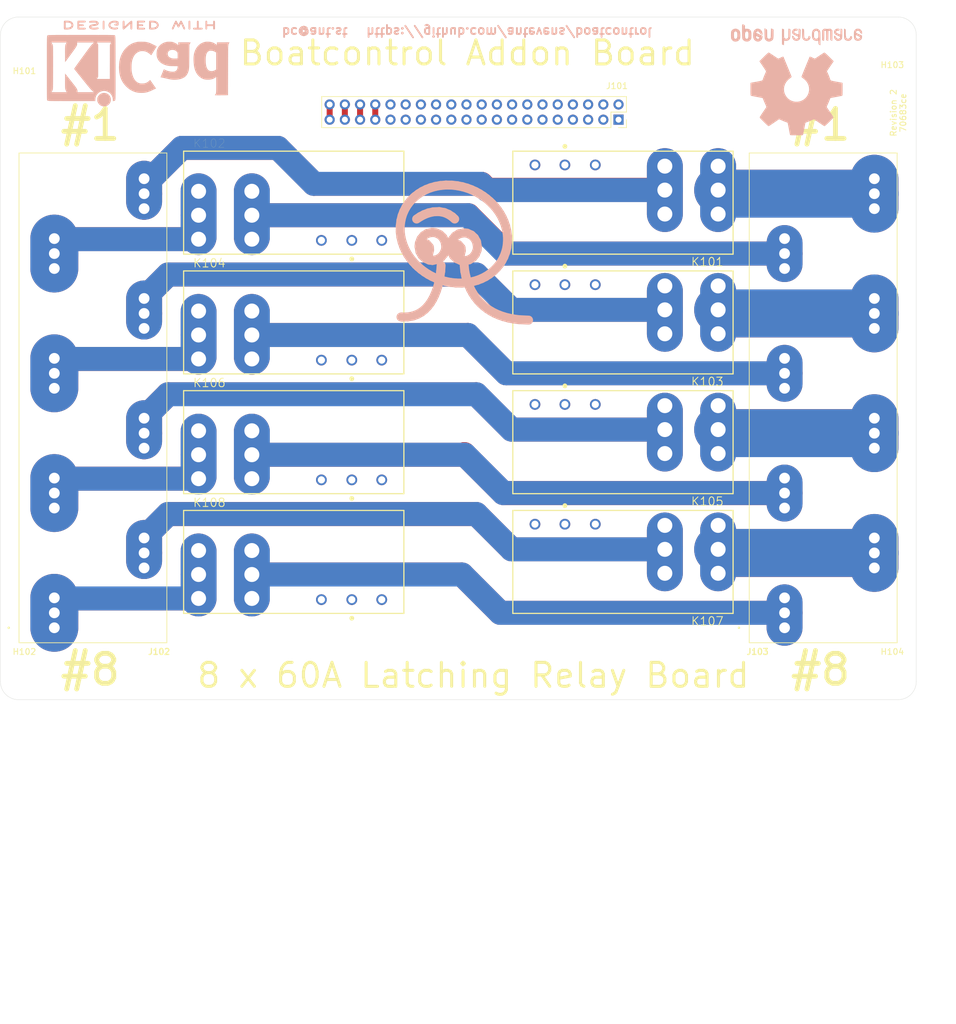
<source format=kicad_pcb>
(kicad_pcb (version 20171130) (host pcbnew "(5.1.12)-1")

  (general
    (thickness 1.6)
    (drawings 76)
    (tracks 387)
    (zones 0)
    (modules 18)
    (nets 34)
  )

  (page A4)
  (title_block
    (title BoatControl)
    (date 2021-04-09)
    (rev 2)
    (company Rugludallur)
    (comment 1 "8x 60A Latching Relay Addon board for Boatcontrol")
    (comment 2 https://github.com/antevens/boatcontrol/addon/CommonCathode60A)
    (comment 3 a@ant.st)
    (comment 4 70683ce0ebce79e47096088a795a31fc68ff9315)
  )

  (layers
    (0 F.Cu power)
    (1 In1.Cu signal)
    (2 In2.Cu signal)
    (31 B.Cu power)
    (32 B.Adhes user)
    (33 F.Adhes user)
    (34 B.Paste user)
    (35 F.Paste user)
    (36 B.SilkS user)
    (37 F.SilkS user)
    (38 B.Mask user)
    (39 F.Mask user)
    (40 Dwgs.User user)
    (41 Cmts.User user)
    (42 Eco1.User user)
    (43 Eco2.User user)
    (44 Edge.Cuts user)
    (45 Margin user)
    (46 B.CrtYd user)
    (47 F.CrtYd user)
    (48 B.Fab user)
    (49 F.Fab user)
  )

  (setup
    (last_trace_width 1)
    (user_trace_width 2)
    (user_trace_width 4)
    (user_trace_width 6)
    (user_trace_width 8)
    (trace_clearance 0.6)
    (zone_clearance 0.508)
    (zone_45_only no)
    (trace_min 0.5)
    (via_size 0.8)
    (via_drill 0.5)
    (via_min_size 0.4)
    (via_min_drill 0.3)
    (user_via 0.5 0.3)
    (user_via 9 7)
    (uvia_size 0.3)
    (uvia_drill 0.1)
    (uvias_allowed no)
    (uvia_min_size 0.2)
    (uvia_min_drill 0.1)
    (edge_width 0.05)
    (segment_width 0.2)
    (pcb_text_width 0.3)
    (pcb_text_size 1.5 1.5)
    (mod_edge_width 0.12)
    (mod_text_size 1 1)
    (mod_text_width 0.15)
    (pad_size 1.524 1.524)
    (pad_drill 0.762)
    (pad_to_mask_clearance 0.051)
    (solder_mask_min_width 0.25)
    (aux_axis_origin 0 0)
    (grid_origin 50 23)
    (visible_elements 7FFFFFFF)
    (pcbplotparams
      (layerselection 0x010fc_ffffffff)
      (usegerberextensions false)
      (usegerberattributes false)
      (usegerberadvancedattributes false)
      (creategerberjobfile false)
      (excludeedgelayer true)
      (linewidth 0.100000)
      (plotframeref false)
      (viasonmask false)
      (mode 1)
      (useauxorigin false)
      (hpglpennumber 1)
      (hpglpenspeed 20)
      (hpglpendiameter 15.000000)
      (psnegative false)
      (psa4output false)
      (plotreference true)
      (plotvalue true)
      (plotinvisibletext false)
      (padsonsilk false)
      (subtractmaskfromsilk false)
      (outputformat 1)
      (mirror false)
      (drillshape 0)
      (scaleselection 1)
      (outputdirectory "parent/"))
  )

  (net 0 "")
  (net 1 GND)
  (net 2 /K8_COIL_ON)
  (net 3 /K4_COIL_OFF)
  (net 4 /K8_COIL_OFF)
  (net 5 /K3_COIL_ON)
  (net 6 /K3_COIL_OFF)
  (net 7 /K7_COIL_ON)
  (net 8 /K7_COIL_OFF)
  (net 9 /K2_COIL_OFF)
  (net 10 /K6_COIL_ON)
  (net 11 /K6_COIL_OFF)
  (net 12 /K1_COIL_ON)
  (net 13 /K5_COIL_ON)
  (net 14 /K5_COIL_OFF)
  (net 15 /K4_IN)
  (net 16 /K8_IN)
  (net 17 /K3_IN)
  (net 18 /K7_IN)
  (net 19 /K2_IN)
  (net 20 /K6_IN)
  (net 21 /K1_IN)
  (net 22 /K5_IN)
  (net 23 /K4_OUT)
  (net 24 /K8_OUT)
  (net 25 /K3_OUT)
  (net 26 /K7_OUT)
  (net 27 /K2_OUT)
  (net 28 /K6_OUT)
  (net 29 /K1_OUT)
  (net 30 /K5_OUT)
  (net 31 /K4_COIL_ON)
  (net 32 /K2_COIL_ON)
  (net 33 /K1_COIL_OFF)

  (net_class Default "This is the default net class."
    (clearance 0.6)
    (trace_width 1)
    (via_dia 0.8)
    (via_drill 0.5)
    (uvia_dia 0.3)
    (uvia_drill 0.1)
    (add_net /K1_COIL_OFF)
    (add_net /K1_COIL_ON)
    (add_net /K2_COIL_OFF)
    (add_net /K2_COIL_ON)
    (add_net /K3_COIL_OFF)
    (add_net /K3_COIL_ON)
    (add_net /K4_COIL_OFF)
    (add_net /K4_COIL_ON)
    (add_net /K5_COIL_OFF)
    (add_net /K5_COIL_ON)
    (add_net /K6_COIL_OFF)
    (add_net /K6_COIL_ON)
    (add_net /K7_COIL_OFF)
    (add_net /K7_COIL_ON)
    (add_net /K8_COIL_OFF)
    (add_net /K8_COIL_ON)
    (add_net GND)
  )

  (net_class "30A Up to 230V AC" ""
    (clearance 1.25)
    (trace_width 4)
    (via_dia 9)
    (via_drill 7)
    (uvia_dia 0.3)
    (uvia_drill 0.1)
    (add_net /K1_IN)
    (add_net /K1_OUT)
    (add_net /K2_IN)
    (add_net /K2_OUT)
    (add_net /K3_IN)
    (add_net /K3_OUT)
    (add_net /K4_IN)
    (add_net /K4_OUT)
    (add_net /K5_IN)
    (add_net /K5_OUT)
    (add_net /K6_IN)
    (add_net /K6_OUT)
    (add_net /K7_IN)
    (add_net /K7_OUT)
    (add_net /K8_IN)
    (add_net /K8_OUT)
  )

  (net_class "60A Up to 230V AC" ""
    (clearance 1.25)
    (trace_width 8)
    (via_dia 9)
    (via_drill 7)
    (uvia_dia 0.3)
    (uvia_drill 0.1)
  )

  (module BoatControl:CUI_TBL008V-1000-08BE (layer F.Cu) (tedit 60705446) (tstamp 602B8A90)
    (at 181 125 90)
    (path /E1098DD9)
    (fp_text reference J103 (at -4 -4.5 180) (layer F.SilkS)
      (effects (font (size 1 1) (thickness 0.2)))
    )
    (fp_text value TBL008V-1000-08BE (at 15.869 20.581 90) (layer F.Fab)
      (effects (font (size 1 1) (thickness 0.2)))
    )
    (fp_circle (center 0 -7.62) (end 0.1 -7.62) (layer F.SilkS) (width 0.2))
    (fp_circle (center 0 -7.62) (end 0.1 -7.62) (layer F.Fab) (width 0.2))
    (fp_line (start 79.55 19.05) (end -2.75 19.05) (layer Dwgs.User) (width 0.05))
    (fp_line (start 79.55 19.05) (end 79.55 -6.15) (layer Dwgs.User) (width 0.05))
    (fp_line (start -2.75 -6.15) (end 79.55 -6.15) (layer Dwgs.User) (width 0.05))
    (fp_line (start -2.75 -6.15) (end -2.75 19.05) (layer Dwgs.User) (width 0.05))
    (fp_line (start 79.3 18.8) (end -2.5 18.8) (layer F.SilkS) (width 0.127))
    (fp_line (start 79.3 18.8) (end 79.3 -5.9) (layer F.SilkS) (width 0.127))
    (fp_line (start -2.5 -5.9) (end 79.3 -5.9) (layer F.SilkS) (width 0.127))
    (fp_line (start -2.5 -5.9) (end -2.5 18.8) (layer F.SilkS) (width 0.127))
    (fp_line (start 79.3 18.8) (end -2.5 18.8) (layer F.Fab) (width 0.127))
    (fp_line (start 79.3 18.8) (end 79.3 -5.9) (layer F.Fab) (width 0.127))
    (fp_line (start -2.5 -5.9) (end 79.3 -5.9) (layer F.Fab) (width 0.127))
    (fp_line (start -2.5 -5.9) (end -2.5 18.8) (layer F.Fab) (width 0.127))
    (pad 13 thru_hole oval (at 5 0 90) (size 2.3 4.6) (drill 1.8) (layers *.Cu *.Mask)
      (net 24 /K8_OUT))
    (pad 11 thru_hole oval (at 0 0 90) (size 2.3 4.6) (drill 1.8) (layers *.Cu *.Mask)
      (net 24 /K8_OUT))
    (pad 12 thru_hole oval (at 2.5 0 90) (size 2.3 4.6) (drill 1.8) (layers *.Cu *.Mask)
      (net 24 /K8_OUT))
    (pad 23 thru_hole oval (at 15 15 90) (size 2.3 4.6) (drill 1.8) (layers *.Cu *.Mask)
      (net 26 /K7_OUT))
    (pad 21 thru_hole oval (at 10 15 90) (size 2.3 4.6) (drill 1.8) (layers *.Cu *.Mask)
      (net 26 /K7_OUT))
    (pad 22 thru_hole oval (at 12.5 15 90) (size 2.3 4.6) (drill 1.8) (layers *.Cu *.Mask)
      (net 26 /K7_OUT))
    (pad 33 thru_hole oval (at 25 0 90) (size 2.3 4.6) (drill 1.8) (layers *.Cu *.Mask)
      (net 28 /K6_OUT))
    (pad 31 thru_hole oval (at 20 0 90) (size 2.3 4.6) (drill 1.8) (layers *.Cu *.Mask)
      (net 28 /K6_OUT))
    (pad 32 thru_hole oval (at 22.5 0 90) (size 2.3 4.6) (drill 1.8) (layers *.Cu *.Mask)
      (net 28 /K6_OUT))
    (pad 43 thru_hole oval (at 35 15 90) (size 2.3 4.6) (drill 1.8) (layers *.Cu *.Mask)
      (net 30 /K5_OUT))
    (pad 41 thru_hole oval (at 30 15 90) (size 2.3 4.6) (drill 1.8) (layers *.Cu *.Mask)
      (net 30 /K5_OUT))
    (pad 42 thru_hole oval (at 32.5 15 90) (size 2.3 4.6) (drill 1.8) (layers *.Cu *.Mask)
      (net 30 /K5_OUT))
    (pad 53 thru_hole oval (at 45 0 90) (size 2.3 4.6) (drill 1.8) (layers *.Cu *.Mask)
      (net 23 /K4_OUT))
    (pad 51 thru_hole oval (at 40 0 90) (size 2.3 4.6) (drill 1.8) (layers *.Cu *.Mask)
      (net 23 /K4_OUT))
    (pad 52 thru_hole oval (at 42.5 0 90) (size 2.3 4.6) (drill 1.8) (layers *.Cu *.Mask)
      (net 23 /K4_OUT))
    (pad 63 thru_hole oval (at 55 15 90) (size 2.3 4.6) (drill 1.8) (layers *.Cu *.Mask)
      (net 25 /K3_OUT))
    (pad 61 thru_hole oval (at 50 15 90) (size 2.3 4.6) (drill 1.8) (layers *.Cu *.Mask)
      (net 25 /K3_OUT))
    (pad 62 thru_hole oval (at 52.5 15 90) (size 2.3 4.6) (drill 1.8) (layers *.Cu *.Mask)
      (net 25 /K3_OUT))
    (pad 73 thru_hole oval (at 65 0 90) (size 2.3 4.6) (drill 1.8) (layers *.Cu *.Mask)
      (net 27 /K2_OUT))
    (pad 71 thru_hole oval (at 60 0 90) (size 2.3 4.6) (drill 1.8) (layers *.Cu *.Mask)
      (net 27 /K2_OUT))
    (pad 72 thru_hole oval (at 62.5 0 90) (size 2.3 4.6) (drill 1.8) (layers *.Cu *.Mask)
      (net 27 /K2_OUT))
    (pad 83 thru_hole oval (at 75 15 90) (size 2.3 4.6) (drill 1.8) (layers *.Cu *.Mask)
      (net 29 /K1_OUT))
    (pad 81 thru_hole oval (at 70 15 90) (size 2.3 4.6) (drill 1.8) (layers *.Cu *.Mask)
      (net 29 /K1_OUT))
    (pad 82 thru_hole oval (at 72.5 15 90) (size 2.3 4.6) (drill 1.8) (layers *.Cu *.Mask)
      (net 29 /K1_OUT))
    (model ${KIPRJMOD}/../../boatcontrol/CUI_DEVICES_TBL008-1000-08BE/CUI_DEVICES_TBL008V-1000-08BE.step
      (offset (xyz 4.33 0.9 23.5))
      (scale (xyz 1 1 1))
      (rotate (xyz -90 0 90))
    )
  )

  (module BoatControl:CUI_TBL008V-1000-08BE (layer F.Cu) (tedit 60705446) (tstamp 5FEB155A)
    (at 59 125 90)
    (path /E1098DE2)
    (fp_text reference J102 (at -4 17.5 180) (layer F.SilkS)
      (effects (font (size 1 1) (thickness 0.2)))
    )
    (fp_text value TBL008V-1000-08BE (at 15.869 20.581 90) (layer F.Fab)
      (effects (font (size 1 1) (thickness 0.2)))
    )
    (fp_circle (center 0 -7.62) (end 0.1 -7.62) (layer F.SilkS) (width 0.2))
    (fp_circle (center 0 -7.62) (end 0.1 -7.62) (layer F.Fab) (width 0.2))
    (fp_line (start 79.55 19.05) (end -2.75 19.05) (layer Dwgs.User) (width 0.05))
    (fp_line (start 79.55 19.05) (end 79.55 -6.15) (layer Dwgs.User) (width 0.05))
    (fp_line (start -2.75 -6.15) (end 79.55 -6.15) (layer Dwgs.User) (width 0.05))
    (fp_line (start -2.75 -6.15) (end -2.75 19.05) (layer Dwgs.User) (width 0.05))
    (fp_line (start 79.3 18.8) (end -2.5 18.8) (layer F.SilkS) (width 0.127))
    (fp_line (start 79.3 18.8) (end 79.3 -5.9) (layer F.SilkS) (width 0.127))
    (fp_line (start -2.5 -5.9) (end 79.3 -5.9) (layer F.SilkS) (width 0.127))
    (fp_line (start -2.5 -5.9) (end -2.5 18.8) (layer F.SilkS) (width 0.127))
    (fp_line (start 79.3 18.8) (end -2.5 18.8) (layer F.Fab) (width 0.127))
    (fp_line (start 79.3 18.8) (end 79.3 -5.9) (layer F.Fab) (width 0.127))
    (fp_line (start -2.5 -5.9) (end 79.3 -5.9) (layer F.Fab) (width 0.127))
    (fp_line (start -2.5 -5.9) (end -2.5 18.8) (layer F.Fab) (width 0.127))
    (pad 13 thru_hole oval (at 5 0 90) (size 2.3 4.6) (drill 1.8) (layers *.Cu *.Mask)
      (net 16 /K8_IN))
    (pad 11 thru_hole oval (at 0 0 90) (size 2.3 4.6) (drill 1.8) (layers *.Cu *.Mask)
      (net 16 /K8_IN))
    (pad 12 thru_hole oval (at 2.5 0 90) (size 2.3 4.6) (drill 1.8) (layers *.Cu *.Mask)
      (net 16 /K8_IN))
    (pad 23 thru_hole oval (at 15 15 90) (size 2.3 4.6) (drill 1.8) (layers *.Cu *.Mask)
      (net 18 /K7_IN))
    (pad 21 thru_hole oval (at 10 15 90) (size 2.3 4.6) (drill 1.8) (layers *.Cu *.Mask)
      (net 18 /K7_IN))
    (pad 22 thru_hole oval (at 12.5 15 90) (size 2.3 4.6) (drill 1.8) (layers *.Cu *.Mask)
      (net 18 /K7_IN))
    (pad 33 thru_hole oval (at 25 0 90) (size 2.3 4.6) (drill 1.8) (layers *.Cu *.Mask)
      (net 20 /K6_IN))
    (pad 31 thru_hole oval (at 20 0 90) (size 2.3 4.6) (drill 1.8) (layers *.Cu *.Mask)
      (net 20 /K6_IN))
    (pad 32 thru_hole oval (at 22.5 0 90) (size 2.3 4.6) (drill 1.8) (layers *.Cu *.Mask)
      (net 20 /K6_IN))
    (pad 43 thru_hole oval (at 35 15 90) (size 2.3 4.6) (drill 1.8) (layers *.Cu *.Mask)
      (net 22 /K5_IN))
    (pad 41 thru_hole oval (at 30 15 90) (size 2.3 4.6) (drill 1.8) (layers *.Cu *.Mask)
      (net 22 /K5_IN))
    (pad 42 thru_hole oval (at 32.5 15 90) (size 2.3 4.6) (drill 1.8) (layers *.Cu *.Mask)
      (net 22 /K5_IN))
    (pad 53 thru_hole oval (at 45 0 90) (size 2.3 4.6) (drill 1.8) (layers *.Cu *.Mask)
      (net 15 /K4_IN))
    (pad 51 thru_hole oval (at 40 0 90) (size 2.3 4.6) (drill 1.8) (layers *.Cu *.Mask)
      (net 15 /K4_IN))
    (pad 52 thru_hole oval (at 42.5 0 90) (size 2.3 4.6) (drill 1.8) (layers *.Cu *.Mask)
      (net 15 /K4_IN))
    (pad 63 thru_hole oval (at 55 15 90) (size 2.3 4.6) (drill 1.8) (layers *.Cu *.Mask)
      (net 17 /K3_IN))
    (pad 61 thru_hole oval (at 50 15 90) (size 2.3 4.6) (drill 1.8) (layers *.Cu *.Mask)
      (net 17 /K3_IN))
    (pad 62 thru_hole oval (at 52.5 15 90) (size 2.3 4.6) (drill 1.8) (layers *.Cu *.Mask)
      (net 17 /K3_IN))
    (pad 73 thru_hole oval (at 65 0 90) (size 2.3 4.6) (drill 1.8) (layers *.Cu *.Mask)
      (net 19 /K2_IN))
    (pad 71 thru_hole oval (at 60 0 90) (size 2.3 4.6) (drill 1.8) (layers *.Cu *.Mask)
      (net 19 /K2_IN))
    (pad 72 thru_hole oval (at 62.5 0 90) (size 2.3 4.6) (drill 1.8) (layers *.Cu *.Mask)
      (net 19 /K2_IN))
    (pad 83 thru_hole oval (at 75 15 90) (size 2.3 4.6) (drill 1.8) (layers *.Cu *.Mask)
      (net 21 /K1_IN))
    (pad 81 thru_hole oval (at 70 15 90) (size 2.3 4.6) (drill 1.8) (layers *.Cu *.Mask)
      (net 21 /K1_IN))
    (pad 82 thru_hole oval (at 72.5 15 90) (size 2.3 4.6) (drill 1.8) (layers *.Cu *.Mask)
      (net 21 /K1_IN))
    (model ${KIPRJMOD}/../../boatcontrol/CUI_DEVICES_TBL008-1000-08BE/CUI_DEVICES_TBL008V-1000-08BE.step
      (offset (xyz 4.33 0.9 23.5))
      (scale (xyz 1 1 1))
      (rotate (xyz -90 0 90))
    )
  )

  (module BoatControl:TE_2071366-2 (layer F.Cu) (tedit 60705370) (tstamp 602BC2B8)
    (at 99 114)
    (path /E1098E0C)
    (fp_text reference K108 (at -14.09875 -9.90427) (layer F.SilkS)
      (effects (font (size 1.407669 1.407669) (thickness 0.15)))
    )
    (fp_text value EW60-1A3-CL12D04 (at -8.09394 10.69932) (layer F.Fab)
      (effects (font (size 1.406583 1.406583) (thickness 0.015)))
    )
    (fp_circle (center 9.7 9.4) (end 9.9 9.4) (layer F.SilkS) (width 0.4))
    (fp_line (start -18.65 -8.85) (end -18.65 8.85) (layer F.CrtYd) (width 0.2))
    (fp_line (start 18.65 -8.85) (end -18.65 -8.85) (layer F.CrtYd) (width 0.2))
    (fp_line (start 18.65 8.85) (end 18.65 -8.85) (layer F.CrtYd) (width 0.2))
    (fp_line (start -18.65 8.85) (end 18.65 8.85) (layer F.CrtYd) (width 0.2))
    (fp_line (start 18.4 8.6) (end -18.4 8.6) (layer F.SilkS) (width 0.2))
    (fp_line (start 18.4 -8.6) (end 18.4 8.6) (layer F.SilkS) (width 0.2))
    (fp_line (start -18.4 -8.6) (end 18.4 -8.6) (layer F.SilkS) (width 0.2))
    (fp_line (start -18.4 8.6) (end -18.4 -8.6) (layer F.SilkS) (width 0.2))
    (fp_line (start 18.4 8.6) (end -18.4 8.6) (layer F.Fab) (width 0.2))
    (fp_line (start 18.4 -8.6) (end 18.4 8.6) (layer F.Fab) (width 0.2))
    (fp_line (start -18.4 -8.6) (end 18.4 -8.6) (layer F.Fab) (width 0.2))
    (fp_line (start -18.4 8.6) (end -18.4 -8.6) (layer F.Fab) (width 0.2))
    (pad A3 thru_hole circle (at 4.62 6.3) (size 1.8 1.8) (drill 1.2) (layers *.Cu *.Mask)
      (net 4 /K8_COIL_OFF))
    (pad 1 thru_hole circle (at -15.9 6.1) (size 3.516 3.516) (drill 2.5) (layers *.Cu *.Mask)
      (net 16 /K8_IN))
    (pad 2 thru_hole circle (at -15.9 2.1) (size 3.516 3.516) (drill 2.5) (layers *.Cu *.Mask)
      (net 16 /K8_IN))
    (pad 3 thru_hole circle (at -15.9 -1.9) (size 3.516 3.516) (drill 2.5) (layers *.Cu *.Mask)
      (net 16 /K8_IN))
    (pad 4 thru_hole circle (at -7 6.1) (size 3.516 3.516) (drill 2.5) (layers *.Cu *.Mask)
      (net 24 /K8_OUT))
    (pad 5 thru_hole circle (at -7 2.1) (size 3.516 3.516) (drill 2.5) (layers *.Cu *.Mask)
      (net 24 /K8_OUT))
    (pad 6 thru_hole circle (at -7 -1.9) (size 3.516 3.516) (drill 2.5) (layers *.Cu *.Mask)
      (net 24 /K8_OUT))
    (pad A1 thru_hole circle (at 9.7 6.3) (size 1.8 1.8) (drill 1.2) (layers *.Cu *.Mask)
      (net 1 GND))
    (pad A2 thru_hole circle (at 14.7 6.3) (size 1.8 1.8) (drill 1.2) (layers *.Cu *.Mask)
      (net 2 /K8_COIL_ON))
    (model ${KIPRJMOD}/../../boatcontrol/EW60-1A3-CL12D04/c-2071366-2-b-3d.stp
      (offset (xyz 0 0 30.4))
      (scale (xyz 1 1 1))
      (rotate (xyz 0 0 0))
    )
  )

  (module BoatControl:TE_2071366-2 (layer F.Cu) (tedit 60705370) (tstamp 602BBAF1)
    (at 154 114 180)
    (path /E1098E06)
    (fp_text reference K107 (at -14.09875 -9.90427) (layer F.SilkS)
      (effects (font (size 1.407669 1.407669) (thickness 0.15)))
    )
    (fp_text value EW60-1A3-CL12D04 (at -8.09394 10.69932) (layer F.Fab)
      (effects (font (size 1.406583 1.406583) (thickness 0.015)))
    )
    (fp_circle (center 9.7 9.4) (end 9.9 9.4) (layer F.SilkS) (width 0.4))
    (fp_line (start -18.65 -8.85) (end -18.65 8.85) (layer F.CrtYd) (width 0.2))
    (fp_line (start 18.65 -8.85) (end -18.65 -8.85) (layer F.CrtYd) (width 0.2))
    (fp_line (start 18.65 8.85) (end 18.65 -8.85) (layer F.CrtYd) (width 0.2))
    (fp_line (start -18.65 8.85) (end 18.65 8.85) (layer F.CrtYd) (width 0.2))
    (fp_line (start 18.4 8.6) (end -18.4 8.6) (layer F.SilkS) (width 0.2))
    (fp_line (start 18.4 -8.6) (end 18.4 8.6) (layer F.SilkS) (width 0.2))
    (fp_line (start -18.4 -8.6) (end 18.4 -8.6) (layer F.SilkS) (width 0.2))
    (fp_line (start -18.4 8.6) (end -18.4 -8.6) (layer F.SilkS) (width 0.2))
    (fp_line (start 18.4 8.6) (end -18.4 8.6) (layer F.Fab) (width 0.2))
    (fp_line (start 18.4 -8.6) (end 18.4 8.6) (layer F.Fab) (width 0.2))
    (fp_line (start -18.4 -8.6) (end 18.4 -8.6) (layer F.Fab) (width 0.2))
    (fp_line (start -18.4 8.6) (end -18.4 -8.6) (layer F.Fab) (width 0.2))
    (pad A3 thru_hole circle (at 4.62 6.3 180) (size 1.8 1.8) (drill 1.2) (layers *.Cu *.Mask)
      (net 7 /K7_COIL_ON))
    (pad 1 thru_hole circle (at -15.9 6.1 180) (size 3.516 3.516) (drill 2.5) (layers *.Cu *.Mask)
      (net 26 /K7_OUT))
    (pad 2 thru_hole circle (at -15.9 2.1 180) (size 3.516 3.516) (drill 2.5) (layers *.Cu *.Mask)
      (net 26 /K7_OUT))
    (pad 3 thru_hole circle (at -15.9 -1.9 180) (size 3.516 3.516) (drill 2.5) (layers *.Cu *.Mask)
      (net 26 /K7_OUT))
    (pad 4 thru_hole circle (at -7 6.1 180) (size 3.516 3.516) (drill 2.5) (layers *.Cu *.Mask)
      (net 18 /K7_IN))
    (pad 5 thru_hole circle (at -7 2.1 180) (size 3.516 3.516) (drill 2.5) (layers *.Cu *.Mask)
      (net 18 /K7_IN))
    (pad 6 thru_hole circle (at -7 -1.9 180) (size 3.516 3.516) (drill 2.5) (layers *.Cu *.Mask)
      (net 18 /K7_IN))
    (pad A1 thru_hole circle (at 9.7 6.3 180) (size 1.8 1.8) (drill 1.2) (layers *.Cu *.Mask)
      (net 1 GND))
    (pad A2 thru_hole circle (at 14.7 6.3 180) (size 1.8 1.8) (drill 1.2) (layers *.Cu *.Mask)
      (net 8 /K7_COIL_OFF))
    (model ${KIPRJMOD}/../../boatcontrol/EW60-1A3-CL12D04/c-2071366-2-b-3d.stp
      (offset (xyz 0 0 30.4))
      (scale (xyz 1 1 1))
      (rotate (xyz 0 0 0))
    )
  )

  (module BoatControl:TE_2071366-2 (layer F.Cu) (tedit 60705370) (tstamp 5FEB1620)
    (at 99 94)
    (path /E1098E00)
    (fp_text reference K106 (at -14.09875 -9.90427) (layer F.SilkS)
      (effects (font (size 1.407669 1.407669) (thickness 0.15)))
    )
    (fp_text value EW60-1A3-CL12D04 (at -8.09394 10.69932) (layer F.Fab)
      (effects (font (size 1.406583 1.406583) (thickness 0.015)))
    )
    (fp_circle (center 9.7 9.4) (end 9.9 9.4) (layer F.SilkS) (width 0.4))
    (fp_line (start -18.65 -8.85) (end -18.65 8.85) (layer F.CrtYd) (width 0.2))
    (fp_line (start 18.65 -8.85) (end -18.65 -8.85) (layer F.CrtYd) (width 0.2))
    (fp_line (start 18.65 8.85) (end 18.65 -8.85) (layer F.CrtYd) (width 0.2))
    (fp_line (start -18.65 8.85) (end 18.65 8.85) (layer F.CrtYd) (width 0.2))
    (fp_line (start 18.4 8.6) (end -18.4 8.6) (layer F.SilkS) (width 0.2))
    (fp_line (start 18.4 -8.6) (end 18.4 8.6) (layer F.SilkS) (width 0.2))
    (fp_line (start -18.4 -8.6) (end 18.4 -8.6) (layer F.SilkS) (width 0.2))
    (fp_line (start -18.4 8.6) (end -18.4 -8.6) (layer F.SilkS) (width 0.2))
    (fp_line (start 18.4 8.6) (end -18.4 8.6) (layer F.Fab) (width 0.2))
    (fp_line (start 18.4 -8.6) (end 18.4 8.6) (layer F.Fab) (width 0.2))
    (fp_line (start -18.4 -8.6) (end 18.4 -8.6) (layer F.Fab) (width 0.2))
    (fp_line (start -18.4 8.6) (end -18.4 -8.6) (layer F.Fab) (width 0.2))
    (pad A3 thru_hole circle (at 4.62 6.3) (size 1.8 1.8) (drill 1.2) (layers *.Cu *.Mask)
      (net 11 /K6_COIL_OFF))
    (pad 1 thru_hole circle (at -15.9 6.1) (size 3.516 3.516) (drill 2.5) (layers *.Cu *.Mask)
      (net 20 /K6_IN))
    (pad 2 thru_hole circle (at -15.9 2.1) (size 3.516 3.516) (drill 2.5) (layers *.Cu *.Mask)
      (net 20 /K6_IN))
    (pad 3 thru_hole circle (at -15.9 -1.9) (size 3.516 3.516) (drill 2.5) (layers *.Cu *.Mask)
      (net 20 /K6_IN))
    (pad 4 thru_hole circle (at -7 6.1) (size 3.516 3.516) (drill 2.5) (layers *.Cu *.Mask)
      (net 28 /K6_OUT))
    (pad 5 thru_hole circle (at -7 2.1) (size 3.516 3.516) (drill 2.5) (layers *.Cu *.Mask)
      (net 28 /K6_OUT))
    (pad 6 thru_hole circle (at -7 -1.9) (size 3.516 3.516) (drill 2.5) (layers *.Cu *.Mask)
      (net 28 /K6_OUT))
    (pad A1 thru_hole circle (at 9.7 6.3) (size 1.8 1.8) (drill 1.2) (layers *.Cu *.Mask)
      (net 1 GND))
    (pad A2 thru_hole circle (at 14.7 6.3) (size 1.8 1.8) (drill 1.2) (layers *.Cu *.Mask)
      (net 10 /K6_COIL_ON))
    (model ${KIPRJMOD}/../../boatcontrol/EW60-1A3-CL12D04/c-2071366-2-b-3d.stp
      (offset (xyz 0 0 30.4))
      (scale (xyz 1 1 1))
      (rotate (xyz 0 0 0))
    )
  )

  (module BoatControl:TE_2071366-2 (layer F.Cu) (tedit 60705370) (tstamp 602BC3FF)
    (at 154 94 180)
    (path /E1098DFA)
    (fp_text reference K105 (at -14.09875 -9.90427) (layer F.SilkS)
      (effects (font (size 1.407669 1.407669) (thickness 0.15)))
    )
    (fp_text value EW60-1A3-CL12D04 (at -8.09394 10.69932) (layer F.Fab)
      (effects (font (size 1.406583 1.406583) (thickness 0.015)))
    )
    (fp_circle (center 9.7 9.4) (end 9.9 9.4) (layer F.SilkS) (width 0.4))
    (fp_line (start -18.65 -8.85) (end -18.65 8.85) (layer F.CrtYd) (width 0.2))
    (fp_line (start 18.65 -8.85) (end -18.65 -8.85) (layer F.CrtYd) (width 0.2))
    (fp_line (start 18.65 8.85) (end 18.65 -8.85) (layer F.CrtYd) (width 0.2))
    (fp_line (start -18.65 8.85) (end 18.65 8.85) (layer F.CrtYd) (width 0.2))
    (fp_line (start 18.4 8.6) (end -18.4 8.6) (layer F.SilkS) (width 0.2))
    (fp_line (start 18.4 -8.6) (end 18.4 8.6) (layer F.SilkS) (width 0.2))
    (fp_line (start -18.4 -8.6) (end 18.4 -8.6) (layer F.SilkS) (width 0.2))
    (fp_line (start -18.4 8.6) (end -18.4 -8.6) (layer F.SilkS) (width 0.2))
    (fp_line (start 18.4 8.6) (end -18.4 8.6) (layer F.Fab) (width 0.2))
    (fp_line (start 18.4 -8.6) (end 18.4 8.6) (layer F.Fab) (width 0.2))
    (fp_line (start -18.4 -8.6) (end 18.4 -8.6) (layer F.Fab) (width 0.2))
    (fp_line (start -18.4 8.6) (end -18.4 -8.6) (layer F.Fab) (width 0.2))
    (pad A3 thru_hole circle (at 4.62 6.3 180) (size 1.8 1.8) (drill 1.2) (layers *.Cu *.Mask)
      (net 13 /K5_COIL_ON))
    (pad 1 thru_hole circle (at -15.9 6.1 180) (size 3.516 3.516) (drill 2.5) (layers *.Cu *.Mask)
      (net 30 /K5_OUT))
    (pad 2 thru_hole circle (at -15.9 2.1 180) (size 3.516 3.516) (drill 2.5) (layers *.Cu *.Mask)
      (net 30 /K5_OUT))
    (pad 3 thru_hole circle (at -15.9 -1.9 180) (size 3.516 3.516) (drill 2.5) (layers *.Cu *.Mask)
      (net 30 /K5_OUT))
    (pad 4 thru_hole circle (at -7 6.1 180) (size 3.516 3.516) (drill 2.5) (layers *.Cu *.Mask)
      (net 22 /K5_IN))
    (pad 5 thru_hole circle (at -7 2.1 180) (size 3.516 3.516) (drill 2.5) (layers *.Cu *.Mask)
      (net 22 /K5_IN))
    (pad 6 thru_hole circle (at -7 -1.9 180) (size 3.516 3.516) (drill 2.5) (layers *.Cu *.Mask)
      (net 22 /K5_IN))
    (pad A1 thru_hole circle (at 9.7 6.3 180) (size 1.8 1.8) (drill 1.2) (layers *.Cu *.Mask)
      (net 1 GND))
    (pad A2 thru_hole circle (at 14.7 6.3 180) (size 1.8 1.8) (drill 1.2) (layers *.Cu *.Mask)
      (net 14 /K5_COIL_OFF))
    (model ${KIPRJMOD}/../../boatcontrol/EW60-1A3-CL12D04/c-2071366-2-b-3d.stp
      (offset (xyz 0 0 30.4))
      (scale (xyz 1 1 1))
      (rotate (xyz 0 0 0))
    )
  )

  (module BoatControl:TE_2071366-2 (layer F.Cu) (tedit 60705370) (tstamp 5FEB15EC)
    (at 99 74)
    (path /E1098DF4)
    (fp_text reference K104 (at -14.09875 -9.90427) (layer F.SilkS)
      (effects (font (size 1.407669 1.407669) (thickness 0.15)))
    )
    (fp_text value EW60-1A3-CL12D04 (at -8.09394 10.69932) (layer F.Fab)
      (effects (font (size 1.406583 1.406583) (thickness 0.015)))
    )
    (fp_circle (center 9.7 9.4) (end 9.9 9.4) (layer F.SilkS) (width 0.4))
    (fp_line (start -18.65 -8.85) (end -18.65 8.85) (layer F.CrtYd) (width 0.2))
    (fp_line (start 18.65 -8.85) (end -18.65 -8.85) (layer F.CrtYd) (width 0.2))
    (fp_line (start 18.65 8.85) (end 18.65 -8.85) (layer F.CrtYd) (width 0.2))
    (fp_line (start -18.65 8.85) (end 18.65 8.85) (layer F.CrtYd) (width 0.2))
    (fp_line (start 18.4 8.6) (end -18.4 8.6) (layer F.SilkS) (width 0.2))
    (fp_line (start 18.4 -8.6) (end 18.4 8.6) (layer F.SilkS) (width 0.2))
    (fp_line (start -18.4 -8.6) (end 18.4 -8.6) (layer F.SilkS) (width 0.2))
    (fp_line (start -18.4 8.6) (end -18.4 -8.6) (layer F.SilkS) (width 0.2))
    (fp_line (start 18.4 8.6) (end -18.4 8.6) (layer F.Fab) (width 0.2))
    (fp_line (start 18.4 -8.6) (end 18.4 8.6) (layer F.Fab) (width 0.2))
    (fp_line (start -18.4 -8.6) (end 18.4 -8.6) (layer F.Fab) (width 0.2))
    (fp_line (start -18.4 8.6) (end -18.4 -8.6) (layer F.Fab) (width 0.2))
    (pad A3 thru_hole circle (at 4.62 6.3) (size 1.8 1.8) (drill 1.2) (layers *.Cu *.Mask)
      (net 3 /K4_COIL_OFF))
    (pad 1 thru_hole circle (at -15.9 6.1) (size 3.516 3.516) (drill 2.5) (layers *.Cu *.Mask)
      (net 15 /K4_IN))
    (pad 2 thru_hole circle (at -15.9 2.1) (size 3.516 3.516) (drill 2.5) (layers *.Cu *.Mask)
      (net 15 /K4_IN))
    (pad 3 thru_hole circle (at -15.9 -1.9) (size 3.516 3.516) (drill 2.5) (layers *.Cu *.Mask)
      (net 15 /K4_IN))
    (pad 4 thru_hole circle (at -7 6.1) (size 3.516 3.516) (drill 2.5) (layers *.Cu *.Mask)
      (net 23 /K4_OUT))
    (pad 5 thru_hole circle (at -7 2.1) (size 3.516 3.516) (drill 2.5) (layers *.Cu *.Mask)
      (net 23 /K4_OUT))
    (pad 6 thru_hole circle (at -7 -1.9) (size 3.516 3.516) (drill 2.5) (layers *.Cu *.Mask)
      (net 23 /K4_OUT))
    (pad A1 thru_hole circle (at 9.7 6.3) (size 1.8 1.8) (drill 1.2) (layers *.Cu *.Mask)
      (net 1 GND))
    (pad A2 thru_hole circle (at 14.7 6.3) (size 1.8 1.8) (drill 1.2) (layers *.Cu *.Mask)
      (net 31 /K4_COIL_ON))
    (model ${KIPRJMOD}/../../boatcontrol/EW60-1A3-CL12D04/c-2071366-2-b-3d.stp
      (offset (xyz 0 0 30.4))
      (scale (xyz 1 1 1))
      (rotate (xyz 0 0 0))
    )
  )

  (module BoatControl:TE_2071366-2 (layer F.Cu) (tedit 60705370) (tstamp 602BBF1A)
    (at 154 74 180)
    (path /E1098DEE)
    (fp_text reference K103 (at -14.09875 -9.90427) (layer F.SilkS)
      (effects (font (size 1.407669 1.407669) (thickness 0.15)))
    )
    (fp_text value EW60-1A3-CL12D04 (at -8.09394 10.69932) (layer F.Fab)
      (effects (font (size 1.406583 1.406583) (thickness 0.015)))
    )
    (fp_circle (center 9.7 9.4) (end 9.9 9.4) (layer F.SilkS) (width 0.4))
    (fp_line (start -18.65 -8.85) (end -18.65 8.85) (layer F.CrtYd) (width 0.2))
    (fp_line (start 18.65 -8.85) (end -18.65 -8.85) (layer F.CrtYd) (width 0.2))
    (fp_line (start 18.65 8.85) (end 18.65 -8.85) (layer F.CrtYd) (width 0.2))
    (fp_line (start -18.65 8.85) (end 18.65 8.85) (layer F.CrtYd) (width 0.2))
    (fp_line (start 18.4 8.6) (end -18.4 8.6) (layer F.SilkS) (width 0.2))
    (fp_line (start 18.4 -8.6) (end 18.4 8.6) (layer F.SilkS) (width 0.2))
    (fp_line (start -18.4 -8.6) (end 18.4 -8.6) (layer F.SilkS) (width 0.2))
    (fp_line (start -18.4 8.6) (end -18.4 -8.6) (layer F.SilkS) (width 0.2))
    (fp_line (start 18.4 8.6) (end -18.4 8.6) (layer F.Fab) (width 0.2))
    (fp_line (start 18.4 -8.6) (end 18.4 8.6) (layer F.Fab) (width 0.2))
    (fp_line (start -18.4 -8.6) (end 18.4 -8.6) (layer F.Fab) (width 0.2))
    (fp_line (start -18.4 8.6) (end -18.4 -8.6) (layer F.Fab) (width 0.2))
    (pad A3 thru_hole circle (at 4.62 6.3 180) (size 1.8 1.8) (drill 1.2) (layers *.Cu *.Mask)
      (net 5 /K3_COIL_ON))
    (pad 1 thru_hole circle (at -15.9 6.1 180) (size 3.516 3.516) (drill 2.5) (layers *.Cu *.Mask)
      (net 25 /K3_OUT))
    (pad 2 thru_hole circle (at -15.9 2.1 180) (size 3.516 3.516) (drill 2.5) (layers *.Cu *.Mask)
      (net 25 /K3_OUT))
    (pad 3 thru_hole circle (at -15.9 -1.9 180) (size 3.516 3.516) (drill 2.5) (layers *.Cu *.Mask)
      (net 25 /K3_OUT))
    (pad 4 thru_hole circle (at -7 6.1 180) (size 3.516 3.516) (drill 2.5) (layers *.Cu *.Mask)
      (net 17 /K3_IN))
    (pad 5 thru_hole circle (at -7 2.1 180) (size 3.516 3.516) (drill 2.5) (layers *.Cu *.Mask)
      (net 17 /K3_IN))
    (pad 6 thru_hole circle (at -7 -1.9 180) (size 3.516 3.516) (drill 2.5) (layers *.Cu *.Mask)
      (net 17 /K3_IN))
    (pad A1 thru_hole circle (at 9.7 6.3 180) (size 1.8 1.8) (drill 1.2) (layers *.Cu *.Mask)
      (net 1 GND))
    (pad A2 thru_hole circle (at 14.7 6.3 180) (size 1.8 1.8) (drill 1.2) (layers *.Cu *.Mask)
      (net 6 /K3_COIL_OFF))
    (model ${KIPRJMOD}/../../boatcontrol/EW60-1A3-CL12D04/c-2071366-2-b-3d.stp
      (offset (xyz 0 0 30.4))
      (scale (xyz 1 1 1))
      (rotate (xyz 0 0 0))
    )
  )

  (module BoatControl:TE_2071366-2 (layer F.Cu) (tedit 60705370) (tstamp 5FEB15B8)
    (at 99 54)
    (path /E1098DE8)
    (fp_text reference K102 (at -14.09875 -9.90427) (layer F.SilkS)
      (effects (font (size 1.407669 1.407669) (thickness 0.015)))
    )
    (fp_text value EW60-1A3-CL12D04 (at -8.09394 10.69932) (layer F.Fab)
      (effects (font (size 1.406583 1.406583) (thickness 0.015)))
    )
    (fp_circle (center 9.7 9.4) (end 9.9 9.4) (layer F.SilkS) (width 0.4))
    (fp_line (start -18.65 -8.85) (end -18.65 8.85) (layer F.CrtYd) (width 0.2))
    (fp_line (start 18.65 -8.85) (end -18.65 -8.85) (layer F.CrtYd) (width 0.2))
    (fp_line (start 18.65 8.85) (end 18.65 -8.85) (layer F.CrtYd) (width 0.2))
    (fp_line (start -18.65 8.85) (end 18.65 8.85) (layer F.CrtYd) (width 0.2))
    (fp_line (start 18.4 8.6) (end -18.4 8.6) (layer F.SilkS) (width 0.2))
    (fp_line (start 18.4 -8.6) (end 18.4 8.6) (layer F.SilkS) (width 0.2))
    (fp_line (start -18.4 -8.6) (end 18.4 -8.6) (layer F.SilkS) (width 0.2))
    (fp_line (start -18.4 8.6) (end -18.4 -8.6) (layer F.SilkS) (width 0.2))
    (fp_line (start 18.4 8.6) (end -18.4 8.6) (layer F.Fab) (width 0.2))
    (fp_line (start 18.4 -8.6) (end 18.4 8.6) (layer F.Fab) (width 0.2))
    (fp_line (start -18.4 -8.6) (end 18.4 -8.6) (layer F.Fab) (width 0.2))
    (fp_line (start -18.4 8.6) (end -18.4 -8.6) (layer F.Fab) (width 0.2))
    (pad A3 thru_hole circle (at 4.62 6.3) (size 1.8 1.8) (drill 1.2) (layers *.Cu *.Mask)
      (net 9 /K2_COIL_OFF))
    (pad 1 thru_hole circle (at -15.9 6.1) (size 3.516 3.516) (drill 2.5) (layers *.Cu *.Mask)
      (net 19 /K2_IN))
    (pad 2 thru_hole circle (at -15.9 2.1) (size 3.516 3.516) (drill 2.5) (layers *.Cu *.Mask)
      (net 19 /K2_IN))
    (pad 3 thru_hole circle (at -15.9 -1.9) (size 3.516 3.516) (drill 2.5) (layers *.Cu *.Mask)
      (net 19 /K2_IN))
    (pad 4 thru_hole circle (at -7 6.1) (size 3.516 3.516) (drill 2.5) (layers *.Cu *.Mask)
      (net 27 /K2_OUT))
    (pad 5 thru_hole circle (at -7 2.1) (size 3.516 3.516) (drill 2.5) (layers *.Cu *.Mask)
      (net 27 /K2_OUT))
    (pad 6 thru_hole circle (at -7 -1.9) (size 3.516 3.516) (drill 2.5) (layers *.Cu *.Mask)
      (net 27 /K2_OUT))
    (pad A1 thru_hole circle (at 9.7 6.3) (size 1.8 1.8) (drill 1.2) (layers *.Cu *.Mask)
      (net 1 GND))
    (pad A2 thru_hole circle (at 14.7 6.3) (size 1.8 1.8) (drill 1.2) (layers *.Cu *.Mask)
      (net 32 /K2_COIL_ON))
    (model ${KIPRJMOD}/../../boatcontrol/EW60-1A3-CL12D04/c-2071366-2-b-3d.stp
      (offset (xyz 0 0 30.4))
      (scale (xyz 1 1 1))
      (rotate (xyz 0 0 0))
    )
  )

  (module BoatControl:TE_2071366-2 (layer F.Cu) (tedit 60705370) (tstamp 5FEB159E)
    (at 154 54 180)
    (path /E1098E92)
    (fp_text reference K101 (at -14.09875 -9.90427) (layer F.SilkS)
      (effects (font (size 1.407669 1.407669) (thickness 0.15)))
    )
    (fp_text value EW60-1A3-CL12D04 (at -8.09394 10.69932) (layer F.Fab)
      (effects (font (size 1.406583 1.406583) (thickness 0.015)))
    )
    (fp_circle (center 9.7 9.4) (end 9.9 9.4) (layer F.SilkS) (width 0.4))
    (fp_line (start -18.65 -8.85) (end -18.65 8.85) (layer F.CrtYd) (width 0.2))
    (fp_line (start 18.65 -8.85) (end -18.65 -8.85) (layer F.CrtYd) (width 0.2))
    (fp_line (start 18.65 8.85) (end 18.65 -8.85) (layer F.CrtYd) (width 0.2))
    (fp_line (start -18.65 8.85) (end 18.65 8.85) (layer F.CrtYd) (width 0.2))
    (fp_line (start 18.4 8.6) (end -18.4 8.6) (layer F.SilkS) (width 0.2))
    (fp_line (start 18.4 -8.6) (end 18.4 8.6) (layer F.SilkS) (width 0.2))
    (fp_line (start -18.4 -8.6) (end 18.4 -8.6) (layer F.SilkS) (width 0.2))
    (fp_line (start -18.4 8.6) (end -18.4 -8.6) (layer F.SilkS) (width 0.2))
    (fp_line (start 18.4 8.6) (end -18.4 8.6) (layer F.Fab) (width 0.2))
    (fp_line (start 18.4 -8.6) (end 18.4 8.6) (layer F.Fab) (width 0.2))
    (fp_line (start -18.4 -8.6) (end 18.4 -8.6) (layer F.Fab) (width 0.2))
    (fp_line (start -18.4 8.6) (end -18.4 -8.6) (layer F.Fab) (width 0.2))
    (pad A3 thru_hole circle (at 4.62 6.3 180) (size 1.8 1.8) (drill 1.2) (layers *.Cu *.Mask)
      (net 12 /K1_COIL_ON))
    (pad 1 thru_hole circle (at -15.9 6.1 180) (size 3.516 3.516) (drill 2.5) (layers *.Cu *.Mask)
      (net 29 /K1_OUT))
    (pad 2 thru_hole circle (at -15.9 2.1 180) (size 3.516 3.516) (drill 2.5) (layers *.Cu *.Mask)
      (net 29 /K1_OUT))
    (pad 3 thru_hole circle (at -15.9 -1.9 180) (size 3.516 3.516) (drill 2.5) (layers *.Cu *.Mask)
      (net 29 /K1_OUT))
    (pad 4 thru_hole circle (at -7 6.1 180) (size 3.516 3.516) (drill 2.5) (layers *.Cu *.Mask)
      (net 21 /K1_IN))
    (pad 5 thru_hole circle (at -7 2.1 180) (size 3.516 3.516) (drill 2.5) (layers *.Cu *.Mask)
      (net 21 /K1_IN))
    (pad 6 thru_hole circle (at -7 -1.9 180) (size 3.516 3.516) (drill 2.5) (layers *.Cu *.Mask)
      (net 21 /K1_IN))
    (pad A1 thru_hole circle (at 9.7 6.3 180) (size 1.8 1.8) (drill 1.2) (layers *.Cu *.Mask)
      (net 1 GND))
    (pad A2 thru_hole circle (at 14.7 6.3 180) (size 1.8 1.8) (drill 1.2) (layers *.Cu *.Mask)
      (net 33 /K1_COIL_OFF))
    (model ${KIPRJMOD}/../../boatcontrol/EW60-1A3-CL12D04/c-2071366-2-b-3d.stp
      (offset (xyz 0 0 30.4))
      (scale (xyz 1 1 1))
      (rotate (xyz 0 0 0))
    )
  )

  (module Symbol:KiCad-Logo2_12mm_SilkScreen (layer B.Cu) (tedit 0) (tstamp 6080B166)
    (at 73 32)
    (descr "KiCad Logo")
    (tags "Logo KiCad")
    (path /5FEE2062)
    (attr virtual)
    (fp_text reference LOGO101 (at 0 12.7) (layer B.SilkS) hide
      (effects (font (size 1 1) (thickness 0.15)) (justify mirror))
    )
    (fp_text value Logo_Open_Hardware_Large (at 0.75 -16.51) (layer B.Fab) hide
      (effects (font (size 1 1) (thickness 0.15)) (justify mirror))
    )
    (fp_poly (pts (xy -11.847446 5.025459) (xy -11.321244 5.025387) (xy -11.076303 5.025377) (xy -7.155699 5.025377)
      (xy -7.155699 4.794266) (xy -7.131032 4.513024) (xy -7.056584 4.253641) (xy -6.931686 4.014576)
      (xy -6.75567 3.794286) (xy -6.696118 3.73479) (xy -6.481895 3.566029) (xy -6.24569 3.442948)
      (xy -5.994517 3.36549) (xy -5.735393 3.333601) (xy -5.475333 3.347224) (xy -5.221353 3.406303)
      (xy -4.980469 3.510783) (xy -4.759696 3.660607) (xy -4.660543 3.750999) (xy -4.475773 3.972624)
      (xy -4.340284 4.216339) (xy -4.255256 4.479357) (xy -4.221872 4.758894) (xy -4.221428 4.786394)
      (xy -4.219678 5.025368) (xy -4.114645 5.025372) (xy -4.02147 5.012727) (xy -3.936356 4.98196)
      (xy -3.930731 4.978781) (xy -3.911508 4.968806) (xy -3.893855 4.961038) (xy -3.877708 4.953213)
      (xy -3.863005 4.94307) (xy -3.849681 4.928345) (xy -3.837672 4.906775) (xy -3.826915 4.876099)
      (xy -3.817346 4.834053) (xy -3.808901 4.778374) (xy -3.801516 4.706801) (xy -3.795127 4.61707)
      (xy -3.789671 4.506918) (xy -3.785084 4.374084) (xy -3.781302 4.216304) (xy -3.77826 4.031316)
      (xy -3.775897 3.816856) (xy -3.774147 3.570663) (xy -3.772947 3.290473) (xy -3.772232 2.974025)
      (xy -3.77194 2.619054) (xy -3.772007 2.2233) (xy -3.772368 1.784498) (xy -3.77296 1.300386)
      (xy -3.773719 0.768702) (xy -3.774581 0.187183) (xy -3.775482 -0.446433) (xy -3.775587 -0.523629)
      (xy -3.776395 -1.161287) (xy -3.777081 -1.746582) (xy -3.777717 -2.281778) (xy -3.778376 -2.769136)
      (xy -3.779131 -3.210917) (xy -3.780053 -3.609382) (xy -3.781216 -3.966795) (xy -3.782693 -4.285415)
      (xy -3.784555 -4.567506) (xy -3.786876 -4.815328) (xy -3.789729 -5.031143) (xy -3.793185 -5.217213)
      (xy -3.797318 -5.3758) (xy -3.8022 -5.509164) (xy -3.807904 -5.619569) (xy -3.814502 -5.709275)
      (xy -3.822068 -5.780544) (xy -3.830673 -5.835638) (xy -3.84039 -5.876818) (xy -3.851293 -5.906346)
      (xy -3.863453 -5.926484) (xy -3.876943 -5.939493) (xy -3.891837 -5.947636) (xy -3.908206 -5.953173)
      (xy -3.926123 -5.958366) (xy -3.945661 -5.965477) (xy -3.950434 -5.967642) (xy -3.965434 -5.972506)
      (xy -3.990541 -5.976976) (xy -4.027946 -5.981066) (xy -4.079842 -5.984793) (xy -4.14842 -5.988173)
      (xy -4.235873 -5.991221) (xy -4.344394 -5.993954) (xy -4.476174 -5.996387) (xy -4.633406 -5.998537)
      (xy -4.818281 -6.000419) (xy -5.032993 -6.002049) (xy -5.279734 -6.003443) (xy -5.560694 -6.004617)
      (xy -5.878068 -6.005587) (xy -6.234047 -6.006369) (xy -6.630822 -6.006979) (xy -7.070588 -6.007432)
      (xy -7.555535 -6.007745) (xy -8.087856 -6.007934) (xy -8.669743 -6.008013) (xy -9.303389 -6.008)
      (xy -9.508644 -6.00798) (xy -10.156347 -6.007876) (xy -10.751644 -6.007706) (xy -11.296755 -6.007453)
      (xy -11.793897 -6.007098) (xy -12.24529 -6.006626) (xy -12.653151 -6.006018) (xy -13.0197 -6.005258)
      (xy -13.347154 -6.004327) (xy -13.637732 -6.003209) (xy -13.893652 -6.001886) (xy -14.117133 -6.000341)
      (xy -14.310394 -5.998557) (xy -14.475652 -5.996516) (xy -14.615127 -5.994201) (xy -14.731037 -5.991594)
      (xy -14.8256 -5.988678) (xy -14.901034 -5.985436) (xy -14.959558 -5.981851) (xy -15.003391 -5.977905)
      (xy -15.034752 -5.973581) (xy -15.055857 -5.968862) (xy -15.067363 -5.96454) (xy -15.087812 -5.955916)
      (xy -15.106587 -5.949557) (xy -15.12376 -5.943203) (xy -15.139402 -5.934597) (xy -15.153584 -5.92148)
      (xy -15.166377 -5.901594) (xy -15.177852 -5.872679) (xy -15.18808 -5.832479) (xy -15.197133 -5.778733)
      (xy -15.20508 -5.709185) (xy -15.211994 -5.621574) (xy -15.217945 -5.513644) (xy -15.223005 -5.383135)
      (xy -15.227245 -5.227789) (xy -15.230735 -5.045348) (xy -15.233547 -4.833553) (xy -15.234283 -4.752258)
      (xy -14.505361 -4.752258) (xy -11.928987 -4.752258) (xy -11.978561 -4.67715) (xy -12.027878 -4.599968)
      (xy -12.06964 -4.526469) (xy -12.104441 -4.451512) (xy -12.132877 -4.369953) (xy -12.15554 -4.276648)
      (xy -12.173025 -4.166453) (xy -12.185926 -4.034225) (xy -12.194837 -3.87482) (xy -12.200352 -3.683095)
      (xy -12.203064 -3.453907) (xy -12.203569 -3.182112) (xy -12.202459 -2.862566) (xy -12.20183 -2.743932)
      (xy -12.194732 -1.472123) (xy -11.389033 -2.56901) (xy -11.160779 -2.880183) (xy -10.963025 -3.151143)
      (xy -10.793635 -3.385478) (xy -10.650473 -3.58678) (xy -10.531405 -3.758637) (xy -10.434295 -3.90464)
      (xy -10.357007 -4.028378) (xy -10.297407 -4.133441) (xy -10.253359 -4.22342) (xy -10.222728 -4.301903)
      (xy -10.203378 -4.37248) (xy -10.193175 -4.438742) (xy -10.189983 -4.504277) (xy -10.191667 -4.572677)
      (xy -10.192097 -4.581274) (xy -10.200968 -4.752372) (xy -8.789236 -4.752315) (xy -7.377505 -4.752258)
      (xy -7.587516 -4.5405) (xy -7.644504 -4.482582) (xy -7.698566 -4.426225) (xy -7.752076 -4.368322)
      (xy -7.807404 -4.305764) (xy -7.866925 -4.235443) (xy -7.933011 -4.154251) (xy -8.008034 -4.059081)
      (xy -8.094367 -3.946823) (xy -8.194383 -3.81437) (xy -8.310454 -3.658614) (xy -8.444952 -3.476446)
      (xy -8.600251 -3.26476) (xy -8.778722 -3.020446) (xy -8.98274 -2.740397) (xy -9.214675 -2.421504)
      (xy -9.404782 -2.15992) (xy -9.643372 -1.831292) (xy -9.851508 -1.543957) (xy -10.031075 -1.295187)
      (xy -10.183957 -1.082254) (xy -10.312041 -0.90243) (xy -10.417212 -0.752986) (xy -10.501355 -0.631196)
      (xy -10.566357 -0.534331) (xy -10.614103 -0.459662) (xy -10.646477 -0.404463) (xy -10.665366 -0.366004)
      (xy -10.672655 -0.341559) (xy -10.670464 -0.328706) (xy -10.643913 -0.294504) (xy -10.586508 -0.222108)
      (xy -10.501713 -0.11582) (xy -10.392992 0.020055) (xy -10.263808 0.181216) (xy -10.117626 0.363357)
      (xy -9.957909 0.562178) (xy -9.788121 0.773373) (xy -9.611726 0.992641) (xy -9.432187 1.215677)
      (xy -9.333435 1.33828) (xy -6.881548 1.33828) (xy -6.677742 0.96957) (xy -6.677742 -4.383548)
      (xy -6.881548 -4.752258) (xy -5.676111 -4.752258) (xy -5.388341 -4.752174) (xy -5.150647 -4.751797)
      (xy -4.958482 -4.750935) (xy -4.807298 -4.7494) (xy -4.692548 -4.747) (xy -4.609685 -4.743546)
      (xy -4.554162 -4.738849) (xy -4.52143 -4.732717) (xy -4.506943 -4.724961) (xy -4.506153 -4.715391)
      (xy -4.514513 -4.703817) (xy -4.514599 -4.703721) (xy -4.549036 -4.653907) (xy -4.594637 -4.57291)
      (xy -4.634908 -4.492055) (xy -4.711291 -4.328925) (xy -4.719081 -1.495322) (xy -4.726871 1.33828)
      (xy -6.881548 1.33828) (xy -9.333435 1.33828) (xy -9.252969 1.438179) (xy -9.077536 1.655843)
      (xy -8.90935 1.864367) (xy -8.751877 2.059446) (xy -8.608579 2.236779) (xy -8.482921 2.392061)
      (xy -8.378366 2.52099) (xy -8.298379 2.619262) (xy -8.251398 2.676559) (xy -8.068963 2.89082)
      (xy -7.893452 3.08417) (xy -7.731016 3.25028) (xy -7.587805 3.38282) (xy -7.486171 3.464079)
      (xy -7.365998 3.550538) (xy -10.12984 3.550538) (xy -10.129064 3.388354) (xy -10.136788 3.269117)
      (xy -10.165828 3.158574) (xy -10.210782 3.053784) (xy -10.240004 2.994584) (xy -10.271423 2.935926)
      (xy -10.307909 2.873914) (xy -10.352331 2.804655) (xy -10.407561 2.724254) (xy -10.476469 2.628819)
      (xy -10.561923 2.514453) (xy -10.666796 2.377265) (xy -10.793955 2.213358) (xy -10.946273 2.01884)
      (xy -11.126618 1.789815) (xy -11.337862 1.522391) (xy -11.361721 1.492217) (xy -12.194732 0.438805)
      (xy -12.202796 1.605478) (xy -12.20442 1.954931) (xy -12.204074 2.25077) (xy -12.201742 2.49397)
      (xy -12.197407 2.685507) (xy -12.191051 2.826356) (xy -12.182659 2.917492) (xy -12.179838 2.93478)
      (xy -12.135584 3.116883) (xy -12.077602 3.28105) (xy -12.011437 3.413046) (xy -11.971687 3.469028)
      (xy -11.903102 3.550538) (xy -13.204453 3.550538) (xy -13.514885 3.550272) (xy -13.774477 3.549409)
      (xy -13.987014 3.547846) (xy -14.156276 3.545483) (xy -14.286048 3.54222) (xy -14.380111 3.537955)
      (xy -14.442248 3.532587) (xy -14.476241 3.526017) (xy -14.485874 3.518142) (xy -14.485208 3.516398)
      (xy -14.45762 3.474757) (xy -14.411564 3.408752) (xy -14.387735 3.375369) (xy -14.363099 3.342056)
      (xy -14.340955 3.312266) (xy -14.321164 3.283067) (xy -14.303586 3.251526) (xy -14.288081 3.214714)
      (xy -14.274511 3.169697) (xy -14.262736 3.113545) (xy -14.252616 3.043325) (xy -14.244013 2.956106)
      (xy -14.236786 2.848957) (xy -14.230796 2.718945) (xy -14.225904 2.563139) (xy -14.221971 2.378607)
      (xy -14.218857 2.162419) (xy -14.216422 1.911641) (xy -14.214527 1.623342) (xy -14.213033 1.294591)
      (xy -14.211801 0.922457) (xy -14.21069 0.504006) (xy -14.209562 0.036309) (xy -14.208508 -0.393354)
      (xy -14.207512 -0.872353) (xy -14.206994 -1.329362) (xy -14.206941 -1.761464) (xy -14.207338 -2.165738)
      (xy -14.208172 -2.539265) (xy -14.209429 -2.879127) (xy -14.211094 -3.182404) (xy -14.213156 -3.446177)
      (xy -14.215599 -3.667527) (xy -14.21841 -3.843535) (xy -14.221576 -3.971283) (xy -14.225082 -4.047849)
      (xy -14.225745 -4.055941) (xy -14.249905 -4.241568) (xy -14.287624 -4.390647) (xy -14.345064 -4.52075)
      (xy -14.428389 -4.649452) (xy -14.438811 -4.663494) (xy -14.505361 -4.752258) (xy -15.234283 -4.752258)
      (xy -15.235752 -4.590145) (xy -15.237421 -4.312867) (xy -15.238625 -3.999459) (xy -15.239435 -3.647664)
      (xy -15.239922 -3.255223) (xy -15.240156 -2.819877) (xy -15.240211 -2.339368) (xy -15.240156 -1.811438)
      (xy -15.240062 -1.233828) (xy -15.240002 -0.604279) (xy -15.24 -0.479301) (xy -15.239965 0.156878)
      (xy -15.239847 0.740675) (xy -15.239628 1.274332) (xy -15.239292 1.760091) (xy -15.238822 2.200195)
      (xy -15.238198 2.596884) (xy -15.237406 2.952401) (xy -15.236426 3.268988) (xy -15.235242 3.548887)
      (xy -15.233836 3.794339) (xy -15.23219 4.007587) (xy -15.230288 4.190872) (xy -15.228113 4.346436)
      (xy -15.225645 4.476522) (xy -15.222869 4.583371) (xy -15.219767 4.669225) (xy -15.216321 4.736326)
      (xy -15.212515 4.786916) (xy -15.20833 4.823236) (xy -15.203749 4.84753) (xy -15.198755 4.862038)
      (xy -15.19857 4.8624) (xy -15.188285 4.884563) (xy -15.179718 4.904628) (xy -15.170241 4.922699)
      (xy -15.157226 4.938879) (xy -15.138043 4.953274) (xy -15.110065 4.965986) (xy -15.070663 4.97712)
      (xy -15.017208 4.986779) (xy -14.947071 4.995068) (xy -14.857624 5.00209) (xy -14.746238 5.00795)
      (xy -14.610284 5.01275) (xy -14.447135 5.016596) (xy -14.254161 5.019591) (xy -14.028733 5.021839)
      (xy -13.768224 5.023444) (xy -13.470004 5.024509) (xy -13.131445 5.02514) (xy -12.749918 5.025439)
      (xy -12.322794 5.02551) (xy -11.847446 5.025459)) (layer B.SilkS) (width 0.01))
    (fp_poly (pts (xy 0.875193 3.659223) (xy 1.169706 3.626981) (xy 1.455039 3.569271) (xy 1.7428 3.483083)
      (xy 2.044596 3.365407) (xy 2.372034 3.213233) (xy 2.431001 3.183757) (xy 2.566324 3.11709)
      (xy 2.693951 3.057061) (xy 2.801287 3.009401) (xy 2.875736 2.979845) (xy 2.887173 2.976124)
      (xy 2.996774 2.943286) (xy 2.506155 2.229547) (xy 2.386206 2.055105) (xy 2.276539 1.89573)
      (xy 2.180883 1.756832) (xy 2.102969 1.643822) (xy 2.046525 1.56211) (xy 2.015281 1.517109)
      (xy 2.010205 1.509982) (xy 1.989588 1.524883) (xy 1.938839 1.56968) (xy 1.867034 1.636235)
      (xy 1.827406 1.673853) (xy 1.602882 1.852432) (xy 1.350726 1.988132) (xy 1.13344 2.062463)
      (xy 1.003007 2.085807) (xy 0.839693 2.100033) (xy 0.662707 2.104876) (xy 0.491256 2.100074)
      (xy 0.344548 2.085362) (xy 0.286007 2.074095) (xy 0.022147 1.983315) (xy -0.215622 1.844704)
      (xy -0.427124 1.658515) (xy -0.612184 1.425001) (xy -0.770625 1.144416) (xy -0.902271 0.817013)
      (xy -1.006946 0.443045) (xy -1.069155 0.122903) (xy -1.085386 -0.018426) (xy -1.096444 -0.201004)
      (xy -1.102437 -0.411709) (xy -1.103473 -0.637422) (xy -1.099657 -0.865022) (xy -1.091097 -1.081389)
      (xy -1.077899 -1.273402) (xy -1.06017 -1.427943) (xy -1.056333 -1.451786) (xy -0.971749 -1.83586)
      (xy -0.856505 -2.175783) (xy -0.709897 -2.473078) (xy -0.531226 -2.729268) (xy -0.4044 -2.867775)
      (xy -0.176475 -3.055828) (xy 0.073488 -3.19522) (xy 0.34127 -3.285195) (xy 0.622656 -3.324994)
      (xy 0.913429 -3.313857) (xy 1.209373 -3.251026) (xy 1.38434 -3.189547) (xy 1.626466 -3.066436)
      (xy 1.87602 -2.889837) (xy 2.015809 -2.770412) (xy 2.094301 -2.701291) (xy 2.15597 -2.650579)
      (xy 2.191072 -2.626144) (xy 2.19543 -2.625398) (xy 2.211097 -2.650367) (xy 2.251692 -2.716348)
      (xy 2.313757 -2.817685) (xy 2.393833 -2.948721) (xy 2.488462 -3.1038) (xy 2.594186 -3.277265)
      (xy 2.653033 -3.373896) (xy 3.102526 -4.112201) (xy 2.541317 -4.389549) (xy 2.338404 -4.489172)
      (xy 2.174027 -4.567729) (xy 2.038139 -4.629122) (xy 1.920691 -4.677253) (xy 1.811636 -4.716023)
      (xy 1.700926 -4.749333) (xy 1.578513 -4.781086) (xy 1.461182 -4.808969) (xy 1.356895 -4.830546)
      (xy 1.247832 -4.846851) (xy 1.123073 -4.858791) (xy 0.971703 -4.86727) (xy 0.782801 -4.873192)
      (xy 0.655483 -4.875749) (xy 0.473823 -4.877494) (xy 0.299633 -4.876614) (xy 0.144443 -4.87336)
      (xy 0.019777 -4.867984) (xy -0.062834 -4.860735) (xy -0.06773 -4.860012) (xy -0.496709 -4.767205)
      (xy -0.899551 -4.626449) (xy -1.276112 -4.437839) (xy -1.626252 -4.201466) (xy -1.949828 -3.917424)
      (xy -2.2467 -3.585805) (xy -2.461701 -3.291075) (xy -2.690589 -2.905298) (xy -2.875611 -2.497895)
      (xy -3.017662 -2.0656) (xy -3.117636 -1.605146) (xy -3.176428 -1.113267) (xy -3.194951 -0.613799)
      (xy -3.179717 -0.130634) (xy -3.131844 0.315158) (xy -3.049811 0.731095) (xy -2.932097 1.124696)
      (xy -2.777181 1.503482) (xy -2.758683 1.542725) (xy -2.554894 1.90956) (xy -2.304598 2.25864)
      (xy -2.014885 2.58274) (xy -1.692846 2.874634) (xy -1.345574 3.127096) (xy -1.021987 3.312286)
      (xy -0.695096 3.45733) (xy -0.367511 3.562397) (xy -0.026552 3.630347) (xy 0.340465 3.66404)
      (xy 0.559892 3.669008) (xy 0.875193 3.659223)) (layer B.SilkS) (width 0.01))
    (fp_poly (pts (xy 6.300951 1.463632) (xy 6.436272 1.453389) (xy 6.823442 1.401878) (xy 7.166321 1.319717)
      (xy 7.46658 1.205778) (xy 7.725888 1.058928) (xy 7.945916 0.878038) (xy 8.128334 0.661978)
      (xy 8.274811 0.409616) (xy 8.381771 0.136559) (xy 8.408921 0.049459) (xy 8.432564 -0.032107)
      (xy 8.452977 -0.112529) (xy 8.470439 -0.196199) (xy 8.48523 -0.287508) (xy 8.497627 -0.390847)
      (xy 8.507911 -0.510609) (xy 8.516358 -0.651183) (xy 8.523248 -0.816962) (xy 8.528861 -1.012336)
      (xy 8.533473 -1.241698) (xy 8.537365 -1.509437) (xy 8.540815 -1.819947) (xy 8.544102 -2.177618)
      (xy 8.546451 -2.458064) (xy 8.562258 -4.383548) (xy 8.664677 -4.568843) (xy 8.713175 -4.658111)
      (xy 8.749266 -4.727448) (xy 8.766483 -4.764354) (xy 8.767096 -4.766854) (xy 8.74078 -4.769715)
      (xy 8.665811 -4.772351) (xy 8.548161 -4.774689) (xy 8.3938 -4.776653) (xy 8.2087 -4.77817)
      (xy 7.998832 -4.779165) (xy 7.770167 -4.779565) (xy 7.742903 -4.77957) (xy 6.718709 -4.77957)
      (xy 6.718709 -4.547419) (xy 6.716963 -4.442507) (xy 6.712302 -4.362271) (xy 6.705596 -4.319251)
      (xy 6.702632 -4.315269) (xy 6.675523 -4.33195) (xy 6.619731 -4.375731) (xy 6.547215 -4.437216)
      (xy 6.545589 -4.438638) (xy 6.413257 -4.53716) (xy 6.246133 -4.636089) (xy 6.0631 -4.725706)
      (xy 5.883043 -4.796293) (xy 5.803763 -4.820414) (xy 5.645991 -4.851051) (xy 5.452397 -4.870602)
      (xy 5.240704 -4.878787) (xy 5.028632 -4.875327) (xy 4.833904 -4.859945) (xy 4.697634 -4.837811)
      (xy 4.363454 -4.739676) (xy 4.062603 -4.599819) (xy 3.797039 -4.419974) (xy 3.568721 -4.201876)
      (xy 3.379606 -3.947261) (xy 3.231653 -3.657864) (xy 3.167825 -3.482258) (xy 3.127823 -3.311576)
      (xy 3.101313 -3.106678) (xy 3.089047 -2.886464) (xy 3.08945 -2.85442) (xy 4.936612 -2.85442)
      (xy 4.95193 -3.018053) (xy 5.002935 -3.154042) (xy 5.097204 -3.280208) (xy 5.133411 -3.317203)
      (xy 5.26212 -3.417221) (xy 5.410885 -3.481294) (xy 5.589113 -3.512309) (xy 5.776798 -3.514593)
      (xy 5.954814 -3.499514) (xy 6.091112 -3.470021) (xy 6.150306 -3.447869) (xy 6.256995 -3.387496)
      (xy 6.370037 -3.302589) (xy 6.473175 -3.207295) (xy 6.550151 -3.11576) (xy 6.570591 -3.082181)
      (xy 6.586481 -3.035157) (xy 6.597778 -2.960333) (xy 6.605009 -2.85056) (xy 6.6087 -2.698692)
      (xy 6.609462 -2.554155) (xy 6.608946 -2.385644) (xy 6.60686 -2.263799) (xy 6.602402 -2.180666)
      (xy 6.594765 -2.128292) (xy 6.583146 -2.098726) (xy 6.56674 -2.084013) (xy 6.561666 -2.08167)
      (xy 6.51757 -2.074453) (xy 6.4306 -2.06855) (xy 6.3125 -2.064493) (xy 6.175014 -2.062815)
      (xy 6.145161 -2.062813) (xy 5.961386 -2.065746) (xy 5.819407 -2.074469) (xy 5.706591 -2.090177)
      (xy 5.613402 -2.113118) (xy 5.382246 -2.200535) (xy 5.200973 -2.30801) (xy 5.068014 -2.437262)
      (xy 4.981801 -2.59001) (xy 4.940762 -2.767972) (xy 4.936612 -2.85442) (xy 3.08945 -2.85442)
      (xy 3.091776 -2.669834) (xy 3.110252 -2.475689) (xy 3.124664 -2.397252) (xy 3.21669 -2.106017)
      (xy 3.356623 -1.838054) (xy 3.541823 -1.595932) (xy 3.769648 -1.382221) (xy 4.037457 -1.199492)
      (xy 4.342607 -1.050314) (xy 4.602043 -0.959727) (xy 4.775434 -0.912136) (xy 4.941282 -0.875155)
      (xy 5.110329 -0.847585) (xy 5.293317 -0.828224) (xy 5.500989 -0.815871) (xy 5.744087 -0.809326)
      (xy 5.963872 -0.807483) (xy 6.615594 -0.805699) (xy 6.603109 -0.609798) (xy 6.567657 -0.397243)
      (xy 6.492241 -0.214543) (xy 6.380073 -0.066262) (xy 6.234364 0.04304) (xy 6.106064 0.096376)
      (xy 5.922235 0.12999) (xy 5.703394 0.134817) (xy 5.4598 0.112637) (xy 5.20171 0.065228)
      (xy 4.939385 -0.005629) (xy 4.683082 -0.098155) (xy 4.496824 -0.182778) (xy 4.407211 -0.226231)
      (xy 4.338858 -0.25658) (xy 4.304097 -0.268423) (xy 4.302211 -0.268043) (xy 4.290215 -0.241518)
      (xy 4.260262 -0.17121) (xy 4.21517 -0.063855) (xy 4.157757 0.07381) (xy 4.090842 0.235051)
      (xy 4.022824 0.399605) (xy 3.750897 1.058672) (xy 3.944319 1.090441) (xy 4.028154 1.106381)
      (xy 4.154183 1.133153) (xy 4.311608 1.168327) (xy 4.489633 1.209472) (xy 4.677463 1.254158)
      (xy 4.752258 1.272317) (xy 5.075838 1.347369) (xy 5.359132 1.403638) (xy 5.612715 1.442262)
      (xy 5.847162 1.464377) (xy 6.073049 1.471122) (xy 6.300951 1.463632)) (layer B.SilkS) (width 0.01))
    (fp_poly (pts (xy 13.610967 4.064382) (xy 13.843254 4.063429) (xy 13.922204 4.062948) (xy 15.007849 4.055807)
      (xy 15.021505 -0.109247) (xy 15.023308 -0.674041) (xy 15.024908 -1.186864) (xy 15.026406 -1.650371)
      (xy 15.027906 -2.067214) (xy 15.029509 -2.440045) (xy 15.03132 -2.771519) (xy 15.03344 -3.064286)
      (xy 15.035972 -3.321002) (xy 15.03902 -3.544318) (xy 15.042685 -3.736887) (xy 15.047071 -3.901363)
      (xy 15.05228 -4.040398) (xy 15.058416 -4.156644) (xy 15.06558 -4.252756) (xy 15.073875 -4.331386)
      (xy 15.083405 -4.395187) (xy 15.094272 -4.446811) (xy 15.106579 -4.488912) (xy 15.120428 -4.524143)
      (xy 15.135923 -4.555156) (xy 15.153165 -4.584604) (xy 15.172258 -4.615141) (xy 15.193305 -4.649418)
      (xy 15.197619 -4.65672) (xy 15.269996 -4.780221) (xy 14.223976 -4.773068) (xy 13.177956 -4.765914)
      (xy 13.164301 -4.536142) (xy 13.156865 -4.425873) (xy 13.149117 -4.362122) (xy 13.138603 -4.336827)
      (xy 13.122872 -4.341922) (xy 13.109677 -4.356498) (xy 13.052197 -4.409591) (xy 12.958513 -4.477837)
      (xy 12.841825 -4.55308) (xy 12.715331 -4.627167) (xy 12.592231 -4.691943) (xy 12.497713 -4.734561)
      (xy 12.276274 -4.804595) (xy 12.022207 -4.854204) (xy 11.754266 -4.881494) (xy 11.491211 -4.884569)
      (xy 11.251795 -4.861532) (xy 11.247853 -4.860873) (xy 10.920253 -4.778669) (xy 10.613587 -4.6477)
      (xy 10.330814 -4.47078) (xy 10.074892 -4.250726) (xy 9.848778 -3.990351) (xy 9.65543 -3.692472)
      (xy 9.497806 -3.359904) (xy 9.411984 -3.113548) (xy 9.355389 -2.907445) (xy 9.313418 -2.707867)
      (xy 9.284789 -2.50269) (xy 9.268218 -2.279791) (xy 9.262423 -2.027045) (xy 9.264989 -1.820662)
      (xy 11.280325 -1.820662) (xy 11.289862 -2.166732) (xy 11.319946 -2.464467) (xy 11.371503 -2.71651)
      (xy 11.445458 -2.925502) (xy 11.542738 -3.094086) (xy 11.664266 -3.224906) (xy 11.804546 -3.317385)
      (xy 11.87754 -3.351909) (xy 11.940847 -3.372607) (xy 12.011427 -3.382077) (xy 12.106242 -3.382915)
      (xy 12.208387 -3.379228) (xy 12.409261 -3.36151) (xy 12.568134 -3.326813) (xy 12.618064 -3.309433)
      (xy 12.732075 -3.258102) (xy 12.852323 -3.193643) (xy 12.904838 -3.161376) (xy 13.041397 -3.071805)
      (xy 13.041397 -0.232706) (xy 12.891182 -0.142665) (xy 12.681692 -0.040923) (xy 12.467658 0.019249)
      (xy 12.256909 0.038204) (xy 12.057273 0.016299) (xy 11.876577 -0.046113) (xy 11.722649 -0.148676)
      (xy 11.672981 -0.197906) (xy 11.553262 -0.359211) (xy 11.456364 -0.554471) (xy 11.381477 -0.787031)
      (xy 11.327793 -1.060239) (xy 11.2945 -1.377441) (xy 11.280789 -1.741984) (xy 11.280325 -1.820662)
      (xy 9.264989 -1.820662) (xy 9.266058 -1.734756) (xy 9.289082 -1.285158) (xy 9.335378 -0.879628)
      (xy 9.406164 -0.512257) (xy 9.502661 -0.177137) (xy 9.626087 0.131637) (xy 9.670131 0.223178)
      (xy 9.84754 0.521704) (xy 10.06193 0.786993) (xy 10.308259 1.014763) (xy 10.581487 1.200732)
      (xy 10.876574 1.340618) (xy 11.053459 1.398322) (xy 11.227178 1.432578) (xy 11.436205 1.452959)
      (xy 11.663014 1.459475) (xy 11.890084 1.452134) (xy 12.099892 1.430945) (xy 12.268352 1.397705)
      (xy 12.468857 1.332518) (xy 12.663195 1.248693) (xy 12.833224 1.15472) (xy 12.923721 1.090942)
      (xy 12.986144 1.043516) (xy 13.029853 1.014639) (xy 13.039796 1.010538) (xy 13.042879 1.036959)
      (xy 13.045753 1.112661) (xy 13.048355 1.232302) (xy 13.050621 1.390538) (xy 13.052488 1.582027)
      (xy 13.053891 1.801426) (xy 13.054767 2.043393) (xy 13.055053 2.289853) (xy 13.054894 2.605524)
      (xy 13.054108 2.871663) (xy 13.052238 3.093359) (xy 13.048825 3.275704) (xy 13.043409 3.423788)
      (xy 13.035531 3.542701) (xy 13.024733 3.637535) (xy 13.010555 3.71338) (xy 12.992539 3.775326)
      (xy 12.970225 3.828464) (xy 12.943154 3.877885) (xy 12.910867 3.928679) (xy 12.906713 3.934969)
      (xy 12.865071 4.000755) (xy 12.839929 4.045992) (xy 12.836559 4.055534) (xy 12.862903 4.058545)
      (xy 12.938069 4.060994) (xy 13.056257 4.062842) (xy 13.211669 4.064049) (xy 13.398506 4.064576)
      (xy 13.610967 4.064382)) (layer B.SilkS) (width 0.01))
    (fp_poly (pts (xy -5.422844 5.895156) (xy -5.217742 5.824043) (xy -5.026785 5.712111) (xy -4.856243 5.559375)
      (xy -4.712387 5.365849) (xy -4.647768 5.243871) (xy -4.591842 5.073257) (xy -4.564735 4.876289)
      (xy -4.567738 4.673795) (xy -4.601067 4.490301) (xy -4.692162 4.266076) (xy -4.824258 4.071578)
      (xy -4.990642 3.910633) (xy -5.184598 3.787067) (xy -5.399414 3.704708) (xy -5.628375 3.667383)
      (xy -5.864767 3.678918) (xy -5.981291 3.70357) (xy -6.208385 3.791909) (xy -6.410081 3.92671)
      (xy -6.581515 4.103817) (xy -6.71782 4.319073) (xy -6.729352 4.342581) (xy -6.769217 4.430795)
      (xy -6.794249 4.50509) (xy -6.807839 4.583465) (xy -6.813382 4.68392) (xy -6.814302 4.793226)
      (xy -6.81278 4.924552) (xy -6.805914 5.019491) (xy -6.79025 5.096247) (xy -6.762333 5.173026)
      (xy -6.727873 5.248777) (xy -6.599338 5.46381) (xy -6.441052 5.63792) (xy -6.259287 5.771124)
      (xy -6.060313 5.863434) (xy -5.8504 5.914866) (xy -5.635821 5.925435) (xy -5.422844 5.895156)) (layer B.SilkS) (width 0.01))
    (fp_poly (pts (xy -12.092377 -6.917114) (xy -12.01306 -6.91792) (xy -11.780649 -6.923528) (xy -11.586006 -6.940185)
      (xy -11.422496 -6.96968) (xy -11.283486 -7.013797) (xy -11.162341 -7.074325) (xy -11.052429 -7.15305)
      (xy -11.013171 -7.187248) (xy -10.948049 -7.267265) (xy -10.889328 -7.375846) (xy -10.844069 -7.496203)
      (xy -10.819335 -7.611547) (xy -10.816765 -7.654169) (xy -10.83287 -7.772322) (xy -10.876027 -7.901382)
      (xy -10.938504 -8.023542) (xy -11.012567 -8.120992) (xy -11.024597 -8.13275) (xy -11.126499 -8.215394)
      (xy -11.238088 -8.279909) (xy -11.365798 -8.327983) (xy -11.516062 -8.361307) (xy -11.695314 -8.381572)
      (xy -11.909987 -8.390469) (xy -12.008317 -8.391223) (xy -12.13334 -8.390621) (xy -12.221262 -8.388104)
      (xy -12.280333 -8.382604) (xy -12.3188 -8.373055) (xy -12.344912 -8.358389) (xy -12.358908 -8.345866)
      (xy -12.372129 -8.330652) (xy -12.3825 -8.311025) (xy -12.390365 -8.281728) (xy -12.396071 -8.237503)
      (xy -12.399961 -8.173092) (xy -12.40238 -8.083237) (xy -12.403674 -7.962682) (xy -12.404186 -7.806167)
      (xy -12.404265 -7.654169) (xy -12.404765 -7.45144) (xy -12.404657 -7.289491) (xy -12.402728 -7.211937)
      (xy -12.109444 -7.211937) (xy -12.109444 -8.096402) (xy -11.922346 -8.09623) (xy -11.809764 -8.093001)
      (xy -11.691852 -8.084683) (xy -11.593473 -8.073048) (xy -11.59048 -8.072569) (xy -11.43148 -8.034127)
      (xy -11.308154 -7.974256) (xy -11.214343 -7.889058) (xy -11.154737 -7.796814) (xy -11.11801 -7.694489)
      (xy -11.120858 -7.598409) (xy -11.163482 -7.495419) (xy -11.246854 -7.388876) (xy -11.362386 -7.309927)
      (xy -11.512557 -7.257156) (xy -11.612919 -7.238481) (xy -11.726843 -7.225366) (xy -11.847585 -7.215873)
      (xy -11.950281 -7.211927) (xy -11.956364 -7.211908) (xy -12.109444 -7.211937) (xy -12.402728 -7.211937)
      (xy -12.401529 -7.163782) (xy -12.392966 -7.069771) (xy -12.376558 -7.00292) (xy -12.34989 -6.958686)
      (xy -12.310551 -6.932529) (xy -12.256128 -6.919909) (xy -12.184207 -6.916284) (xy -12.092377 -6.917114)) (layer B.SilkS) (width 0.01))
    (fp_poly (pts (xy -9.262646 -6.917275) (xy -9.12321 -6.918023) (xy -9.017963 -6.919763) (xy -8.941324 -6.9229)
      (xy -8.88771 -6.927836) (xy -8.851537 -6.934976) (xy -8.827221 -6.944724) (xy -8.809181 -6.957484)
      (xy -8.802649 -6.963356) (xy -8.762922 -7.02575) (xy -8.755769 -7.097441) (xy -8.781903 -7.161087)
      (xy -8.793987 -7.17395) (xy -8.813532 -7.186421) (xy -8.845003 -7.196043) (xy -8.894236 -7.203282)
      (xy -8.967066 -7.208606) (xy -9.069329 -7.212485) (xy -9.206862 -7.215387) (xy -9.332603 -7.217152)
      (xy -9.830248 -7.223277) (xy -9.837049 -7.353678) (xy -9.84385 -7.48408) (xy -9.506055 -7.48408)
      (xy -9.359406 -7.485345) (xy -9.252044 -7.490637) (xy -9.177937 -7.502201) (xy -9.131049 -7.522281)
      (xy -9.105347 -7.553121) (xy -9.094796 -7.596967) (xy -9.093194 -7.63766) (xy -9.098173 -7.687591)
      (xy -9.116964 -7.724383) (xy -9.155347 -7.749958) (xy -9.2191 -7.766239) (xy -9.314004 -7.775149)
      (xy -9.445838 -7.77861) (xy -9.517794 -7.778902) (xy -9.841587 -7.778902) (xy -9.841587 -8.096402)
      (xy -9.342658 -8.096402) (xy -9.179113 -8.096629) (xy -9.054817 -8.097652) (xy -8.963666 -8.099979)
      (xy -8.899552 -8.104118) (xy -8.85637 -8.11058) (xy -8.828013 -8.119871) (xy -8.808375 -8.132502)
      (xy -8.798373 -8.141759) (xy -8.764062 -8.195786) (xy -8.753015 -8.243812) (xy -8.768789 -8.302474)
      (xy -8.798373 -8.345866) (xy -8.814156 -8.359526) (xy -8.834531 -8.370133) (xy -8.864978 -8.378071)
      (xy -8.910977 -8.383726) (xy -8.97801 -8.387482) (xy -9.071558 -8.389723) (xy -9.1971 -8.390834)
      (xy -9.360118 -8.391199) (xy -9.444712 -8.391223) (xy -9.625868 -8.391063) (xy -9.767148 -8.390325)
      (xy -9.874032 -8.388627) (xy -9.952002 -8.385582) (xy -10.006539 -8.380806) (xy -10.043122 -8.373915)
      (xy -10.067233 -8.364524) (xy -10.084353 -8.352248) (xy -10.091051 -8.345866) (xy -10.104308 -8.330605)
      (xy -10.114699 -8.310916) (xy -10.122571 -8.281524) (xy -10.128273 -8.237153) (xy -10.132152 -8.172526)
      (xy -10.134557 -8.082367) (xy -10.135836 -7.961401) (xy -10.136335 -7.804351) (xy -10.136408 -7.658123)
      (xy -10.136341 -7.470857) (xy -10.13587 -7.323651) (xy -10.134593 -7.211205) (xy -10.132109 -7.128222)
      (xy -10.128016 -7.069403) (xy -10.121911 -7.02945) (xy -10.113392 -7.003064) (xy -10.102058 -6.984948)
      (xy -10.087505 -6.969803) (xy -10.08392 -6.966426) (xy -10.066521 -6.951478) (xy -10.046305 -6.939903)
      (xy -10.017664 -6.931268) (xy -9.974989 -6.925145) (xy -9.912675 -6.921102) (xy -9.825112 -6.918709)
      (xy -9.706693 -6.917534) (xy -9.551811 -6.917148) (xy -9.441857 -6.917116) (xy -9.262646 -6.917275)) (layer B.SilkS) (width 0.01))
    (fp_poly (pts (xy -7.211346 -6.919696) (xy -7.061048 -6.930203) (xy -6.921263 -6.946614) (xy -6.800117 -6.96831)
      (xy -6.705734 -6.994673) (xy -6.646241 -7.025087) (xy -6.637109 -7.03404) (xy -6.605355 -7.103511)
      (xy -6.614984 -7.174831) (xy -6.664237 -7.23585) (xy -6.666587 -7.237598) (xy -6.695557 -7.256399)
      (xy -6.725799 -7.266285) (xy -6.767981 -7.267486) (xy -6.832772 -7.26023) (xy -6.930841 -7.244747)
      (xy -6.93873 -7.243444) (xy -7.084857 -7.225492) (xy -7.242514 -7.216636) (xy -7.400636 -7.21655)
      (xy -7.54816 -7.224908) (xy -7.67402 -7.241382) (xy -7.767152 -7.265646) (xy -7.773271 -7.268085)
      (xy -7.840835 -7.30594) (xy -7.864573 -7.34425) (xy -7.84599 -7.381927) (xy -7.786591 -7.417883)
      (xy -7.687881 -7.451029) (xy -7.551365 -7.480277) (xy -7.460337 -7.494359) (xy -7.271118 -7.521446)
      (xy -7.120625 -7.546207) (xy -7.002446 -7.570786) (xy -6.910171 -7.597328) (xy -6.83739 -7.627976)
      (xy -6.77769 -7.664875) (xy -6.724662 -7.710168) (xy -6.682049 -7.754646) (xy -6.631494 -7.816618)
      (xy -6.606615 -7.869907) (xy -6.598834 -7.935562) (xy -6.598551 -7.959606) (xy -6.604395 -8.039394)
      (xy -6.627751 -8.098753) (xy -6.668173 -8.151439) (xy -6.750324 -8.231977) (xy -6.841932 -8.293397)
      (xy -6.949804 -8.337702) (xy -7.080745 -8.366895) (xy -7.241564 -8.382979) (xy -7.439066 -8.387956)
      (xy -7.471676 -8.387872) (xy -7.603381 -8.385142) (xy -7.733995 -8.378939) (xy -7.849281 -8.370153)
      (xy -7.935 -8.359673) (xy -7.941933 -8.35847) (xy -8.027159 -8.338281) (xy -8.099447 -8.312778)
      (xy -8.14037 -8.289462) (xy -8.178454 -8.227952) (xy -8.181105 -8.156325) (xy -8.148275 -8.092494)
      (xy -8.14093 -8.085276) (xy -8.110568 -8.06383) (xy -8.072598 -8.05459) (xy -8.013832 -8.056163)
      (xy -7.942492 -8.064336) (xy -7.862777 -8.071637) (xy -7.751029 -8.077797) (xy -7.620572 -8.082267)
      (xy -7.484726 -8.084499) (xy -7.448998 -8.084646) (xy -7.312646 -8.084096) (xy -7.212856 -8.081449)
      (xy -7.140848 -8.075786) (xy -7.08784 -8.066189) (xy -7.045053 -8.05174) (xy -7.01934 -8.039705)
      (xy -6.962837 -8.006288) (xy -6.926813 -7.976024) (xy -6.921548 -7.967445) (xy -6.932655 -7.932019)
      (xy -6.985457 -7.897724) (xy -7.076296 -7.866117) (xy -7.201512 -7.838754) (xy -7.238404 -7.832659)
      (xy -7.431098 -7.802393) (xy -7.584884 -7.777096) (xy -7.705697 -7.754929) (xy -7.799475 -7.734053)
      (xy -7.872151 -7.71263) (xy -7.929663 -7.688822) (xy -7.977945 -7.660791) (xy -8.022933 -7.626698)
      (xy -8.070563 -7.584705) (xy -8.086591 -7.569982) (xy -8.142786 -7.515037) (xy -8.172532 -7.471504)
      (xy -8.184169 -7.421688) (xy -8.186051 -7.358912) (xy -8.165331 -7.235808) (xy -8.103409 -7.131214)
      (xy -8.000639 -7.045468) (xy -7.857378 -6.978907) (xy -7.755158 -6.949052) (xy -7.644063 -6.92977)
      (xy -7.510979 -6.918862) (xy -7.364032 -6.91571) (xy -7.211346 -6.919696)) (layer B.SilkS) (width 0.01))
    (fp_poly (pts (xy -5.66873 -6.962473) (xy -5.655509 -6.977687) (xy -5.645139 -6.997314) (xy -5.637273 -7.026611)
      (xy -5.631567 -7.070836) (xy -5.627677 -7.135247) (xy -5.625258 -7.225101) (xy -5.623964 -7.345657)
      (xy -5.623452 -7.502171) (xy -5.623373 -7.654169) (xy -5.623513 -7.842701) (xy -5.624162 -7.991133)
      (xy -5.625666 -8.104724) (xy -5.628369 -8.188732) (xy -5.632616 -8.248413) (xy -5.638752 -8.289025)
      (xy -5.647121 -8.315827) (xy -5.658069 -8.334076) (xy -5.66873 -8.345866) (xy -5.735031 -8.385403)
      (xy -5.805676 -8.381854) (xy -5.868884 -8.338734) (xy -5.883407 -8.3219) (xy -5.894757 -8.302367)
      (xy -5.903325 -8.274738) (xy -5.909502 -8.233612) (xy -5.913678 -8.173591) (xy -5.916245 -8.089274)
      (xy -5.917592 -7.975263) (xy -5.918112 -7.826157) (xy -5.918194 -7.657346) (xy -5.918194 -7.028447)
      (xy -5.862528 -6.972781) (xy -5.793914 -6.925948) (xy -5.727357 -6.924261) (xy -5.66873 -6.962473)) (layer B.SilkS) (width 0.01))
    (fp_poly (pts (xy -3.712553 -6.928229) (xy -3.574908 -6.951325) (xy -3.469194 -6.987228) (xy -3.40042 -7.034501)
      (xy -3.381679 -7.061471) (xy -3.362621 -7.124198) (xy -3.375446 -7.180945) (xy -3.415933 -7.234758)
      (xy -3.478842 -7.259933) (xy -3.570123 -7.257888) (xy -3.640724 -7.244249) (xy -3.797606 -7.218263)
      (xy -3.957934 -7.215793) (xy -4.137389 -7.236886) (xy -4.186958 -7.245823) (xy -4.353823 -7.292869)
      (xy -4.484366 -7.362852) (xy -4.577156 -7.454579) (xy -4.630761 -7.566857) (xy -4.641848 -7.624905)
      (xy -4.634591 -7.742676) (xy -4.587739 -7.846873) (xy -4.505562 -7.935465) (xy -4.392329 -8.006421)
      (xy -4.252309 -8.05771) (xy -4.089771 -8.087302) (xy -3.908985 -8.093166) (xy -3.714218 -8.073271)
      (xy -3.703221 -8.071395) (xy -3.625754 -8.056966) (xy -3.582802 -8.043029) (xy -3.564185 -8.022349)
      (xy -3.559724 -7.987693) (xy -3.559623 -7.969341) (xy -3.559623 -7.892294) (xy -3.697185 -7.892294)
      (xy -3.818662 -7.883973) (xy -3.901561 -7.857455) (xy -3.949794 -7.810412) (xy -3.967276 -7.740513)
      (xy -3.96749 -7.73139) (xy -3.957261 -7.671645) (xy -3.922188 -7.628984) (xy -3.85691 -7.600752)
      (xy -3.75607 -7.584294) (xy -3.658395 -7.578243) (xy -3.516431 -7.574771) (xy -3.413457 -7.580069)
      (xy -3.343227 -7.599616) (xy -3.299494 -7.638896) (xy -3.27601 -7.703389) (xy -3.266529 -7.798577)
      (xy -3.264801 -7.923598) (xy -3.267632 -8.063146) (xy -3.276147 -8.15807) (xy -3.290386 -8.208747)
      (xy -3.293149 -8.212716) (xy -3.37133 -8.276039) (xy -3.485955 -8.326185) (xy -3.62976 -8.362085)
      (xy -3.795476 -8.382667) (xy -3.975838 -8.38686) (xy -4.163578 -8.373592) (xy -4.273998 -8.357295)
      (xy -4.447188 -8.308274) (xy -4.608154 -8.228133) (xy -4.742924 -8.124121) (xy -4.763408 -8.103332)
      (xy -4.829961 -8.015936) (xy -4.890011 -7.907621) (xy -4.936544 -7.794063) (xy -4.962543 -7.69094)
      (xy -4.965676 -7.651334) (xy -4.952336 -7.568717) (xy -4.91688 -7.465926) (xy -4.866111 -7.357729)
      (xy -4.806832 -7.258892) (xy -4.754459 -7.192875) (xy -4.632006 -7.094675) (xy -4.473712 -7.016515)
      (xy -4.285249 -6.960162) (xy -4.07229 -6.927386) (xy -3.877123 -6.919377) (xy -3.712553 -6.928229)) (layer B.SilkS) (width 0.01))
    (fp_poly (pts (xy -2.406815 -6.925918) (xy -2.359473 -6.95369) (xy -2.297572 -6.999108) (xy -2.217903 -7.064312)
      (xy -2.11726 -7.15144) (xy -1.992432 -7.262633) (xy -1.840212 -7.40003) (xy -1.665962 -7.557999)
      (xy -1.303105 -7.88705) (xy -1.291765 -7.445388) (xy -1.287671 -7.293357) (xy -1.283722 -7.18014)
      (xy -1.279042 -7.099203) (xy -1.272759 -7.044016) (xy -1.263998 -7.008045) (xy -1.251886 -6.984758)
      (xy -1.235549 -6.967622) (xy -1.226887 -6.960421) (xy -1.157517 -6.922346) (xy -1.091507 -6.927913)
      (xy -1.039144 -6.96044) (xy -0.985605 -7.003765) (xy -0.978946 -7.636482) (xy -0.977103 -7.822564)
      (xy -0.976165 -7.968744) (xy -0.976457 -8.080474) (xy -0.978303 -8.163205) (xy -0.98203 -8.222389)
      (xy -0.98796 -8.263476) (xy -0.99642 -8.291919) (xy -1.007733 -8.313168) (xy -1.02028 -8.330211)
      (xy -1.047424 -8.361818) (xy -1.074433 -8.382769) (xy -1.10505 -8.390811) (xy -1.143023 -8.383688)
      (xy -1.192098 -8.359149) (xy -1.25602 -8.314937) (xy -1.338535 -8.248799) (xy -1.44339 -8.158482)
      (xy -1.574331 -8.041731) (xy -1.722658 -7.907582) (xy -2.255605 -7.424152) (xy -2.266944 -7.86437)
      (xy -2.271045 -8.016124) (xy -2.275005 -8.129077) (xy -2.279701 -8.209775) (xy -2.286013 -8.264764)
      (xy -2.294817 -8.300588) (xy -2.306992 -8.323793) (xy -2.323417 -8.340924) (xy -2.331823 -8.347906)
      (xy -2.406114 -8.386257) (xy -2.476312 -8.380472) (xy -2.537441 -8.331468) (xy -2.551425 -8.311753)
      (xy -2.562324 -8.288729) (xy -2.570521 -8.256872) (xy -2.5764 -8.210658) (xy -2.580344 -8.144563)
      (xy -2.582736 -8.053062) (xy -2.583959 -7.930634) (xy -2.584398 -7.771752) (xy -2.584444 -7.654169)
      (xy -2.584297 -7.470256) (xy -2.583599 -7.326175) (xy -2.581967 -7.216403) (xy -2.579019 -7.135416)
      (xy -2.574369 -7.077691) (xy -2.567637 -7.037704) (xy -2.558437 -7.00993) (xy -2.546386 -6.988846)
      (xy -2.537441 -6.976871) (xy -2.514766 -6.948503) (xy -2.493575 -6.927085) (xy -2.470658 -6.914755)
      (xy -2.442808 -6.913653) (xy -2.406815 -6.925918)) (layer B.SilkS) (width 0.01))
    (fp_poly (pts (xy 0.667763 -6.917503) (xy 0.821162 -6.91934) (xy 0.938715 -6.923634) (xy 1.025176 -6.931395)
      (xy 1.0853 -6.943633) (xy 1.12384 -6.961358) (xy 1.145552 -6.985579) (xy 1.15519 -7.017305)
      (xy 1.157508 -7.057546) (xy 1.15752 -7.062298) (xy 1.155508 -7.107814) (xy 1.145995 -7.142992)
      (xy 1.123771 -7.169251) (xy 1.083622 -7.188012) (xy 1.020336 -7.200696) (xy 0.928702 -7.208722)
      (xy 0.803507 -7.213512) (xy 0.639539 -7.216484) (xy 0.589283 -7.217143) (xy 0.102967 -7.223277)
      (xy 0.096165 -7.353678) (xy 0.089364 -7.48408) (xy 0.427159 -7.48408) (xy 0.559127 -7.484567)
      (xy 0.653357 -7.486626) (xy 0.717465 -7.491155) (xy 0.759064 -7.499053) (xy 0.78577 -7.511218)
      (xy 0.805198 -7.528548) (xy 0.805322 -7.528686) (xy 0.840557 -7.596224) (xy 0.839283 -7.669221)
      (xy 0.802304 -7.731448) (xy 0.794985 -7.737844) (xy 0.76901 -7.754328) (xy 0.733417 -7.765796)
      (xy 0.680273 -7.773111) (xy 0.601648 -7.777138) (xy 0.48961 -7.77874) (xy 0.417954 -7.778902)
      (xy 0.091627 -7.778902) (xy 0.091627 -8.096402) (xy 0.587041 -8.096402) (xy 0.750606 -8.096688)
      (xy 0.874817 -8.097857) (xy 0.965675 -8.100377) (xy 1.02918 -8.104715) (xy 1.071333 -8.111337)
      (xy 1.098136 -8.12071) (xy 1.115589 -8.133302) (xy 1.119987 -8.137875) (xy 1.15246 -8.201249)
      (xy 1.154836 -8.273347) (xy 1.128195 -8.335858) (xy 1.107117 -8.355919) (xy 1.08519 -8.366963)
      (xy 1.051215 -8.375508) (xy 0.999818 -8.381852) (xy 0.925625 -8.386295) (xy 0.823261 -8.389136)
      (xy 0.687353 -8.390675) (xy 0.512525 -8.39121) (xy 0.473 -8.391223) (xy 0.295244 -8.391107)
      (xy 0.157262 -8.390465) (xy 0.053476 -8.388857) (xy -0.021697 -8.385844) (xy -0.073839 -8.380986)
      (xy -0.108529 -8.373844) (xy -0.13135 -8.363977) (xy -0.147883 -8.350946) (xy -0.156953 -8.341589)
      (xy -0.170606 -8.325017) (xy -0.181272 -8.304487) (xy -0.18932 -8.274616) (xy -0.195116 -8.230021)
      (xy -0.199027 -8.165317) (xy -0.201423 -8.07512) (xy -0.20267 -7.954047) (xy -0.203136 -7.796713)
      (xy -0.203194 -7.664291) (xy -0.203051 -7.478735) (xy -0.202374 -7.333065) (xy -0.200788 -7.221811)
      (xy -0.197919 -7.139501) (xy -0.193393 -7.080666) (xy -0.186836 -7.039834) (xy -0.177874 -7.011535)
      (xy -0.166133 -6.990298) (xy -0.156191 -6.976871) (xy -0.109188 -6.917116) (xy 0.473763 -6.917116)
      (xy 0.667763 -6.917503)) (layer B.SilkS) (width 0.01))
    (fp_poly (pts (xy 2.25073 -6.917534) (xy 2.509841 -6.926295) (xy 2.730226 -6.952863) (xy 2.915519 -6.998828)
      (xy 3.069355 -7.065783) (xy 3.195366 -7.155316) (xy 3.297187 -7.269019) (xy 3.378451 -7.408482)
      (xy 3.38005 -7.411883) (xy 3.428549 -7.536702) (xy 3.445829 -7.647246) (xy 3.431825 -7.758497)
      (xy 3.386468 -7.885433) (xy 3.377866 -7.904749) (xy 3.319206 -8.017806) (xy 3.25328 -8.105165)
      (xy 3.168194 -8.179427) (xy 3.052054 -8.253191) (xy 3.045307 -8.257042) (xy 2.944204 -8.305608)
      (xy 2.829929 -8.341879) (xy 2.695141 -8.367106) (xy 2.532495 -8.382539) (xy 2.334649 -8.389431)
      (xy 2.264747 -8.39003) (xy 1.931884 -8.391223) (xy 1.884881 -8.331468) (xy 1.870938 -8.311819)
      (xy 1.860061 -8.288873) (xy 1.851871 -8.257129) (xy 1.845987 -8.211082) (xy 1.842031 -8.145233)
      (xy 1.840741 -8.096402) (xy 2.155377 -8.096402) (xy 2.34398 -8.096402) (xy 2.454345 -8.093174)
      (xy 2.567641 -8.084681) (xy 2.660625 -8.072703) (xy 2.666238 -8.071694) (xy 2.83139 -8.027388)
      (xy 2.95949 -7.960822) (xy 3.05459 -7.868907) (xy 3.120743 -7.748555) (xy 3.132247 -7.716658)
      (xy 3.143522 -7.66698) (xy 3.13864 -7.6179) (xy 3.114887 -7.552607) (xy 3.100569 -7.520532)
      (xy 3.053682 -7.435297) (xy 2.997191 -7.375499) (xy 2.935035 -7.333857) (xy 2.810532 -7.279668)
      (xy 2.651194 -7.240415) (xy 2.465573 -7.217812) (xy 2.331136 -7.212837) (xy 2.155377 -7.211937)
      (xy 2.155377 -8.096402) (xy 1.840741 -8.096402) (xy 1.839622 -8.054078) (xy 1.838381 -7.932115)
      (xy 1.837928 -7.773841) (xy 1.837877 -7.65008) (xy 1.837877 -7.028447) (xy 1.893543 -6.972781)
      (xy 1.918248 -6.950218) (xy 1.944961 -6.934766) (xy 1.982264 -6.925098) (xy 2.038743 -6.919887)
      (xy 2.122978 -6.917805) (xy 2.243555 -6.917524) (xy 2.25073 -6.917534)) (layer B.SilkS) (width 0.01))
    (fp_poly (pts (xy 7.727785 -6.921068) (xy 7.767139 -6.935132) (xy 7.768658 -6.93582) (xy 7.8221 -6.976604)
      (xy 7.851545 -7.018555) (xy 7.857307 -7.038224) (xy 7.857022 -7.06436) (xy 7.848915 -7.101591)
      (xy 7.831208 -7.154551) (xy 7.802124 -7.227868) (xy 7.759887 -7.326174) (xy 7.70272 -7.454099)
      (xy 7.628846 -7.616275) (xy 7.588184 -7.704916) (xy 7.514759 -7.863158) (xy 7.445831 -8.00868)
      (xy 7.384032 -8.13616) (xy 7.331991 -8.240279) (xy 7.292341 -8.315716) (xy 7.267711 -8.357151)
      (xy 7.262837 -8.362875) (xy 7.200478 -8.388125) (xy 7.13004 -8.384743) (xy 7.073548 -8.354033)
      (xy 7.071246 -8.351535) (xy 7.048774 -8.317515) (xy 7.011078 -8.251251) (xy 6.962806 -8.161272)
      (xy 6.908608 -8.056109) (xy 6.88913 -8.017356) (xy 6.742102 -7.722863) (xy 6.581843 -8.042772)
      (xy 6.524641 -8.153306) (xy 6.471571 -8.249167) (xy 6.426969 -8.323016) (xy 6.39517 -8.367516)
      (xy 6.384393 -8.376952) (xy 6.300626 -8.389732) (xy 6.231504 -8.362875) (xy 6.211171 -8.334172)
      (xy 6.175986 -8.270381) (xy 6.128819 -8.177779) (xy 6.07254 -8.062643) (xy 6.010019 -7.931249)
      (xy 5.944127 -7.789875) (xy 5.877734 -7.644797) (xy 5.81371 -7.502293) (xy 5.754926 -7.36864)
      (xy 5.704252 -7.250114) (xy 5.664558 -7.152992) (xy 5.638715 -7.083552) (xy 5.629592 -7.04807)
      (xy 5.629685 -7.046785) (xy 5.651881 -7.002137) (xy 5.696246 -6.956663) (xy 5.698859 -6.954685)
      (xy 5.753386 -6.923863) (xy 5.803821 -6.924161) (xy 5.822724 -6.929972) (xy 5.845759 -6.94253)
      (xy 5.87022 -6.967234) (xy 5.899042 -7.009207) (xy 5.93516 -7.073575) (xy 5.981508 -7.165463)
      (xy 6.041019 -7.289994) (xy 6.094687 -7.404946) (xy 6.156432 -7.538195) (xy 6.21176 -7.658023)
      (xy 6.257797 -7.758171) (xy 6.29167 -7.832378) (xy 6.310502 -7.874384) (xy 6.313249 -7.880955)
      (xy 6.325602 -7.870213) (xy 6.353993 -7.825236) (xy 6.394645 -7.752588) (xy 6.443779 -7.658834)
      (xy 6.463331 -7.620152) (xy 6.529565 -7.489535) (xy 6.580644 -7.394411) (xy 6.62076 -7.329252)
      (xy 6.654104 -7.288525) (xy 6.684869 -7.266701) (xy 6.717245 -7.258249) (xy 6.738344 -7.257294)
      (xy 6.775562 -7.260592) (xy 6.808176 -7.274232) (xy 6.840582 -7.303834) (xy 6.877176 -7.355016)
      (xy 6.922354 -7.433398) (xy 6.980512 -7.5446) (xy 7.0126 -7.607858) (xy 7.064648 -7.708675)
      (xy 7.110044 -7.79228) (xy 7.14478 -7.85162) (xy 7.164853 -7.879639) (xy 7.167583 -7.880806)
      (xy 7.180546 -7.858754) (xy 7.209569 -7.801493) (xy 7.251745 -7.715016) (xy 7.304168 -7.605316)
      (xy 7.363931 -7.478386) (xy 7.393329 -7.415339) (xy 7.469808 -7.25263) (xy 7.531392 -7.127429)
      (xy 7.581278 -7.035651) (xy 7.622663 -6.97321) (xy 7.658744 -6.936023) (xy 7.692719 -6.920004)
      (xy 7.727785 -6.921068)) (layer B.SilkS) (width 0.01))
    (fp_poly (pts (xy 8.619647 -6.930797) (xy 8.667285 -6.960469) (xy 8.720824 -7.003823) (xy 8.720824 -7.649785)
      (xy 8.720653 -7.838738) (xy 8.719923 -7.987604) (xy 8.718305 -8.101655) (xy 8.715471 -8.186159)
      (xy 8.711092 -8.246386) (xy 8.704841 -8.287608) (xy 8.696389 -8.315093) (xy 8.685408 -8.334113)
      (xy 8.677621 -8.343485) (xy 8.614463 -8.384654) (xy 8.542543 -8.382975) (xy 8.479542 -8.34787)
      (xy 8.426002 -8.304516) (xy 8.426002 -7.003823) (xy 8.479542 -6.960469) (xy 8.531215 -6.928933)
      (xy 8.573413 -6.917116) (xy 8.619647 -6.930797)) (layer B.SilkS) (width 0.01))
    (fp_poly (pts (xy 10.175463 -6.91731) (xy 10.333581 -6.91807) (xy 10.456308 -6.91966) (xy 10.548626 -6.922345)
      (xy 10.615519 -6.92639) (xy 10.661968 -6.93206) (xy 10.692957 -6.93962) (xy 10.713468 -6.949335)
      (xy 10.723394 -6.956803) (xy 10.774911 -7.022165) (xy 10.781143 -7.090028) (xy 10.749307 -7.151677)
      (xy 10.728488 -7.176312) (xy 10.706085 -7.19311) (xy 10.673617 -7.20357) (xy 10.622606 -7.209195)
      (xy 10.54457 -7.211483) (xy 10.43103 -7.211935) (xy 10.408731 -7.211937) (xy 10.115556 -7.211937)
      (xy 10.115556 -7.756223) (xy 10.115363 -7.927782) (xy 10.114486 -8.059789) (xy 10.112478 -8.158045)
      (xy 10.108894 -8.228356) (xy 10.103287 -8.276523) (xy 10.095211 -8.308351) (xy 10.084218 -8.329642)
      (xy 10.070199 -8.345866) (xy 10.004039 -8.385734) (xy 9.934974 -8.382592) (xy 9.87234 -8.337105)
      (xy 9.867738 -8.331468) (xy 9.852757 -8.310158) (xy 9.841343 -8.285225) (xy 9.833014 -8.250609)
      (xy 9.827287 -8.200253) (xy 9.823679 -8.128098) (xy 9.821706 -8.028086) (xy 9.820886 -7.894158)
      (xy 9.820735 -7.741825) (xy 9.820735 -7.211937) (xy 9.540767 -7.211937) (xy 9.420622 -7.211124)
      (xy 9.337445 -7.207956) (xy 9.282863 -7.201339) (xy 9.248506 -7.190179) (xy 9.226 -7.173384)
      (xy 9.223267 -7.170464) (xy 9.190406 -7.10369) (xy 9.193312 -7.0282) (xy 9.231092 -6.962473)
      (xy 9.245702 -6.949724) (xy 9.26454 -6.939615) (xy 9.292628 -6.93184) (xy 9.33499 -6.926095)
      (xy 9.39665 -6.922074) (xy 9.482632 -6.919472) (xy 9.597958 -6.917982) (xy 9.747652 -6.917299)
      (xy 9.936738 -6.917119) (xy 9.976972 -6.917116) (xy 10.175463 -6.91731)) (layer B.SilkS) (width 0.01))
    (fp_poly (pts (xy 12.718282 -6.928097) (xy 12.781319 -6.972781) (xy 12.836985 -7.028447) (xy 12.836985 -7.65008)
      (xy 12.836839 -7.834659) (xy 12.83615 -7.979383) (xy 12.834537 -8.089755) (xy 12.83162 -8.171276)
      (xy 12.827022 -8.229449) (xy 12.820361 -8.269777) (xy 12.811258 -8.29776) (xy 12.799334 -8.318903)
      (xy 12.789981 -8.331468) (xy 12.728245 -8.380835) (xy 12.657357 -8.386193) (xy 12.592566 -8.355919)
      (xy 12.571157 -8.338046) (xy 12.556846 -8.314305) (xy 12.548214 -8.276075) (xy 12.543842 -8.214733)
      (xy 12.54231 -8.12166) (xy 12.542163 -8.049758) (xy 12.542163 -7.778902) (xy 11.544306 -7.778902)
      (xy 11.544306 -8.025307) (xy 11.543274 -8.137982) (xy 11.539146 -8.215418) (xy 11.530371 -8.267708)
      (xy 11.515402 -8.304944) (xy 11.497303 -8.331468) (xy 11.435221 -8.380696) (xy 11.365012 -8.386525)
      (xy 11.297799 -8.351535) (xy 11.279448 -8.333193) (xy 11.266488 -8.308877) (xy 11.257939 -8.271001)
      (xy 11.252825 -8.211978) (xy 11.250169 -8.124222) (xy 11.248991 -8.000146) (xy 11.248854 -7.971669)
      (xy 11.247882 -7.737892) (xy 11.247381 -7.545228) (xy 11.247544 -7.389435) (xy 11.248565 -7.266271)
      (xy 11.250637 -7.171493) (xy 11.253953 -7.100859) (xy 11.258707 -7.050126) (xy 11.265091 -7.015052)
      (xy 11.2733 -6.991393) (xy 11.283527 -6.974909) (xy 11.294842 -6.962473) (xy 11.358849 -6.922694)
      (xy 11.425603 -6.928097) (xy 11.48864 -6.972781) (xy 11.514149 -7.00161) (xy 11.530409 -7.033455)
      (xy 11.539481 -7.078808) (xy 11.543426 -7.148166) (xy 11.544305 -7.252022) (xy 11.544306 -7.256264)
      (xy 11.544306 -7.48408) (xy 12.542163 -7.48408) (xy 12.542163 -7.245955) (xy 12.543181 -7.136251)
      (xy 12.547271 -7.062176) (xy 12.555985 -7.014027) (xy 12.570875 -6.982101) (xy 12.58752 -6.962473)
      (xy 12.651527 -6.922694) (xy 12.718282 -6.928097)) (layer B.SilkS) (width 0.01))
  )

  (module Symbol:OSHW-Logo2_24.3x20mm_SilkScreen (layer B.Cu) (tedit 0) (tstamp 5FEB28C9)
    (at 183 33.5)
    (descr "Open Source Hardware Symbol")
    (tags "Logo Symbol OSHW")
    (path /5FEE13EB)
    (attr virtual)
    (fp_text reference LOGO102 (at 0 0) (layer B.SilkS) hide
      (effects (font (size 1 1) (thickness 0.15)) (justify mirror))
    )
    (fp_text value Logo_Open_Hardware_Large (at 0.75 0) (layer B.Fab) hide
      (effects (font (size 1 1) (thickness 0.15)) (justify mirror))
    )
    (fp_poly (pts (xy -8.046834 -6.436506) (xy -7.860916 -6.529204) (xy -7.69682 -6.699885) (xy -7.651628 -6.763107)
      (xy -7.602396 -6.845834) (xy -7.570453 -6.935687) (xy -7.552178 -7.055608) (xy -7.543952 -7.228537)
      (xy -7.542145 -7.456835) (xy -7.550303 -7.769693) (xy -7.578659 -8.004598) (xy -7.633038 -8.179847)
      (xy -7.719263 -8.313738) (xy -7.843159 -8.424569) (xy -7.852263 -8.431131) (xy -7.974366 -8.498256)
      (xy -8.1214 -8.531467) (xy -8.308396 -8.539655) (xy -8.612387 -8.539655) (xy -8.612515 -8.834762)
      (xy -8.615344 -8.999117) (xy -8.632582 -9.095523) (xy -8.67763 -9.153343) (xy -8.763886 -9.201941)
      (xy -8.784601 -9.211869) (xy -8.881538 -9.258398) (xy -8.956593 -9.287786) (xy -9.012402 -9.290324)
      (xy -9.051603 -9.256302) (xy -9.076832 -9.176012) (xy -9.090728 -9.039743) (xy -9.095927 -8.837787)
      (xy -9.095066 -8.560434) (xy -9.090784 -8.197976) (xy -9.089447 -8.08956) (xy -9.084629 -7.715837)
      (xy -9.080313 -7.471369) (xy -8.612643 -7.471369) (xy -8.610015 -7.678877) (xy -8.598333 -7.814645)
      (xy -8.571903 -7.904192) (xy -8.525031 -7.973039) (xy -8.493207 -8.006618) (xy -8.363108 -8.104869)
      (xy -8.247921 -8.112866) (xy -8.129066 -8.03173) (xy -8.126053 -8.028736) (xy -8.077695 -7.96603)
      (xy -8.048278 -7.880808) (xy -8.03344 -7.749564) (xy -8.028819 -7.548793) (xy -8.028735 -7.504314)
      (xy -8.039902 -7.227639) (xy -8.076253 -7.035842) (xy -8.142059 -6.918757) (xy -8.241593 -6.866215)
      (xy -8.299119 -6.86092) (xy -8.435649 -6.885767) (xy -8.529298 -6.967581) (xy -8.58567 -7.11727)
      (xy -8.610367 -7.345743) (xy -8.612643 -7.471369) (xy -9.080313 -7.471369) (xy -9.079522 -7.426587)
      (xy -9.072922 -7.20897) (xy -9.063623 -7.050146) (xy -9.050423 -6.937274) (xy -9.032115 -6.857513)
      (xy -9.007497 -6.798023) (xy -8.975363 -6.745963) (xy -8.961585 -6.726373) (xy -8.778812 -6.541328)
      (xy -8.547724 -6.436412) (xy -8.28041 -6.407163) (xy -8.046834 -6.436506)) (layer B.SilkS) (width 0.01))
    (fp_poly (pts (xy -4.304284 -6.462865) (xy -4.148128 -6.55319) (xy -4.039559 -6.642845) (xy -3.960155 -6.736776)
      (xy -3.905454 -6.851646) (xy -3.87099 -7.004114) (xy -3.852299 -7.210844) (xy -3.844919 -7.488496)
      (xy -3.844061 -7.688086) (xy -3.844061 -8.422766) (xy -4.050862 -8.515472) (xy -4.257662 -8.608179)
      (xy -4.281992 -7.803492) (xy -4.292045 -7.502966) (xy -4.302591 -7.284835) (xy -4.315657 -7.134186)
      (xy -4.333271 -7.036107) (xy -4.357461 -6.975688) (xy -4.390254 -6.938016) (xy -4.400775 -6.929862)
      (xy -4.560187 -6.866178) (xy -4.721321 -6.891378) (xy -4.817241 -6.958238) (xy -4.856259 -7.005616)
      (xy -4.883267 -7.067787) (xy -4.900432 -7.162039) (xy -4.909918 -7.305657) (xy -4.913893 -7.515931)
      (xy -4.914559 -7.73507) (xy -4.91469 -8.009999) (xy -4.919397 -8.204602) (xy -4.935154 -8.335851)
      (xy -4.968433 -8.420718) (xy -5.025707 -8.476177) (xy -5.113447 -8.519201) (xy -5.230638 -8.563907)
      (xy -5.358632 -8.612571) (xy -5.343396 -7.74891) (xy -5.337261 -7.437565) (xy -5.330082 -7.207483)
      (xy -5.319795 -7.042614) (xy -5.30433 -6.926909) (xy -5.281621 -6.844316) (xy -5.249601 -6.778788)
      (xy -5.210997 -6.720974) (xy -5.024747 -6.536283) (xy -4.797479 -6.429481) (xy -4.550291 -6.403898)
      (xy -4.304284 -6.462865)) (layer B.SilkS) (width 0.01))
    (fp_poly (pts (xy -9.919632 -6.443358) (xy -9.691564 -6.56328) (xy -9.523248 -6.756278) (xy -9.463459 -6.880355)
      (xy -9.416934 -7.066653) (xy -9.393118 -7.302045) (xy -9.39086 -7.558952) (xy -9.409008 -7.809799)
      (xy -9.446411 -8.027009) (xy -9.501916 -8.183005) (xy -9.518975 -8.209871) (xy -9.72103 -8.410415)
      (xy -9.961022 -8.530529) (xy -10.221434 -8.56568) (xy -10.484753 -8.511337) (xy -10.558033 -8.478756)
      (xy -10.700739 -8.378353) (xy -10.825986 -8.245225) (xy -10.837823 -8.228341) (xy -10.885935 -8.146969)
      (xy -10.917738 -8.059984) (xy -10.936526 -7.945475) (xy -10.945592 -7.78153) (xy -10.948229 -7.54624)
      (xy -10.948275 -7.493487) (xy -10.948154 -7.476699) (xy -10.461685 -7.476699) (xy -10.458854 -7.698761)
      (xy -10.447712 -7.846123) (xy -10.424291 -7.941308) (xy -10.384619 -8.006837) (xy -10.364367 -8.028736)
      (xy -10.24794 -8.111953) (xy -10.134902 -8.108158) (xy -10.020609 -8.035973) (xy -9.952441 -7.958911)
      (xy -9.91207 -7.846429) (xy -9.889398 -7.669055) (xy -9.887843 -7.648367) (xy -9.883973 -7.326911)
      (xy -9.924417 -7.088167) (xy -10.008626 -6.9336) (xy -10.136053 -6.864678) (xy -10.18154 -6.86092)
      (xy -10.300981 -6.879821) (xy -10.382683 -6.945306) (xy -10.432637 -7.070544) (xy -10.456834 -7.268704)
      (xy -10.461685 -7.476699) (xy -10.948154 -7.476699) (xy -10.946463 -7.242765) (xy -10.938853 -7.067582)
      (xy -10.922186 -6.946191) (xy -10.893201 -6.856847) (xy -10.84864 -6.777803) (xy -10.838793 -6.763107)
      (xy -10.67328 -6.565011) (xy -10.49293 -6.450014) (xy -10.273365 -6.404365) (xy -10.198805 -6.402135)
      (xy -9.919632 -6.443358)) (layer B.SilkS) (width 0.01))
    (fp_poly (pts (xy -6.140747 -6.474461) (xy -5.948903 -6.603519) (xy -5.800648 -6.789915) (xy -5.712084 -7.027109)
      (xy -5.694172 -7.201691) (xy -5.696206 -7.274544) (xy -5.71324 -7.330324) (xy -5.760064 -7.380298)
      (xy -5.851473 -7.435733) (xy -6.002258 -7.507896) (xy -6.227213 -7.608055) (xy -6.228352 -7.608558)
      (xy -6.435415 -7.703396) (xy -6.605212 -7.787609) (xy -6.720388 -7.852133) (xy -6.76359 -7.8879)
      (xy -6.763601 -7.888188) (xy -6.725525 -7.966074) (xy -6.636484 -8.051924) (xy -6.534263 -8.113769)
      (xy -6.482474 -8.126054) (xy -6.341184 -8.083564) (xy -6.219512 -7.977152) (xy -6.160145 -7.860156)
      (xy -6.103033 -7.773905) (xy -5.991161 -7.675681) (xy -5.859654 -7.590827) (xy -5.743632 -7.544681)
      (xy -5.719371 -7.542146) (xy -5.692062 -7.583868) (xy -5.690416 -7.690519) (xy -5.710486 -7.834321)
      (xy -5.748322 -7.987501) (xy -5.799977 -8.122283) (xy -5.802586 -8.127516) (xy -5.958031 -8.344557)
      (xy -6.159493 -8.492185) (xy -6.388288 -8.564644) (xy -6.625733 -8.556177) (xy -6.853146 -8.461027)
      (xy -6.863257 -8.454337) (xy -7.04215 -8.292211) (xy -7.15978 -8.080682) (xy -7.224877 -7.802543)
      (xy -7.233613 -7.724398) (xy -7.249086 -7.355549) (xy -7.230537 -7.183541) (xy -6.763601 -7.183541)
      (xy -6.757534 -7.290838) (xy -6.724351 -7.322152) (xy -6.641623 -7.298725) (xy -6.511221 -7.243348)
      (xy -6.365457 -7.173932) (xy -6.361834 -7.172094) (xy -6.238283 -7.107108) (xy -6.188697 -7.06374)
      (xy -6.200925 -7.018275) (xy -6.252412 -6.958536) (xy -6.383399 -6.872085) (xy -6.524462 -6.865733)
      (xy -6.650995 -6.928649) (xy -6.738392 -7.050003) (xy -6.763601 -7.183541) (xy -7.230537 -7.183541)
      (xy -7.21726 -7.060435) (xy -7.135609 -6.826382) (xy -7.021939 -6.662413) (xy -6.816775 -6.496716)
      (xy -6.590786 -6.414519) (xy -6.360075 -6.409281) (xy -6.140747 -6.474461)) (layer B.SilkS) (width 0.01))
    (fp_poly (pts (xy -2.092337 -6.206429) (xy -2.078077 -6.405313) (xy -2.061698 -6.522511) (xy -2.039002 -6.573632)
      (xy -2.005788 -6.574286) (xy -1.995019 -6.568183) (xy -1.851767 -6.523997) (xy -1.665425 -6.526577)
      (xy -1.475976 -6.571999) (xy -1.357483 -6.630759) (xy -1.235991 -6.724631) (xy -1.147177 -6.830865)
      (xy -1.086208 -6.96585) (xy -1.04825 -7.145976) (xy -1.028468 -7.387633) (xy -1.02203 -7.707211)
      (xy -1.021914 -7.768516) (xy -1.021839 -8.457147) (xy -1.175077 -8.510566) (xy -1.283913 -8.546908)
      (xy -1.343626 -8.563828) (xy -1.345383 -8.563985) (xy -1.351264 -8.5181) (xy -1.356268 -8.391539)
      (xy -1.360016 -8.200941) (xy -1.362127 -7.962948) (xy -1.362452 -7.818252) (xy -1.363129 -7.532955)
      (xy -1.366614 -7.32848) (xy -1.375088 -7.188334) (xy -1.390734 -7.096023) (xy -1.415731 -7.035053)
      (xy -1.452262 -6.988931) (xy -1.475071 -6.96672) (xy -1.631751 -6.877214) (xy -1.802726 -6.870511)
      (xy -1.95785 -6.946208) (xy -1.986537 -6.973539) (xy -2.028613 -7.024929) (xy -2.057799 -7.085886)
      (xy -2.076429 -7.174025) (xy -2.086839 -7.306961) (xy -2.091363 -7.502309) (xy -2.092337 -7.771652)
      (xy -2.092337 -8.457147) (xy -2.245575 -8.510566) (xy -2.354411 -8.546908) (xy -2.414124 -8.563828)
      (xy -2.415881 -8.563985) (xy -2.420375 -8.517414) (xy -2.424425 -8.386051) (xy -2.42787 -8.182422)
      (xy -2.430547 -7.919054) (xy -2.432294 -7.608471) (xy -2.432949 -7.263201) (xy -2.43295 -7.247843)
      (xy -2.43295 -5.931701) (xy -2.116666 -5.798289) (xy -2.092337 -6.206429)) (layer B.SilkS) (width 0.01))
    (fp_poly (pts (xy 0.133241 -6.540601) (xy 0.323905 -6.611403) (xy 0.326086 -6.612764) (xy 0.444006 -6.69955)
      (xy 0.53106 -6.800973) (xy 0.592286 -6.933145) (xy 0.632723 -7.112182) (xy 0.657409 -7.354195)
      (xy 0.671382 -7.675299) (xy 0.672607 -7.721048) (xy 0.6902 -8.410869) (xy 0.542152 -8.487427)
      (xy 0.43503 -8.539163) (xy 0.370351 -8.563678) (xy 0.367359 -8.563985) (xy 0.356166 -8.518751)
      (xy 0.347275 -8.396736) (xy 0.341806 -8.218468) (xy 0.340613 -8.074116) (xy 0.340586 -7.840271)
      (xy 0.329896 -7.693419) (xy 0.292633 -7.623376) (xy 0.212888 -7.619958) (xy 0.074749 -7.672983)
      (xy -0.133812 -7.770454) (xy -0.287171 -7.851409) (xy -0.366048 -7.921644) (xy -0.389236 -7.998194)
      (xy -0.389272 -8.001982) (xy -0.351007 -8.133852) (xy -0.237717 -8.205091) (xy -0.064336 -8.21541)
      (xy 0.06055 -8.21362) (xy 0.126399 -8.249589) (xy 0.167464 -8.335985) (xy 0.191099 -8.446054)
      (xy 0.157039 -8.508508) (xy 0.144214 -8.517446) (xy 0.023472 -8.553343) (xy -0.145612 -8.558426)
      (xy -0.319739 -8.534631) (xy -0.443124 -8.491147) (xy -0.613713 -8.346309) (xy -0.710681 -8.144694)
      (xy -0.729885 -7.98718) (xy -0.71523 -7.845104) (xy -0.662199 -7.729127) (xy -0.557194 -7.626121)
      (xy -0.386614 -7.522954) (xy -0.136862 -7.406496) (xy -0.121647 -7.399914) (xy 0.103329 -7.295981)
      (xy 0.242157 -7.210743) (xy 0.301662 -7.134147) (xy 0.288672 -7.056139) (xy 0.210012 -6.966664)
      (xy 0.18649 -6.946073) (xy 0.028933 -6.866236) (xy -0.134323 -6.869597) (xy -0.276505 -6.947874)
      (xy -0.37084 -7.092781) (xy -0.379605 -7.121224) (xy -0.464962 -7.259174) (xy -0.573271 -7.32562)
      (xy -0.729885 -7.391471) (xy -0.729885 -7.221097) (xy -0.682244 -6.973454) (xy -0.540841 -6.746307)
      (xy -0.467258 -6.670318) (xy -0.299991 -6.57279) (xy -0.087274 -6.52864) (xy 0.133241 -6.540601)) (layer B.SilkS) (width 0.01))
    (fp_poly (pts (xy 1.776572 -6.536534) (xy 1.997609 -6.618099) (xy 2.176683 -6.762366) (xy 2.24672 -6.86392)
      (xy 2.323071 -7.050268) (xy 2.321485 -7.18501) (xy 2.241347 -7.275631) (xy 2.211696 -7.29104)
      (xy 2.083674 -7.339084) (xy 2.018294 -7.326776) (xy 1.996148 -7.246098) (xy 1.99502 -7.201533)
      (xy 1.954477 -7.037581) (xy 1.848802 -6.922891) (xy 1.701924 -6.867497) (xy 1.537773 -6.881435)
      (xy 1.404337 -6.953827) (xy 1.359269 -6.99512) (xy 1.327323 -7.045216) (xy 1.305744 -7.120942)
      (xy 1.291773 -7.239128) (xy 1.282655 -7.4166) (xy 1.275631 -7.670186) (xy 1.273812 -7.750479)
      (xy 1.267178 -8.025158) (xy 1.259636 -8.218481) (xy 1.248325 -8.346388) (xy 1.230385 -8.424822)
      (xy 1.202955 -8.469725) (xy 1.163177 -8.497038) (xy 1.13771 -8.509105) (xy 1.029556 -8.550367)
      (xy 0.96589 -8.563985) (xy 0.944854 -8.518505) (xy 0.932013 -8.381006) (xy 0.9273 -8.149902)
      (xy 0.930644 -7.823604) (xy 0.931686 -7.773276) (xy 0.939035 -7.475581) (xy 0.947726 -7.258205)
      (xy 0.960092 -7.104153) (xy 0.97847 -6.99643) (xy 1.005195 -6.918042) (xy 1.042602 -6.851994)
      (xy 1.06217 -6.823691) (xy 1.174366 -6.698467) (xy 1.29985 -6.601063) (xy 1.315213 -6.592561)
      (xy 1.540223 -6.525433) (xy 1.776572 -6.536534)) (layer B.SilkS) (width 0.01))
    (fp_poly (pts (xy 3.989857 -6.924093) (xy 3.989239 -7.287769) (xy 3.986847 -7.567532) (xy 3.981671 -7.776784)
      (xy 3.972704 -7.928926) (xy 3.958936 -8.037359) (xy 3.939361 -8.115485) (xy 3.912968 -8.176707)
      (xy 3.892984 -8.211652) (xy 3.727483 -8.401157) (xy 3.517648 -8.519942) (xy 3.285486 -8.562564)
      (xy 3.053008 -8.523583) (xy 2.914572 -8.453532) (xy 2.769242 -8.332353) (xy 2.670195 -8.184354)
      (xy 2.610435 -7.990534) (xy 2.582969 -7.731892) (xy 2.579079 -7.542146) (xy 2.579603 -7.52851)
      (xy 2.919541 -7.52851) (xy 2.921617 -7.746096) (xy 2.93113 -7.890134) (xy 2.953008 -7.984364)
      (xy 2.992176 -8.052523) (xy 3.038976 -8.103936) (xy 3.196146 -8.203175) (xy 3.3649 -8.211653)
      (xy 3.524393 -8.128799) (xy 3.536807 -8.117572) (xy 3.589791 -8.059171) (xy 3.623014 -7.989686)
      (xy 3.641 -7.88627) (xy 3.648275 -7.726073) (xy 3.649426 -7.548965) (xy 3.646932 -7.326467)
      (xy 3.636608 -7.178037) (xy 3.614191 -7.080489) (xy 3.575418 -7.010637) (xy 3.543626 -6.973539)
      (xy 3.395939 -6.879975) (xy 3.225846 -6.868725) (xy 3.063492 -6.94019) (xy 3.03216 -6.96672)
      (xy 2.978822 -7.025636) (xy 2.945531 -7.095837) (xy 2.927656 -7.200418) (xy 2.920566 -7.362479)
      (xy 2.919541 -7.52851) (xy 2.579603 -7.52851) (xy 2.59084 -7.236579) (xy 2.630787 -7.006993)
      (xy 2.705913 -6.834387) (xy 2.823214 -6.69976) (xy 2.914572 -6.630759) (xy 3.080627 -6.556214)
      (xy 3.273092 -6.521613) (xy 3.451999 -6.530875) (xy 3.552108 -6.568238) (xy 3.591393 -6.578872)
      (xy 3.617461 -6.539225) (xy 3.635658 -6.432981) (xy 3.649426 -6.271145) (xy 3.664499 -6.090902)
      (xy 3.685436 -5.982458) (xy 3.723532 -5.920446) (xy 3.790085 -5.879499) (xy 3.831897 -5.861366)
      (xy 3.990039 -5.79512) (xy 3.989857 -6.924093)) (layer B.SilkS) (width 0.01))
    (fp_poly (pts (xy 5.966873 -6.5664) (xy 5.974299 -6.694422) (xy 5.980118 -6.888985) (xy 5.983859 -7.134702)
      (xy 5.985058 -7.392426) (xy 5.985058 -8.264545) (xy 5.831075 -8.418528) (xy 5.724963 -8.513412)
      (xy 5.631816 -8.551845) (xy 5.504504 -8.549413) (xy 5.453968 -8.543223) (xy 5.296017 -8.52521)
      (xy 5.165371 -8.514888) (xy 5.133525 -8.513935) (xy 5.026166 -8.520171) (xy 4.872619 -8.535824)
      (xy 4.813083 -8.543223) (xy 4.666857 -8.554668) (xy 4.568589 -8.529808) (xy 4.47115 -8.453058)
      (xy 4.435976 -8.418528) (xy 4.281993 -8.264545) (xy 4.281993 -6.633246) (xy 4.40593 -6.576776)
      (xy 4.51265 -6.53495) (xy 4.575087 -6.520307) (xy 4.591096 -6.566583) (xy 4.606058 -6.695884)
      (xy 4.618978 -6.893914) (xy 4.628857 -7.14638) (xy 4.633622 -7.359675) (xy 4.646935 -8.199042)
      (xy 4.76308 -8.215464) (xy 4.868716 -8.203982) (xy 4.920477 -8.166805) (xy 4.934945 -8.097298)
      (xy 4.947298 -7.94924) (xy 4.956552 -7.741391) (xy 4.961728 -7.492512) (xy 4.962474 -7.364435)
      (xy 4.963219 -6.627145) (xy 5.116457 -6.573726) (xy 5.224916 -6.537406) (xy 5.283913 -6.520468)
      (xy 5.285614 -6.520307) (xy 5.291533 -6.566349) (xy 5.298039 -6.694018) (xy 5.304586 -6.887632)
      (xy 5.310627 -7.131507) (xy 5.314848 -7.359675) (xy 5.328161 -8.199042) (xy 5.620115 -8.199042)
      (xy 5.633513 -7.433275) (xy 5.64691 -6.667508) (xy 5.789238 -6.593908) (xy 5.894322 -6.543366)
      (xy 5.956517 -6.520431) (xy 5.958312 -6.520307) (xy 5.966873 -6.5664)) (layer B.SilkS) (width 0.01))
    (fp_poly (pts (xy 7.190678 -6.558594) (xy 7.330782 -6.622323) (xy 7.44075 -6.699543) (xy 7.521324 -6.785887)
      (xy 7.576954 -6.897272) (xy 7.612089 -7.049616) (xy 7.631179 -7.258835) (xy 7.638672 -7.540846)
      (xy 7.639464 -7.726555) (xy 7.639464 -8.451046) (xy 7.515527 -8.507515) (xy 7.41791 -8.548787)
      (xy 7.36955 -8.563985) (xy 7.360298 -8.518762) (xy 7.352958 -8.396824) (xy 7.348464 -8.218772)
      (xy 7.34751 -8.077395) (xy 7.34341 -7.873146) (xy 7.332354 -7.711113) (xy 7.316211 -7.611891)
      (xy 7.303387 -7.590805) (xy 7.217186 -7.612338) (xy 7.081862 -7.667566) (xy 6.92517 -7.742436)
      (xy 6.774863 -7.822892) (xy 6.658693 -7.89488) (xy 6.604413 -7.944346) (xy 6.604198 -7.944881)
      (xy 6.608867 -8.036428) (xy 6.650732 -8.12382) (xy 6.724235 -8.194802) (xy 6.831516 -8.218543)
      (xy 6.923202 -8.215777) (xy 7.053058 -8.213741) (xy 7.121221 -8.244164) (xy 7.162159 -8.324543)
      (xy 7.167321 -8.3397) (xy 7.185067 -8.454331) (xy 7.137609 -8.523934) (xy 7.013907 -8.557105)
      (xy 6.880281 -8.56324) (xy 6.639817 -8.517763) (xy 6.515338 -8.452817) (xy 6.361605 -8.300246)
      (xy 6.280073 -8.112971) (xy 6.272756 -7.915085) (xy 6.341669 -7.730685) (xy 6.445328 -7.615134)
      (xy 6.548823 -7.550442) (xy 6.711492 -7.468542) (xy 6.901054 -7.385486) (xy 6.93265 -7.372795)
      (xy 7.140869 -7.280908) (xy 7.260898 -7.199923) (xy 7.299501 -7.119413) (xy 7.26344 -7.02895)
      (xy 7.201533 -6.958238) (xy 7.055213 -6.87117) (xy 6.894217 -6.86464) (xy 6.746573 -6.931735)
      (xy 6.64031 -7.065544) (xy 6.626362 -7.100067) (xy 6.54516 -7.227042) (xy 6.426608 -7.321309)
      (xy 6.277012 -7.398668) (xy 6.277012 -7.179307) (xy 6.285817 -7.04528) (xy 6.32357 -6.939644)
      (xy 6.407279 -6.826939) (xy 6.487636 -6.740127) (xy 6.612591 -6.617204) (xy 6.709677 -6.551171)
      (xy 6.813954 -6.524684) (xy 6.931989 -6.520307) (xy 7.190678 -6.558594)) (layer B.SilkS) (width 0.01))
    (fp_poly (pts (xy 8.892816 -6.566697) (xy 8.950976 -6.592116) (xy 9.089795 -6.702059) (xy 9.208505 -6.86103)
      (xy 9.281921 -7.030677) (xy 9.29387 -7.114313) (xy 9.253809 -7.231078) (xy 9.165935 -7.292862)
      (xy 9.071718 -7.330273) (xy 9.028577 -7.337167) (xy 9.007571 -7.287138) (xy 8.96609 -7.178269)
      (xy 8.947892 -7.129076) (xy 8.845848 -6.958913) (xy 8.698103 -6.874038) (xy 8.508655 -6.876648)
      (xy 8.494623 -6.879991) (xy 8.393481 -6.927945) (xy 8.319124 -7.021432) (xy 8.268338 -7.171939)
      (xy 8.237908 -7.390951) (xy 8.224618 -7.689956) (xy 8.223372 -7.849056) (xy 8.222754 -8.099855)
      (xy 8.218705 -8.270825) (xy 8.207933 -8.379454) (xy 8.187147 -8.44323) (xy 8.153055 -8.479643)
      (xy 8.102365 -8.506179) (xy 8.099435 -8.507515) (xy 8.001818 -8.548787) (xy 7.953458 -8.563985)
      (xy 7.946027 -8.518037) (xy 7.939666 -8.391034) (xy 7.934832 -8.199235) (xy 7.931985 -7.958902)
      (xy 7.931418 -7.783024) (xy 7.934313 -7.442688) (xy 7.945637 -7.184495) (xy 7.969346 -6.993374)
      (xy 8.009397 -6.854253) (xy 8.069747 -6.75206) (xy 8.154353 -6.671724) (xy 8.237899 -6.615655)
      (xy 8.438791 -6.541032) (xy 8.672596 -6.524202) (xy 8.892816 -6.566697)) (layer B.SilkS) (width 0.01))
    (fp_poly (pts (xy 10.572399 -6.594233) (xy 10.764917 -6.720057) (xy 10.857774 -6.832696) (xy 10.93134 -7.037092)
      (xy 10.937183 -7.19883) (xy 10.923947 -7.415094) (xy 10.425192 -7.633398) (xy 10.182685 -7.74493)
      (xy 10.024229 -7.83465) (xy 9.941836 -7.912361) (xy 9.927518 -7.987867) (xy 9.973287 -8.070971)
      (xy 10.023755 -8.126054) (xy 10.170605 -8.214389) (xy 10.330328 -8.220579) (xy 10.47702 -8.151735)
      (xy 10.584781 -8.014972) (xy 10.604055 -7.96668) (xy 10.696376 -7.815848) (xy 10.802588 -7.751567)
      (xy 10.948276 -7.696576) (xy 10.948276 -7.905057) (xy 10.935396 -8.046926) (xy 10.884943 -8.166563)
      (xy 10.779197 -8.303927) (xy 10.76348 -8.321777) (xy 10.645855 -8.443986) (xy 10.544746 -8.50957)
      (xy 10.41825 -8.539742) (xy 10.313384 -8.549623) (xy 10.125811 -8.552085) (xy 9.992284 -8.520892)
      (xy 9.908983 -8.474579) (xy 9.778063 -8.372735) (xy 9.687439 -8.262591) (xy 9.630087 -8.124069)
      (xy 9.59898 -7.93709) (xy 9.587094 -7.681577) (xy 9.586145 -7.551894) (xy 9.589371 -7.396421)
      (xy 9.883166 -7.396421) (xy 9.886573 -7.479827) (xy 9.895066 -7.493487) (xy 9.95111 -7.474931)
      (xy 10.071718 -7.425822) (xy 10.232913 -7.356002) (xy 10.266622 -7.340995) (xy 10.470339 -7.237404)
      (xy 10.582579 -7.146359) (xy 10.607247 -7.061081) (xy 10.548245 -6.974794) (xy 10.499518 -6.936667)
      (xy 10.323694 -6.860417) (xy 10.159127 -6.873014) (xy 10.021354 -6.966086) (xy 9.925913 -7.131256)
      (xy 9.895314 -7.262357) (xy 9.883166 -7.396421) (xy 9.589371 -7.396421) (xy 9.592432 -7.248919)
      (xy 9.615599 -7.024756) (xy 9.66149 -6.861526) (xy 9.735954 -6.741352) (xy 9.844836 -6.646355)
      (xy 9.892305 -6.615655) (xy 10.107938 -6.535703) (xy 10.344021 -6.530672) (xy 10.572399 -6.594233)) (layer B.SilkS) (width 0.01))
    (fp_poly (pts (xy 0.348357 9.245003) (xy 0.611677 9.243561) (xy 0.802246 9.239658) (xy 0.932345 9.232063)
      (xy 1.014257 9.21955) (xy 1.060266 9.200889) (xy 1.082653 9.174852) (xy 1.093702 9.140212)
      (xy 1.094776 9.135728) (xy 1.111559 9.054811) (xy 1.142625 8.895158) (xy 1.184742 8.673762)
      (xy 1.234679 8.407615) (xy 1.289203 8.11371) (xy 1.291107 8.103388) (xy 1.345723 7.815364)
      (xy 1.396822 7.560885) (xy 1.441106 7.355215) (xy 1.475279 7.213615) (xy 1.496043 7.15135)
      (xy 1.497033 7.150247) (xy 1.558199 7.119841) (xy 1.68431 7.069172) (xy 1.848131 7.009178)
      (xy 1.849043 7.008858) (xy 2.055388 6.931296) (xy 2.29866 6.832493) (xy 2.527969 6.733152)
      (xy 2.538822 6.72824) (xy 2.912317 6.558724) (xy 3.739365 7.123505) (xy 3.993077 7.29568)
      (xy 4.222902 7.449605) (xy 4.415525 7.576526) (xy 4.557632 7.667691) (xy 4.635907 7.714345)
      (xy 4.64334 7.717805) (xy 4.700224 7.7024) (xy 4.806469 7.628073) (xy 4.966219 7.491319)
      (xy 5.183616 7.288632) (xy 5.405548 7.072992) (xy 5.619491 6.860497) (xy 5.810969 6.66659)
      (xy 5.968455 6.503246) (xy 6.080422 6.382439) (xy 6.135343 6.316145) (xy 6.137386 6.312732)
      (xy 6.143458 6.267239) (xy 6.120584 6.192944) (xy 6.063115 6.079814) (xy 5.965399 5.917815)
      (xy 5.821784 5.696914) (xy 5.630333 5.41254) (xy 5.460423 5.162241) (xy 5.308538 4.93775)
      (xy 5.183455 4.7521) (xy 5.093949 4.618325) (xy 5.0488 4.549458) (xy 5.045958 4.544782)
      (xy 5.05147 4.478799) (xy 5.093255 4.350552) (xy 5.162997 4.18428) (xy 5.187854 4.131181)
      (xy 5.296311 3.894623) (xy 5.41202 3.626211) (xy 5.506015 3.393965) (xy 5.573745 3.221593)
      (xy 5.627543 3.090597) (xy 5.658631 3.022133) (xy 5.662496 3.016858) (xy 5.719671 3.00812)
      (xy 5.854448 2.984177) (xy 6.048906 2.948438) (xy 6.285125 2.904311) (xy 6.545184 2.855205)
      (xy 6.811163 2.804528) (xy 7.065143 2.755687) (xy 7.289201 2.712091) (xy 7.46542 2.677149)
      (xy 7.575877 2.654268) (xy 7.60297 2.647799) (xy 7.630956 2.631833) (xy 7.652081 2.595773)
      (xy 7.667297 2.527448) (xy 7.677553 2.414685) (xy 7.6838 2.245314) (xy 7.686988 2.007162)
      (xy 7.688067 1.688058) (xy 7.688123 1.557259) (xy 7.688123 0.493489) (xy 7.432663 0.443067)
      (xy 7.290537 0.415727) (xy 7.07845 0.375818) (xy 6.822193 0.328155) (xy 6.547558 0.277554)
      (xy 6.471648 0.263656) (xy 6.218221 0.214383) (xy 5.997447 0.16593) (xy 5.827857 0.122785)
      (xy 5.72798 0.089437) (xy 5.711343 0.079498) (xy 5.670489 0.009109) (xy 5.611913 -0.127283)
      (xy 5.546955 -0.302805) (xy 5.534071 -0.340613) (xy 5.448934 -0.57503) (xy 5.343256 -0.839524)
      (xy 5.23984 -1.077041) (xy 5.23933 -1.078144) (xy 5.067112 -1.450733) (xy 5.633524 -2.283893)
      (xy 6.199935 -3.117053) (xy 5.472702 -3.8455) (xy 5.252748 -4.062302) (xy 5.052132 -4.253414)
      (xy 4.882122 -4.408636) (xy 4.753985 -4.517764) (xy 4.678989 -4.570595) (xy 4.668231 -4.573947)
      (xy 4.605067 -4.547549) (xy 4.47618 -4.47416) (xy 4.295649 -4.362484) (xy 4.077554 -4.221224)
      (xy 3.841754 -4.063027) (xy 3.602436 -3.901664) (xy 3.389059 -3.761252) (xy 3.215175 -3.650431)
      (xy 3.094334 -3.577838) (xy 3.040263 -3.552108) (xy 2.974294 -3.57388) (xy 2.849198 -3.631251)
      (xy 2.69078 -3.7123) (xy 2.673987 -3.721309) (xy 2.460652 -3.8283) (xy 2.314364 -3.880772)
      (xy 2.22338 -3.88133) (xy 2.175959 -3.83258) (xy 2.175683 -3.831897) (xy 2.15198 -3.774164)
      (xy 2.095449 -3.637115) (xy 2.010474 -3.431357) (xy 1.901438 -3.167498) (xy 1.772724 -2.856144)
      (xy 1.628715 -2.507904) (xy 1.489251 -2.170744) (xy 1.33598 -1.798666) (xy 1.195251 -1.453987)
      (xy 1.071282 -1.147271) (xy 0.968291 -0.889085) (xy 0.890496 -0.689994) (xy 0.842114 -0.560565)
      (xy 0.827204 -0.512261) (xy 0.864594 -0.45685) (xy 0.962398 -0.368538) (xy 1.092815 -0.271174)
      (xy 1.464223 0.036747) (xy 1.75453 0.389696) (xy 1.960256 0.780239) (xy 2.077923 1.200943)
      (xy 2.104051 1.644371) (xy 2.08506 1.849042) (xy 1.981583 2.273677) (xy 1.803373 2.648664)
      (xy 1.561482 2.970304) (xy 1.266963 3.234899) (xy 0.930871 3.43875) (xy 0.564258 3.578158)
      (xy 0.178177 3.649426) (xy -0.216319 3.648855) (xy -0.608175 3.572746) (xy -0.98634 3.417401)
      (xy -1.33976 3.179121) (xy -1.487273 3.044361) (xy -1.770184 2.698321) (xy -1.967168 2.320174)
      (xy -2.079536 1.920945) (xy -2.108599 1.511655) (xy -2.055669 1.103328) (xy -1.922057 0.706987)
      (xy -1.709075 0.333655) (xy -1.418034 -0.005645) (xy -1.092814 -0.271174) (xy -0.957348 -0.372671)
      (xy -0.861651 -0.460025) (xy -0.827203 -0.512343) (xy -0.84524 -0.569398) (xy -0.896538 -0.705698)
      (xy -0.976876 -0.910678) (xy -1.082036 -1.173772) (xy -1.207796 -1.484416) (xy -1.349937 -1.832043)
      (xy -1.489635 -2.170826) (xy -1.643759 -2.543222) (xy -1.786518 -2.888307) (xy -1.913529 -3.195477)
      (xy -2.020411 -3.454125) (xy -2.10278 -3.653647) (xy -2.156253 -3.783435) (xy -2.176067 -3.831897)
      (xy -2.222876 -3.881129) (xy -2.313417 -3.880985) (xy -2.459342 -3.828877) (xy -2.672302 -3.722216)
      (xy -2.673986 -3.721309) (xy -2.83433 -3.638536) (xy -2.963948 -3.578242) (xy -3.037037 -3.552346)
      (xy -3.040263 -3.552108) (xy -3.095284 -3.578374) (xy -3.216757 -3.651416) (xy -3.391129 -3.762595)
      (xy -3.60485 -3.903273) (xy -3.841753 -4.063027) (xy -4.082945 -4.224779) (xy -4.300326 -4.36545)
      (xy -4.479816 -4.476335) (xy -4.607336 -4.54873) (xy -4.66823 -4.573947) (xy -4.724303 -4.540803)
      (xy -4.83704 -4.448173) (xy -4.995177 -4.306257) (xy -5.187449 -4.125255) (xy -5.402591 -3.915369)
      (xy -5.472952 -3.845249) (xy -6.200434 -3.116552) (xy -5.646705 -2.3039) (xy -5.478423 -2.054342)
      (xy -5.330729 -1.830366) (xy -5.21191 -1.644949) (xy -5.13025 -1.511065) (xy -5.094036 -1.44169)
      (xy -5.092975 -1.436755) (xy -5.112067 -1.371364) (xy -5.163418 -1.239825) (xy -5.23814 -1.064181)
      (xy -5.290588 -0.946591) (xy -5.388654 -0.721461) (xy -5.481007 -0.494015) (xy -5.552606 -0.301839)
      (xy -5.572056 -0.243295) (xy -5.627314 -0.086956) (xy -5.681331 0.033842) (xy -5.711001 0.079498)
      (xy -5.776476 0.107439) (xy -5.919376 0.147049) (xy -6.121161 0.193838) (xy -6.363288 0.243317)
      (xy -6.471647 0.263656) (xy -6.746811 0.314219) (xy -7.010746 0.363178) (xy -7.237659 0.405719)
      (xy -7.401761 0.437025) (xy -7.432662 0.443067) (xy -7.688122 0.493489) (xy -7.688122 1.557259)
      (xy -7.687548 1.90705) (xy -7.685193 2.1717) (xy -7.680107 2.363378) (xy -7.671339 2.494256)
      (xy -7.657938 2.576507) (xy -7.638954 2.622302) (xy -7.613438 2.643812) (xy -7.602969 2.647799)
      (xy -7.539826 2.661944) (xy -7.400325 2.690166) (xy -7.202389 2.729057) (xy -6.963935 2.775208)
      (xy -6.702886 2.825212) (xy -6.437161 2.875659) (xy -6.184681 2.923142) (xy -5.963365 2.964252)
      (xy -5.791134 2.995581) (xy -5.685908 3.013722) (xy -5.662495 3.016858) (xy -5.641284 3.058827)
      (xy -5.594332 3.17063) (xy -5.530419 3.331112) (xy -5.506014 3.393965) (xy -5.40758 3.636797)
      (xy -5.291666 3.905082) (xy -5.187853 4.131181) (xy -5.111465 4.304065) (xy -5.060644 4.446123)
      (xy -5.043679 4.533122) (xy -5.046384 4.544782) (xy -5.082239 4.59983) (xy -5.164108 4.722261)
      (xy -5.283205 4.899038) (xy -5.430742 5.117123) (xy -5.597931 5.36348) (xy -5.63099 5.412109)
      (xy -5.82498 5.700227) (xy -5.967579 5.919623) (xy -6.064473 6.080398) (xy -6.121346 6.192654)
      (xy -6.143884 6.26649) (xy -6.137772 6.31201) (xy -6.137616 6.3123) (xy -6.089511 6.37209)
      (xy -5.983111 6.487681) (xy -5.829948 6.647091) (xy -5.641555 6.838335) (xy -5.429465 7.049432)
      (xy -5.405547 7.072992) (xy -5.138262 7.331828) (xy -4.931992 7.521883) (xy -4.782592 7.646663)
      (xy -4.68592 7.709673) (xy -4.643339 7.717805) (xy -4.581196 7.682328) (xy -4.452237 7.600377)
      (xy -4.269778 7.480708) (xy -4.047133 7.332074) (xy -3.797616 7.163228) (xy -3.739364 7.123505)
      (xy -2.912316 6.558724) (xy -2.538821 6.72824) (xy -2.311684 6.827029) (xy -2.067872 6.926383)
      (xy -1.858275 7.005599) (xy -1.849042 7.008858) (xy -1.685095 7.068871) (xy -1.558715 7.119618)
      (xy -1.497137 7.150159) (xy -1.497032 7.150247) (xy -1.477493 7.205452) (xy -1.444279 7.341221)
      (xy -1.400687 7.542291) (xy -1.350016 7.793401) (xy -1.295561 8.079287) (xy -1.291106 8.103388)
      (xy -1.236482 8.397941) (xy -1.186336 8.665316) (xy -1.143898 8.88852) (xy -1.112402 9.050561)
      (xy -1.095077 9.134447) (xy -1.094775 9.135728) (xy -1.084232 9.171412) (xy -1.063731 9.198354)
      (xy -1.020989 9.217782) (xy -0.943724 9.230925) (xy -0.819652 9.239011) (xy -0.636491 9.243268)
      (xy -0.381958 9.244925) (xy -0.043769 9.24521) (xy 0 9.24521) (xy 0.348357 9.245003)) (layer B.SilkS) (width 0.01))
  )

  (module BoatControl:Ant_Logo_SilkScreen (layer B.Cu) (tedit 5FDA7C62) (tstamp 5FEB260F)
    (at 125.5 58.5)
    (path /5FEDC7A5)
    (attr virtual)
    (fp_text reference G102 (at 0 -0.5) (layer B.SilkS) hide
      (effects (font (size 1 1) (thickness 0.15)) (justify mirror))
    )
    (fp_text value LOGO_ANT (at 0 0.5) (layer B.Fab) hide
      (effects (font (size 1 1) (thickness 0.15)) (justify mirror))
    )
    (fp_line (start 8.89 3.81) (end 9.099999 3.012999) (layer B.SilkS) (width 1.5))
    (fp_line (start -1.95 6.954999) (end -2.07 7.837999) (layer B.SilkS) (width 1.5))
    (fp_line (start 2.44 -6.938001) (end 1.66 -7.162001) (layer B.SilkS) (width 1.5))
    (fp_line (start 1.66 -7.162001) (end 0.82 -7.329) (layer B.SilkS) (width 1.5))
    (fp_line (start 0.99 2.509999) (end 1.45 3.051) (layer B.SilkS) (width 1.5))
    (fp_line (start 1.45 3.051) (end 1.49 3.527999) (layer B.SilkS) (width 1.5))
    (fp_line (start 7.96 -2.669001) (end 7.55 -3.273001) (layer B.SilkS) (width 1.5))
    (fp_line (start 8.609999 4.541) (end 8.89 3.81) (layer B.SilkS) (width 1.5))
    (fp_line (start -8.71 0.385999) (end -8.59 1.276) (layer B.SilkS) (width 1.5))
    (fp_line (start 8.27 5.200999) (end 8.609999 4.541) (layer B.SilkS) (width 1.5))
    (fp_line (start -2.97 10.969999) (end -3.3 11.639999) (layer B.SilkS) (width 1.5))
    (fp_line (start -4.12 12.829) (end -4.61 13.336999) (layer B.SilkS) (width 1.5))
    (fp_line (start 8.54 14.536999) (end 9.37 14.760999) (layer B.SilkS) (width 1.5))
    (fp_line (start 9.37 14.760999) (end 10.21 14.924999) (layer B.SilkS) (width 1.5))
    (fp_line (start 10.21 14.924999) (end 11.13 15.041999) (layer B.SilkS) (width 1.5))
    (fp_line (start 11.13 15.041999) (end 12.73 15.115999) (layer B.SilkS) (width 1.5))
    (fp_line (start -5.57 2.807999) (end -5.42 3.656999) (layer B.SilkS) (width 1.5))
    (fp_line (start -5.42 3.656999) (end -5.06 4.298999) (layer B.SilkS) (width 1.5))
    (fp_line (start -5.06 4.298999) (end -4.54 4.782999) (layer B.SilkS) (width 1.5))
    (fp_line (start -4.54 4.782999) (end -3.85 5.092999) (layer B.SilkS) (width 1.5))
    (fp_line (start -3.85 5.092999) (end -3.33 5.156) (layer B.SilkS) (width 1.5))
    (fp_line (start 4.19 2.877999) (end 4.04 2.027999) (layer B.SilkS) (width 1.5))
    (fp_line (start 4.04 2.027999) (end 3.68 1.387) (layer B.SilkS) (width 1.5))
    (fp_line (start 3.68 1.387) (end 3.16 0.902999) (layer B.SilkS) (width 1.5))
    (fp_line (start 3.16 0.902999) (end 2.47 0.594) (layer B.SilkS) (width 1.5))
    (fp_line (start 2.47 0.594) (end 1.95 0.529999) (layer B.SilkS) (width 1.5))
    (fp_line (start -4.73 4.311999) (end -4.73 2.277999) (layer B.SilkS) (width 1.5))
    (fp_line (start -0.04 -2.155001) (end 0.39 -1.768001) (layer B.SilkS) (width 1.5))
    (fp_line (start -3.81 3.401) (end -3.99 4.212999) (layer B.SilkS) (width 1.5))
    (fp_line (start -3.99 4.212999) (end -4.31 4.418999) (layer B.SilkS) (width 1.5))
    (fp_line (start 1.98 6.017) (end 2.07 6.925) (layer B.SilkS) (width 1.5))
    (fp_line (start 6.92 6.855999) (end 7.42 6.353999) (layer B.SilkS) (width 1.5))
    (fp_line (start 8.63 -1.338001) (end 8.319999 -2.026) (layer B.SilkS) (width 1.5))
    (fp_line (start -5.36 -2.169001) (end -4.7 -2.512) (layer B.SilkS) (width 1.5))
    (fp_line (start -4.7 -2.512) (end -3.98 -2.789001) (layer B.SilkS) (width 1.5))
    (fp_line (start -3.98 -2.789001) (end -3.16 -2.976001) (layer B.SilkS) (width 1.5))
    (fp_line (start -8.13 2.829999) (end -7.81 3.524999) (layer B.SilkS) (width 1.5))
    (fp_line (start -8.59 1.276) (end -8.39 2.089) (layer B.SilkS) (width 1.5))
    (fp_line (start -4.35 -6.711001) (end -5.02 -6.378001) (layer B.SilkS) (width 1.5))
    (fp_line (start -5.02 -6.378001) (end -5.64 -5.987001) (layer B.SilkS) (width 1.5))
    (fp_line (start 6.62 -4.357001) (end 6.25 -4.713001) (layer B.SilkS) (width 1.5))
    (fp_line (start -4.16 0.627999) (end -4.78 1.014999) (layer B.SilkS) (width 1.5))
    (fp_line (start -4.78 1.014999) (end -5.23 1.562999) (layer B.SilkS) (width 1.5))
    (fp_line (start -5.23 1.562999) (end -5.51 2.281999) (layer B.SilkS) (width 1.5))
    (fp_line (start -5.51 2.281999) (end -5.57 2.807999) (layer B.SilkS) (width 1.5))
    (fp_line (start -4.31 2.383999) (end -3.85 2.925) (layer B.SilkS) (width 1.5))
    (fp_line (start -3.85 2.925) (end -3.8 3.401) (layer B.SilkS) (width 1.5))
    (fp_line (start 1.95 5.225999) (end 2.78 5.057999) (layer B.SilkS) (width 1.5))
    (fp_line (start 2.78 5.057999) (end 3.4 4.671) (layer B.SilkS) (width 1.5))
    (fp_line (start 3.4 4.671) (end 3.85 4.121999) (layer B.SilkS) (width 1.5))
    (fp_line (start -2.81 0.523999) (end -3.33 0.459999) (layer B.SilkS) (width 1.5))
    (fp_line (start 1.49 3.527999) (end 1.31 4.339) (layer B.SilkS) (width 1.5))
    (fp_line (start 1.31 4.339) (end 0.99 4.544999) (layer B.SilkS) (width 1.5))
    (fp_line (start 1.95 0.529999) (end 1.12 0.697999) (layer B.SilkS) (width 1.5))
    (fp_line (start 1.12 0.697999) (end 0.5 1.084999) (layer B.SilkS) (width 1.5))
    (fp_line (start 0.5 1.084999) (end 0.05 1.632999) (layer B.SilkS) (width 1.5))
    (fp_line (start 0.05 1.632999) (end -0.24 2.351999) (layer B.SilkS) (width 1.5))
    (fp_line (start -0.24 2.351999) (end -0.29 2.877999) (layer B.SilkS) (width 1.5))
    (fp_line (start -3.33 0.459999) (end -4.16 0.627999) (layer B.SilkS) (width 1.5))
    (fp_line (start -2.85 -7.211001) (end -3.63 -6.990001) (layer B.SilkS) (width 1.5))
    (fp_line (start -3.63 -6.990001) (end -4.35 -6.711001) (layer B.SilkS) (width 1.5))
    (fp_line (start 4.51 -6.002) (end 3.86 -6.355001) (layer B.SilkS) (width 1.5))
    (fp_line (start 8.319999 -2.026) (end 7.96 -2.669001) (layer B.SilkS) (width 1.5))
    (fp_line (start -6.42 -5.370001) (end -6.93 -4.860001) (layer B.SilkS) (width 1.5))
    (fp_line (start -6.93 -4.860001) (end -7.38 -4.305) (layer B.SilkS) (width 1.5))
    (fp_line (start -7.38 -4.305) (end -7.78 -3.699) (layer B.SilkS) (width 1.5))
    (fp_line (start -7.78 -3.699) (end -8.12 -3.035001) (layer B.SilkS) (width 1.5))
    (fp_line (start -8.12 -3.035001) (end -8.4 -2.308001) (layer B.SilkS) (width 1.5))
    (fp_line (start -8.4 -2.308001) (end -8.6 -1.509001) (layer B.SilkS) (width 1.5))
    (fp_line (start -8.6 -1.509001) (end -8.71 -0.614001) (layer B.SilkS) (width 1.5))
    (fp_line (start 8.89 -0.597001) (end 8.63 -1.338001) (layer B.SilkS) (width 1.5))
    (fp_line (start 9.089999 0.225999) (end 8.89 -0.597001) (layer B.SilkS) (width 1.5))
    (fp_line (start 7.87 5.803999) (end 8.27 5.200999) (layer B.SilkS) (width 1.5))
    (fp_line (start -2.07 7.837999) (end -2.23 8.682999) (layer B.SilkS) (width 1.5))
    (fp_line (start -2.43 9.485999) (end -2.68 10.249999) (layer B.SilkS) (width 1.5))
    (fp_line (start -4.61 13.336999) (end -5.17 13.778999) (layer B.SilkS) (width 1.5))
    (fp_line (start 5.71 -5.175) (end 5.13 -5.607001) (layer B.SilkS) (width 1.5))
    (fp_line (start -8.39 2.089) (end -8.13 2.829999) (layer B.SilkS) (width 1.5))
    (fp_line (start 7.42 6.353999) (end 7.87 5.803999) (layer B.SilkS) (width 1.5))
    (fp_line (start 9.21 2.113) (end 9.21 1.111999) (layer B.SilkS) (width 1.5))
    (fp_line (start 9.21 1.111999) (end 9.089999 0.225999) (layer B.SilkS) (width 1.5))
    (fp_line (start -3.33 5.156) (end -2.49 4.988) (layer B.SilkS) (width 1.5))
    (fp_line (start -2.49 4.988) (end -1.88 4.600999) (layer B.SilkS) (width 1.5))
    (fp_line (start -1.88 4.600999) (end -1.43 4.051999) (layer B.SilkS) (width 1.5))
    (fp_line (start -1.43 4.051999) (end -1.14 3.331999) (layer B.SilkS) (width 1.5))
    (fp_line (start -1.14 3.331999) (end -1.09 2.807999) (layer B.SilkS) (width 1.5))
    (fp_line (start -1.09 2.807999) (end -1.24 1.957999) (layer B.SilkS) (width 1.5))
    (fp_line (start -1.24 1.957999) (end -1.6 1.316999) (layer B.SilkS) (width 1.5))
    (fp_line (start -1.6 1.316999) (end -2.11 0.832999) (layer B.SilkS) (width 1.5))
    (fp_line (start -2.11 0.832999) (end -2.81 0.523999) (layer B.SilkS) (width 1.5))
    (fp_line (start -7.44 14.584999) (end -8.42 14.604999) (layer B.SilkS) (width 1.5))
    (fp_line (start -7.81 3.524999) (end -7.45 4.171999) (layer B.SilkS) (width 1.5))
    (fp_line (start -1.88 6.017) (end -1.95 6.954999) (layer B.SilkS) (width 1.5))
    (fp_line (start 6.25 -4.713001) (end 5.71 -5.175) (layer B.SilkS) (width 1.5))
    (fp_line (start 5.26 12.786) (end 5.829999 13.225999) (layer B.SilkS) (width 1.5))
    (fp_line (start 5.829999 13.225999) (end 6.44 13.619999) (layer B.SilkS) (width 1.5))
    (fp_line (start 6.44 13.619999) (end 7.089999 13.969) (layer B.SilkS) (width 1.5))
    (fp_line (start 7.089999 13.969) (end 7.8 14.277) (layer B.SilkS) (width 1.5))
    (fp_line (start 7.8 14.277) (end 8.54 14.536999) (layer B.SilkS) (width 1.5))
    (fp_line (start 3.86 -6.355001) (end 3.17 -6.668001) (layer B.SilkS) (width 1.5))
    (fp_line (start 3.17 -6.668001) (end 2.44 -6.938001) (layer B.SilkS) (width 1.5))
    (fp_line (start -2.23 8.682999) (end -2.43 9.485999) (layer B.SilkS) (width 1.5))
    (fp_line (start -7.45 4.171999) (end -7.04 4.769999) (layer B.SilkS) (width 1.5))
    (fp_line (start -5.82 14.144999) (end -6.58 14.423999) (layer B.SilkS) (width 1.5))
    (fp_line (start -3.3 11.639999) (end -3.68 12.260999) (layer B.SilkS) (width 1.5))
    (fp_line (start -0.32 8.815999) (end 0.59 8.916) (layer B.SilkS) (width 1.5))
    (fp_line (start 0.59 8.916) (end 1.58 8.930999) (layer B.SilkS) (width 1.5))
    (fp_line (start 1.58 8.930999) (end 2.51 8.851999) (layer B.SilkS) (width 1.5))
    (fp_line (start 2.51 8.851999) (end 3.35 8.695999) (layer B.SilkS) (width 1.5))
    (fp_line (start 3.35 8.695999) (end 4.14 8.474999) (layer B.SilkS) (width 1.5))
    (fp_line (start 4.14 8.474999) (end 4.859999 8.193999) (layer B.SilkS) (width 1.5))
    (fp_line (start 4.859999 8.193999) (end 5.53 7.859999) (layer B.SilkS) (width 1.5))
    (fp_line (start 5.53 7.859999) (end 6.14 7.474) (layer B.SilkS) (width 1.5))
    (fp_line (start 6.14 7.474) (end 6.72 7.031999) (layer B.SilkS) (width 1.5))
    (fp_line (start 6.72 7.031999) (end 6.92 6.855999) (layer B.SilkS) (width 1.5))
    (fp_line (start -2.68 10.249999) (end -2.97 10.969999) (layer B.SilkS) (width 1.5))
    (fp_line (start 9.099999 3.012999) (end 9.21 2.113) (layer B.SilkS) (width 1.5))
    (fp_line (start -5.64 -5.987001) (end -6.21 -5.552001) (layer B.SilkS) (width 1.5))
    (fp_line (start -6.21 -5.552001) (end -6.42 -5.370001) (layer B.SilkS) (width 1.5))
    (fp_line (start 0.82 -7.329) (end -0.08 -7.429001) (layer B.SilkS) (width 1.5))
    (fp_line (start -0.08 -7.429001) (end -1.07 -7.445) (layer B.SilkS) (width 1.5))
    (fp_line (start -6.11 5.860999) (end -5.75 6.2) (layer B.SilkS) (width 1.5))
    (fp_line (start -6.59 5.336999) (end -6.11 5.860999) (layer B.SilkS) (width 1.5))
    (fp_line (start -3.68 12.260999) (end -4.12 12.829) (layer B.SilkS) (width 1.5))
    (fp_line (start 7.109999 -3.833001) (end 6.62 -4.357001) (layer B.SilkS) (width 1.5))
    (fp_line (start 7.55 -3.273001) (end 7.109999 -3.833001) (layer B.SilkS) (width 1.5))
    (fp_line (start -7.04 4.769999) (end -6.59 5.336999) (layer B.SilkS) (width 1.5))
    (fp_line (start 3.04 9.966999) (end 3.4 10.610999) (layer B.SilkS) (width 1.5))
    (fp_line (start 3.4 10.610999) (end 3.8 11.219) (layer B.SilkS) (width 1.5))
    (fp_line (start 3.8 11.219) (end 4.24 11.781) (layer B.SilkS) (width 1.5))
    (fp_line (start 4.24 11.781) (end 4.73 12.306999) (layer B.SilkS) (width 1.5))
    (fp_line (start 4.73 12.306999) (end 5.26 12.786) (layer B.SilkS) (width 1.5))
    (fp_line (start -8.42 14.604999) (end -8.58 14.594) (layer B.SilkS) (width 1.5))
    (fp_line (start 0.59 4.411999) (end 0.59 2.377999) (layer B.SilkS) (width 1.5))
    (fp_line (start 2.07 6.925) (end 2.24 7.762) (layer B.SilkS) (width 1.5))
    (fp_line (start 2.24 7.762) (end 2.46 8.543999) (layer B.SilkS) (width 1.5))
    (fp_line (start 2.46 8.543999) (end 2.73 9.277999) (layer B.SilkS) (width 1.5))
    (fp_line (start 2.73 9.277999) (end 3.04 9.966999) (layer B.SilkS) (width 1.5))
    (fp_line (start 3.85 4.121999) (end 4.14 3.402) (layer B.SilkS) (width 1.5))
    (fp_line (start 4.14 3.402) (end 4.19 2.877999) (layer B.SilkS) (width 1.5))
    (fp_line (start -5.75 6.2) (end -5.21 6.661999) (layer B.SilkS) (width 1.5))
    (fp_line (start -5.21 6.661999) (end -4.63 7.092999) (layer B.SilkS) (width 1.5))
    (fp_line (start -4.63 7.092999) (end -4.02 7.484999) (layer B.SilkS) (width 1.5))
    (fp_line (start -4.02 7.484999) (end -3.37 7.837999) (layer B.SilkS) (width 1.5))
    (fp_line (start -3.37 7.837999) (end -2.67 8.156) (layer B.SilkS) (width 1.5))
    (fp_line (start -2.67 8.156) (end -1.94 8.426) (layer B.SilkS) (width 1.5))
    (fp_line (start -1.94 8.426) (end -1.16 8.647999) (layer B.SilkS) (width 1.5))
    (fp_line (start -1.16 8.647999) (end -0.32 8.815999) (layer B.SilkS) (width 1.5))
    (fp_line (start -8.71 -0.614001) (end -8.71 0.385999) (layer B.SilkS) (width 1.5))
    (fp_line (start 0.74 4.853) (end 1.43 5.161999) (layer B.SilkS) (width 1.5))
    (fp_line (start 1.43 5.161999) (end 1.95 5.225999) (layer B.SilkS) (width 1.5))
    (fp_line (start -5.97 -1.768001) (end -5.36 -2.169001) (layer B.SilkS) (width 1.5))
    (fp_line (start 5.13 -5.607001) (end 4.51 -6.002) (layer B.SilkS) (width 1.5))
    (fp_line (start -1.07 -7.445) (end -2 -7.366001) (layer B.SilkS) (width 1.5))
    (fp_line (start -2 -7.366001) (end -2.85 -7.211001) (layer B.SilkS) (width 1.5))
    (fp_line (start -3.16 -2.976001) (end -2.2 -3.011001) (layer B.SilkS) (width 1.5))
    (fp_line (start -2.2 -3.011001) (end -1.35 -2.852001) (layer B.SilkS) (width 1.5))
    (fp_line (start -1.35 -2.852001) (end -0.65 -2.553001) (layer B.SilkS) (width 1.5))
    (fp_line (start -0.65 -2.553001) (end -0.04 -2.155001) (layer B.SilkS) (width 1.5))
    (fp_line (start -6.58 14.423999) (end -7.44 14.584999) (layer B.SilkS) (width 1.5))
    (fp_line (start -5.17 13.778999) (end -5.82 14.144999) (layer B.SilkS) (width 1.5))
    (fp_line (start -0.29 2.877999) (end -0.14 3.726999) (layer B.SilkS) (width 1.5))
    (fp_line (start -0.14 3.726999) (end 0.22 4.368999) (layer B.SilkS) (width 1.5))
    (fp_line (start 0.22 4.368999) (end 0.74 4.853) (layer B.SilkS) (width 1.5))
  )

  (module Connector_PinSocket_2.54mm:PinSocket_2x20_P2.54mm_Vertical (layer F.Cu) (tedit 5A19A433) (tstamp 602B2125)
    (at 153.26 40.14 270)
    (descr "Through hole straight socket strip, 2x20, 2.54mm pitch, double cols (from Kicad 4.0.7), script generated")
    (tags "Through hole socket strip THT 2x20 2.54mm double row")
    (path /E1098E6E)
    (fp_text reference J101 (at -5.64 0.26 180) (layer F.SilkS)
      (effects (font (size 1 1) (thickness 0.15)))
    )
    (fp_text value "Conn_02x20_Odd_Even Header" (at 3 29 180) (layer F.Fab) hide
      (effects (font (size 1 1) (thickness 0.15)))
    )
    (fp_line (start -3.81 -1.27) (end 0.27 -1.27) (layer F.Fab) (width 0.1))
    (fp_line (start 0.27 -1.27) (end 1.27 -0.27) (layer F.Fab) (width 0.1))
    (fp_line (start 1.27 -0.27) (end 1.27 49.53) (layer F.Fab) (width 0.1))
    (fp_line (start 1.27 49.53) (end -3.81 49.53) (layer F.Fab) (width 0.1))
    (fp_line (start -3.81 49.53) (end -3.81 -1.27) (layer F.Fab) (width 0.1))
    (fp_line (start -3.87 -1.33) (end -1.27 -1.33) (layer F.SilkS) (width 0.12))
    (fp_line (start -3.87 -1.33) (end -3.87 49.59) (layer F.SilkS) (width 0.12))
    (fp_line (start -3.87 49.59) (end 1.33 49.59) (layer F.SilkS) (width 0.12))
    (fp_line (start 1.33 1.27) (end 1.33 49.59) (layer F.SilkS) (width 0.12))
    (fp_line (start -1.27 1.27) (end 1.33 1.27) (layer F.SilkS) (width 0.12))
    (fp_line (start -1.27 -1.33) (end -1.27 1.27) (layer F.SilkS) (width 0.12))
    (fp_line (start 1.33 -1.33) (end 1.33 0) (layer F.SilkS) (width 0.12))
    (fp_line (start 0 -1.33) (end 1.33 -1.33) (layer F.SilkS) (width 0.12))
    (fp_line (start -4.34 -1.8) (end 1.76 -1.8) (layer F.CrtYd) (width 0.05))
    (fp_line (start 1.76 -1.8) (end 1.76 50) (layer F.CrtYd) (width 0.05))
    (fp_line (start 1.76 50) (end -4.34 50) (layer F.CrtYd) (width 0.05))
    (fp_line (start -4.34 50) (end -4.34 -1.8) (layer F.CrtYd) (width 0.05))
    (fp_text user %R (at -1.27 24.13) (layer F.Fab)
      (effects (font (size 1 1) (thickness 0.15)))
    )
    (pad 40 thru_hole oval (at -2.54 48.26 270) (size 1.7 1.7) (drill 1) (layers *.Cu *.Mask)
      (net 1 GND))
    (pad 39 thru_hole oval (at 0 48.26 270) (size 1.7 1.7) (drill 1) (layers *.Cu *.Mask)
      (net 1 GND))
    (pad 38 thru_hole oval (at -2.54 45.72 270) (size 1.7 1.7) (drill 1) (layers *.Cu *.Mask)
      (net 1 GND))
    (pad 37 thru_hole oval (at 0 45.72 270) (size 1.7 1.7) (drill 1) (layers *.Cu *.Mask)
      (net 1 GND))
    (pad 36 thru_hole oval (at -2.54 43.18 270) (size 1.7 1.7) (drill 1) (layers *.Cu *.Mask)
      (net 1 GND))
    (pad 35 thru_hole oval (at 0 43.18 270) (size 1.7 1.7) (drill 1) (layers *.Cu *.Mask)
      (net 1 GND))
    (pad 34 thru_hole oval (at -2.54 40.64 270) (size 1.7 1.7) (drill 1) (layers *.Cu *.Mask)
      (net 1 GND))
    (pad 33 thru_hole oval (at 0 40.64 270) (size 1.7 1.7) (drill 1) (layers *.Cu *.Mask)
      (net 1 GND))
    (pad 32 thru_hole oval (at -2.54 38.1 270) (size 1.7 1.7) (drill 1) (layers *.Cu *.Mask)
      (net 4 /K8_COIL_OFF))
    (pad 31 thru_hole oval (at 0 38.1 270) (size 1.7 1.7) (drill 1) (layers *.Cu *.Mask)
      (net 4 /K8_COIL_OFF))
    (pad 30 thru_hole oval (at -2.54 35.56 270) (size 1.7 1.7) (drill 1) (layers *.Cu *.Mask)
      (net 2 /K8_COIL_ON))
    (pad 29 thru_hole oval (at 0 35.56 270) (size 1.7 1.7) (drill 1) (layers *.Cu *.Mask)
      (net 2 /K8_COIL_ON))
    (pad 28 thru_hole oval (at -2.54 33.02 270) (size 1.7 1.7) (drill 1) (layers *.Cu *.Mask)
      (net 8 /K7_COIL_OFF))
    (pad 27 thru_hole oval (at 0 33.02 270) (size 1.7 1.7) (drill 1) (layers *.Cu *.Mask)
      (net 8 /K7_COIL_OFF))
    (pad 26 thru_hole oval (at -2.54 30.48 270) (size 1.7 1.7) (drill 1) (layers *.Cu *.Mask)
      (net 7 /K7_COIL_ON))
    (pad 25 thru_hole oval (at 0 30.48 270) (size 1.7 1.7) (drill 1) (layers *.Cu *.Mask)
      (net 7 /K7_COIL_ON))
    (pad 24 thru_hole oval (at -2.54 27.94 270) (size 1.7 1.7) (drill 1) (layers *.Cu *.Mask)
      (net 11 /K6_COIL_OFF))
    (pad 23 thru_hole oval (at 0 27.94 270) (size 1.7 1.7) (drill 1) (layers *.Cu *.Mask)
      (net 11 /K6_COIL_OFF))
    (pad 22 thru_hole oval (at -2.54 25.4 270) (size 1.7 1.7) (drill 1) (layers *.Cu *.Mask)
      (net 10 /K6_COIL_ON))
    (pad 21 thru_hole oval (at 0 25.4 270) (size 1.7 1.7) (drill 1) (layers *.Cu *.Mask)
      (net 10 /K6_COIL_ON))
    (pad 20 thru_hole oval (at -2.54 22.86 270) (size 1.7 1.7) (drill 1) (layers *.Cu *.Mask)
      (net 14 /K5_COIL_OFF))
    (pad 19 thru_hole oval (at 0 22.86 270) (size 1.7 1.7) (drill 1) (layers *.Cu *.Mask)
      (net 14 /K5_COIL_OFF))
    (pad 18 thru_hole oval (at -2.54 20.32 270) (size 1.7 1.7) (drill 1) (layers *.Cu *.Mask)
      (net 13 /K5_COIL_ON))
    (pad 17 thru_hole oval (at 0 20.32 270) (size 1.7 1.7) (drill 1) (layers *.Cu *.Mask)
      (net 13 /K5_COIL_ON))
    (pad 16 thru_hole oval (at -2.54 17.78 270) (size 1.7 1.7) (drill 1) (layers *.Cu *.Mask)
      (net 3 /K4_COIL_OFF))
    (pad 15 thru_hole oval (at 0 17.78 270) (size 1.7 1.7) (drill 1) (layers *.Cu *.Mask)
      (net 3 /K4_COIL_OFF))
    (pad 14 thru_hole oval (at -2.54 15.24 270) (size 1.7 1.7) (drill 1) (layers *.Cu *.Mask)
      (net 31 /K4_COIL_ON))
    (pad 13 thru_hole oval (at 0 15.24 270) (size 1.7 1.7) (drill 1) (layers *.Cu *.Mask)
      (net 31 /K4_COIL_ON))
    (pad 12 thru_hole oval (at -2.54 12.7 270) (size 1.7 1.7) (drill 1) (layers *.Cu *.Mask)
      (net 6 /K3_COIL_OFF))
    (pad 11 thru_hole oval (at 0 12.7 270) (size 1.7 1.7) (drill 1) (layers *.Cu *.Mask)
      (net 6 /K3_COIL_OFF))
    (pad 10 thru_hole oval (at -2.54 10.16 270) (size 1.7 1.7) (drill 1) (layers *.Cu *.Mask)
      (net 5 /K3_COIL_ON))
    (pad 9 thru_hole oval (at 0 10.16 270) (size 1.7 1.7) (drill 1) (layers *.Cu *.Mask)
      (net 5 /K3_COIL_ON))
    (pad 8 thru_hole oval (at -2.54 7.62 270) (size 1.7 1.7) (drill 1) (layers *.Cu *.Mask)
      (net 9 /K2_COIL_OFF))
    (pad 7 thru_hole oval (at 0 7.62 270) (size 1.7 1.7) (drill 1) (layers *.Cu *.Mask)
      (net 9 /K2_COIL_OFF))
    (pad 6 thru_hole oval (at -2.54 5.08 270) (size 1.7 1.7) (drill 1) (layers *.Cu *.Mask)
      (net 32 /K2_COIL_ON))
    (pad 5 thru_hole oval (at 0 5.08 270) (size 1.7 1.7) (drill 1) (layers *.Cu *.Mask)
      (net 32 /K2_COIL_ON))
    (pad 4 thru_hole oval (at -2.54 2.54 270) (size 1.7 1.7) (drill 1) (layers *.Cu *.Mask)
      (net 33 /K1_COIL_OFF))
    (pad 3 thru_hole oval (at 0 2.54 270) (size 1.7 1.7) (drill 1) (layers *.Cu *.Mask)
      (net 33 /K1_COIL_OFF))
    (pad 2 thru_hole oval (at -2.54 0 270) (size 1.7 1.7) (drill 1) (layers *.Cu *.Mask)
      (net 12 /K1_COIL_ON))
    (pad 1 thru_hole rect (at 0 0 270) (size 1.7 1.7) (drill 1) (layers *.Cu *.Mask)
      (net 12 /K1_COIL_ON))
    (model ${KISYS3DMOD}/Connector_PinSocket_2.54mm.3dshapes/PinSocket_2x20_P2.54mm_Vertical.wrl
      (offset (xyz -2.54 0 0))
      (scale (xyz 1 1 1))
      (rotate (xyz 0 180 0))
    )
  )

  (module MountingHole:MountingHole_3mm (layer F.Cu) (tedit 56D1B4CB) (tstamp 5FEB14F2)
    (at 199 133)
    (descr "Mounting Hole 3mm, no annular")
    (tags "mounting hole 3mm no annular")
    (path /E1098E80)
    (attr virtual)
    (fp_text reference H104 (at 0 -4) (layer F.SilkS)
      (effects (font (size 1 1) (thickness 0.15)))
    )
    (fp_text value MountingHole (at -2 -4) (layer F.Fab)
      (effects (font (size 1 1) (thickness 0.15)))
    )
    (fp_circle (center 0 0) (end 3 0) (layer Cmts.User) (width 0.15))
    (fp_circle (center 0 0) (end 3.25 0) (layer F.CrtYd) (width 0.05))
    (fp_text user %R (at 0.3 0) (layer F.Fab)
      (effects (font (size 1 1) (thickness 0.15)))
    )
    (pad 1 np_thru_hole circle (at 0 0) (size 3 3) (drill 3) (layers *.Cu *.Mask))
  )

  (module MountingHole:MountingHole_3mm (layer F.Cu) (tedit 56D1B4CB) (tstamp 5FEB14EA)
    (at 199 27)
    (descr "Mounting Hole 3mm, no annular")
    (tags "mounting hole 3mm no annular")
    (path /E1098E86)
    (attr virtual)
    (fp_text reference H103 (at 0 4) (layer F.SilkS)
      (effects (font (size 1 1) (thickness 0.15)))
    )
    (fp_text value MountingHole (at 0 -6) (layer F.Fab)
      (effects (font (size 1 1) (thickness 0.15)))
    )
    (fp_circle (center 0 0) (end 3 0) (layer Cmts.User) (width 0.15))
    (fp_circle (center 0 0) (end 3.25 0) (layer F.CrtYd) (width 0.05))
    (fp_text user %R (at 0.3 0) (layer F.Fab)
      (effects (font (size 1 1) (thickness 0.15)))
    )
    (pad 1 np_thru_hole circle (at 0 0) (size 3 3) (drill 3) (layers *.Cu *.Mask))
  )

  (module MountingHole:MountingHole_3mm (layer F.Cu) (tedit 56D1B4CB) (tstamp 60726329)
    (at 54 133)
    (descr "Mounting Hole 3mm, no annular")
    (tags "mounting hole 3mm no annular")
    (path /E1098E7A)
    (attr virtual)
    (fp_text reference H102 (at 0 -4) (layer F.SilkS)
      (effects (font (size 1 1) (thickness 0.15)))
    )
    (fp_text value MountingHole (at 8.5 -2) (layer F.Fab)
      (effects (font (size 1 1) (thickness 0.15)))
    )
    (fp_circle (center 0 0) (end 3 0) (layer Cmts.User) (width 0.15))
    (fp_circle (center 0 0) (end 3.25 0) (layer F.CrtYd) (width 0.05))
    (fp_text user %R (at 0.3 0) (layer F.Fab)
      (effects (font (size 1 1) (thickness 0.15)))
    )
    (pad 1 np_thru_hole circle (at 0 0) (size 3 3) (drill 3) (layers *.Cu *.Mask))
  )

  (module MountingHole:MountingHole_3mm (layer F.Cu) (tedit 56D1B4CB) (tstamp 5FEB14DA)
    (at 54 27)
    (descr "Mounting Hole 3mm, no annular")
    (tags "mounting hole 3mm no annular")
    (path /E1098E74)
    (attr virtual)
    (fp_text reference H101 (at 0 5) (layer F.SilkS)
      (effects (font (size 1 1) (thickness 0.15)))
    )
    (fp_text value MountingHole (at 8.5 1.5) (layer F.Fab)
      (effects (font (size 1 1) (thickness 0.15)))
    )
    (fp_circle (center 0 0) (end 3 0) (layer Cmts.User) (width 0.15))
    (fp_circle (center 0 0) (end 3.25 0) (layer F.CrtYd) (width 0.05))
    (fp_text user %R (at 0.3 0) (layer F.Fab)
      (effects (font (size 1 1) (thickness 0.15)))
    )
    (pad 1 np_thru_hole circle (at 0 0) (size 3 3) (drill 3) (layers *.Cu *.Mask))
  )

  (dimension 114 (width 0.15) (layer F.Fab)
    (gr_text "114.000 mm" (at 208.3 80 90) (layer F.Fab)
      (effects (font (size 1 1) (thickness 0.15)))
    )
    (feature1 (pts (xy 200 23) (xy 207.586421 23)))
    (feature2 (pts (xy 200 137) (xy 207.586421 137)))
    (crossbar (pts (xy 207 137) (xy 207 23)))
    (arrow1a (pts (xy 207 23) (xy 207.586421 24.126504)))
    (arrow1b (pts (xy 207 23) (xy 206.413579 24.126504)))
    (arrow2a (pts (xy 207 137) (xy 207.586421 135.873496)))
    (arrow2b (pts (xy 207 137) (xy 206.413579 135.873496)))
  )
  (dimension 106 (width 0.15) (layer F.Fab)
    (gr_text "106.000 mm" (at 206.3 80 90) (layer F.Fab)
      (effects (font (size 1 1) (thickness 0.15)))
    )
    (feature1 (pts (xy 199 27) (xy 205.586421 27)))
    (feature2 (pts (xy 199 133) (xy 205.586421 133)))
    (crossbar (pts (xy 205 133) (xy 205 27)))
    (arrow1a (pts (xy 205 27) (xy 205.586421 28.126504)))
    (arrow1b (pts (xy 205 27) (xy 204.413579 28.126504)))
    (arrow2a (pts (xy 205 133) (xy 205.586421 131.873496)))
    (arrow2b (pts (xy 205 133) (xy 204.413579 131.873496)))
  )
  (dimension 145 (width 0.15) (layer F.Fab) (tstamp 60726000)
    (gr_text "145.000 mm" (at 126.5 144.3) (layer F.Fab) (tstamp 60726000)
      (effects (font (size 1 1) (thickness 0.15)))
    )
    (feature1 (pts (xy 54 133) (xy 54 143.586421)))
    (feature2 (pts (xy 199 133) (xy 199 143.586421)))
    (crossbar (pts (xy 199 143) (xy 54 143)))
    (arrow1a (pts (xy 54 143) (xy 55.126504 142.413579)))
    (arrow1b (pts (xy 54 143) (xy 55.126504 143.586421)))
    (arrow2a (pts (xy 199 143) (xy 197.873496 142.413579)))
    (arrow2b (pts (xy 199 143) (xy 197.873496 143.586421)))
  )
  (dimension 153 (width 0.15) (layer Dwgs.User) (tstamp 60725FF7)
    (gr_text "153.000 mm" (at 126.5 140.3) (layer Dwgs.User) (tstamp 60725FF7)
      (effects (font (size 1 1) (thickness 0.15)))
    )
    (feature1 (pts (xy 203 134) (xy 203 139.586421)))
    (feature2 (pts (xy 50 134) (xy 50 139.586421)))
    (crossbar (pts (xy 50 139) (xy 203 139)))
    (arrow1a (pts (xy 203 139) (xy 201.873496 139.586421)))
    (arrow1b (pts (xy 203 139) (xy 201.873496 138.413579)))
    (arrow2a (pts (xy 50 139) (xy 51.126504 139.586421)))
    (arrow2b (pts (xy 50 139) (xy 51.126504 138.413579)))
  )
  (dimension 21.5 (width 0.15) (layer F.Fab) (tstamp 6080D5AC)
    (gr_text "1.6- 3.4mm" (at 107.3 180.35 90) (layer F.Fab) (tstamp 6080D5AC)
      (effects (font (size 1 1) (thickness 0.15)))
    )
    (feature1 (pts (xy 124.6 169.6) (xy 108.013579 169.6)))
    (feature2 (pts (xy 124.6 191.1) (xy 108.013579 191.1)))
    (crossbar (pts (xy 108.6 191.1) (xy 108.6 169.6)))
    (arrow1a (pts (xy 108.6 169.6) (xy 109.186421 170.726504)))
    (arrow1b (pts (xy 108.6 169.6) (xy 108.013579 170.726504)))
    (arrow2a (pts (xy 108.6 191.1) (xy 109.186421 189.973496)))
    (arrow2b (pts (xy 108.6 191.1) (xy 108.013579 189.973496)))
  )
  (gr_text "Revision 2\n70683ce" (at 200 39 90) (layer F.SilkS)
    (effects (font (size 1 1) (thickness 0.15)))
  )
  (gr_text "#8" (at 65 132) (layer F.SilkS) (tstamp 60726078)
    (effects (font (size 5 5) (thickness 0.8)))
  )
  (gr_text "#8" (at 187 132) (layer F.SilkS) (tstamp 6072601D)
    (effects (font (size 5 5) (thickness 0.8)))
  )
  (gr_text "#1" (at 187 41) (layer F.SilkS) (tstamp 6072601D)
    (effects (font (size 5 5) (thickness 0.8)))
  )
  (gr_text "#1" (at 65 41) (layer F.SilkS)
    (effects (font (size 5 5) (thickness 0.8)))
  )
  (gr_text "8 x 60A Latching Relay Board" (at 129 132.95) (layer F.SilkS) (tstamp 60725FFC)
    (effects (font (size 4 4) (thickness 0.5)))
  )
  (gr_text "Boatcontrol Addon Board" (at 128 29) (layer F.SilkS) (tstamp 60726009)
    (effects (font (size 4 4) (thickness 0.5)))
  )
  (gr_text Prepreg (at 121.1 182.6) (layer F.Fab) (tstamp 6080D5CE)
    (effects (font (size 1 1) (thickness 0.15)))
  )
  (gr_text "1oz In1.Cu" (at 166.1 179.1) (layer F.Fab) (tstamp 6080D5C6)
    (effects (font (size 1 1) (thickness 0.15)))
  )
  (gr_text Soldermask (at 119.1 190.1) (layer F.Fab) (tstamp 6080D5C3)
    (effects (font (size 1 1) (thickness 0.15)))
  )
  (gr_text "13oz B.Cu" (at 165.6 187.1) (layer F.Fab) (tstamp 6080D5C2)
    (effects (font (size 1 1) (thickness 0.15)))
  )
  (gr_text "Thickness 1.6 - 3.2mm (+/-10%) (routed)" (at 82.480953 173.1) (layer F.Fab) (tstamp 6080D5BF)
    (effects (font (size 1 1) (thickness 0.15)))
  )
  (gr_text "Minimum F/B trace width/spacing 1.25mm" (at 82.171429 181.1) (layer F.Fab) (tstamp 6080D5B6)
    (effects (font (size 1 1) (thickness 0.15)))
  )
  (gr_text "4 Layers (13oz -1oz - 1oz - 13oz)" (at 79.980953 175.1) (layer F.Fab) (tstamp 6080D5B4)
    (effects (font (size 1 1) (thickness 0.15)))
  )
  (gr_text "13oz F.Cu" (at 165.6 173.6) (layer F.Fab) (tstamp 6080D5AF)
    (effects (font (size 1 1) (thickness 0.15)))
  )
  (gr_text " Stack-Up" (at 141.6 167.1) (layer F.Fab) (tstamp 6080D5AE)
    (effects (font (size 2 2) (thickness 0.15)))
  )
  (gr_text "Dimentions 153m x 114mm (+/- 0.15mm)" (at 82.361905 171.1) (layer F.Fab) (tstamp 6080D5AB)
    (effects (font (size 1 1) (thickness 0.15)))
  )
  (gr_text Core (at 120.1 180.1) (layer F.Fab) (tstamp 6080D5A8)
    (effects (font (size 1 1) (thickness 0.15)))
  )
  (gr_text "1oz In2.Cu" (at 166.1 181.6) (layer F.Fab) (tstamp 6080D5A5)
    (effects (font (size 1 1) (thickness 0.15)))
  )
  (gr_text Soldermask (at 119.1 170.6) (layer F.Fab) (tstamp 6080D5A0)
    (effects (font (size 1 1) (thickness 0.15)))
  )
  (gr_text "Minimum In1/In2 trace width/spacing 0.6mm" (at 83.100001 179.1) (layer F.Fab) (tstamp 6080D59E)
    (effects (font (size 1 1) (thickness 0.15)))
  )
  (gr_text "Board Details" (at 85.6 167.1) (layer F.Fab) (tstamp 6080D59B)
    (effects (font (size 2 2) (thickness 0.15)))
  )
  (gr_text "Minimum Character Width(Legend) 0.15mm" (at 81.980953 177.1) (layer F.Fab) (tstamp 6080D59A)
    (effects (font (size 1 1) (thickness 0.15)))
  )
  (gr_text "HASL " (at 67.861905 183.1) (layer F.Fab) (tstamp 6080D599)
    (effects (font (size 1 1) (thickness 0.15)))
  )
  (gr_text Prepreg (at 121.1 177.6) (layer F.Fab) (tstamp 6080D595)
    (effects (font (size 1 1) (thickness 0.15)))
  )
  (gr_text https://github.com/antevens/boatcontrol (at 135 25.5 180) (layer B.SilkS)
    (effects (font (size 1.5 1.5) (thickness 0.3)) (justify mirror))
  )
  (gr_text bc@ant.st (at 102.5 25.5 180) (layer B.SilkS)
    (effects (font (size 1.5 1.5) (thickness 0.3)) (justify mirror))
  )
  (gr_line (start 124.1 179.6) (end 124.1 178.6) (layer F.Fab) (width 0.15) (tstamp 6080D5D1))
  (gr_line (start 160.6 190.6) (end 160.6 191.1) (layer F.Fab) (width 0.15) (tstamp 6080D5CD))
  (gr_line (start 161.1 190.1) (end 124.1 190.1) (layer F.Fab) (width 0.15) (tstamp 6080D5CC))
  (gr_line (start 125.1 180.1) (end 125.1 180.6) (layer F.Fab) (width 0.15) (tstamp 6080D5CB))
  (gr_line (start 161.1 182.1) (end 124.1 182.1) (layer F.Fab) (width 0.15) (tstamp 6080D5C7))
  (gr_line (start 160.6 169.6) (end 124.6 169.6) (layer F.Fab) (width 0.15) (tstamp 6080D5C5))
  (gr_line (start 124.6 170.1) (end 160.6 170.1) (layer F.Fab) (width 0.15) (tstamp 6080D5C1))
  (gr_line (start 124.1 178.6) (end 161.1 178.6) (layer F.Fab) (width 0.15) (tstamp 6080D5C0))
  (gr_line (start 125.1 178.1) (end 160.1 178.1) (layer F.Fab) (width 0.15) (tstamp 6080D5BE))
  (gr_line (start 125.1 183.1) (end 125.1 182.6) (layer F.Fab) (width 0.15) (tstamp 6080D5BD))
  (gr_line (start 124.1 170.6) (end 124.1 176.6) (layer F.Fab) (width 0.15) (tstamp 6080D5BC))
  (gr_line (start 124.1 181.1) (end 161.1 181.1) (layer F.Fab) (width 0.15) (tstamp 6080D5BB))
  (gr_line (start 124.6 191.1) (end 124.6 190.6) (layer F.Fab) (width 0.15) (tstamp 6080D5BA))
  (gr_line (start 125.1 177.6) (end 125.1 178.1) (layer F.Fab) (width 0.15) (tstamp 6080D5B9))
  (gr_line (start 161.1 170.6) (end 124.1 170.6) (layer F.Fab) (width 0.15) (tstamp 6080D5B8))
  (gr_line (start 161.1 179.6) (end 124.1 179.6) (layer F.Fab) (width 0.15) (tstamp 6080D5B7))
  (gr_line (start 161.1 181.1) (end 161.1 182.1) (layer F.Fab) (width 0.15) (tstamp 6080D5B5))
  (gr_line (start 124.1 184.1) (end 161.1 184.1) (layer F.Fab) (width 0.15) (tstamp 6080D5B3))
  (gr_line (start 161.1 178.6) (end 161.1 179.6) (layer F.Fab) (width 0.15) (tstamp 6080D5B2))
  (gr_line (start 160.1 178.1) (end 160.1 177.6) (layer F.Fab) (width 0.15) (tstamp 6080D5B1))
  (gr_line (start 125.1 180.6) (end 160.1 180.6) (layer F.Fab) (width 0.15) (tstamp 6080D5B0))
  (gr_line (start 161.1 176.6) (end 161.1 170.6) (layer F.Fab) (width 0.15) (tstamp 6080D5AA))
  (gr_line (start 124.1 190.1) (end 124.1 184.1) (layer F.Fab) (width 0.15) (tstamp 6080D5A9))
  (gr_line (start 124.6 190.6) (end 160.6 190.6) (layer F.Fab) (width 0.15) (tstamp 6080D5A7))
  (gr_line (start 160.1 177.6) (end 125.1 177.6) (layer F.Fab) (width 0.15) (tstamp 6080D5A6))
  (gr_line (start 124.6 169.6) (end 124.6 170.1) (layer F.Fab) (width 0.15) (tstamp 6080D5A4))
  (gr_line (start 160.1 182.6) (end 160.1 183.1) (layer F.Fab) (width 0.15) (tstamp 6080D5A3))
  (gr_line (start 160.1 183.1) (end 125.1 183.1) (layer F.Fab) (width 0.15) (tstamp 6080D5A2))
  (gr_line (start 125.1 182.6) (end 160.1 182.6) (layer F.Fab) (width 0.15) (tstamp 6080D5A1))
  (gr_line (start 160.6 170.1) (end 160.6 169.6) (layer F.Fab) (width 0.15) (tstamp 6080D59F))
  (gr_line (start 160.1 180.1) (end 125.1 180.1) (layer F.Fab) (width 0.15) (tstamp 6080D59D))
  (gr_line (start 160.1 180.6) (end 160.1 180.1) (layer F.Fab) (width 0.15) (tstamp 6080D59C))
  (gr_line (start 161.1 184.1) (end 161.1 190.1) (layer F.Fab) (width 0.15) (tstamp 6080D598))
  (gr_line (start 124.1 176.6) (end 161.1 176.6) (layer F.Fab) (width 0.15) (tstamp 6080D597))
  (gr_line (start 124.1 182.1) (end 124.1 181.1) (layer F.Fab) (width 0.15) (tstamp 6080D596))
  (gr_line (start 160.6 191.1) (end 124.6 191.1) (layer F.Fab) (width 0.15) (tstamp 6080D594))
  (gr_line (start 203 134) (end 203 26) (layer Edge.Cuts) (width 0.05) (tstamp 602B1D3C))
  (gr_line (start 53 137) (end 200 137) (layer Edge.Cuts) (width 0.05) (tstamp 602B1D37))
  (gr_line (start 50 26) (end 50 134) (layer Edge.Cuts) (width 0.05) (tstamp 602B1D33))
  (gr_line (start 200 23) (end 53 23) (layer Edge.Cuts) (width 0.05) (tstamp 602B1D2D))
  (gr_arc (start 53 134) (end 50 134) (angle -90) (layer Edge.Cuts) (width 0.05))
  (gr_arc (start 53 26) (end 53 23) (angle -90) (layer Edge.Cuts) (width 0.05))
  (gr_arc (start 200 26) (end 203 26) (angle -90) (layer Edge.Cuts) (width 0.05))
  (gr_arc (start 200 134) (end 200 137) (angle -90) (layer Edge.Cuts) (width 0.05))

  (segment (start 144.3 102.3497) (end 144.3 107.7) (width 1) (layer In2.Cu) (net 1))
  (segment (start 144.3 87.7) (end 144.3 102.3497) (width 1) (layer In2.Cu) (net 1))
  (segment (start 144.3 102.3497) (end 110.7497 102.3497) (width 1) (layer In2.Cu) (net 1))
  (segment (start 110.7497 102.3497) (end 108.7 100.3) (width 1) (layer In2.Cu) (net 1))
  (segment (start 106.6547 102.3453) (end 108.7 100.3) (width 1) (layer In2.Cu) (net 1))
  (segment (start 108.7 80.3) (end 101.6125 87.3875) (width 1) (layer In2.Cu) (net 1))
  (segment (start 101.6125 87.3875) (end 101.6125 101.1286) (width 1) (layer In2.Cu) (net 1))
  (segment (start 101.6125 101.1286) (end 102.8292 102.3453) (width 1) (layer In2.Cu) (net 1))
  (segment (start 102.8292 102.3453) (end 106.6547 102.3453) (width 1) (layer In2.Cu) (net 1))
  (segment (start 106.6547 102.3453) (end 106.6547 118.2547) (width 1) (layer In2.Cu) (net 1))
  (segment (start 106.6547 118.2547) (end 108.7 120.3) (width 1) (layer In2.Cu) (net 1))
  (segment (start 144.3 67.7) (end 144.3 87.7) (width 1) (layer In2.Cu) (net 1))
  (segment (start 144.3 47.7) (end 144.3 67.7) (width 1) (layer In2.Cu) (net 1))
  (segment (start 108.7 60.3) (end 108.7 80.3) (width 1) (layer In1.Cu) (net 1))
  (segment (start 108.7 40.14) (end 108.7 60.3) (width 1) (layer In1.Cu) (net 1))
  (segment (start 108.7 40.14) (end 107.54 40.14) (width 1) (layer In1.Cu) (net 1))
  (segment (start 110.08 40.14) (end 108.7 40.14) (width 1) (layer In1.Cu) (net 1))
  (segment (start 105 40.14) (end 105 37.6) (width 1) (layer F.Cu) (net 1))
  (segment (start 107.54 40.14) (end 105 40.14) (width 1) (layer In1.Cu) (net 1))
  (segment (start 107.54 40.14) (end 107.54 37.6) (width 1) (layer F.Cu) (net 1))
  (segment (start 112.62 40.14) (end 110.08 40.14) (width 1) (layer In1.Cu) (net 1))
  (segment (start 110.08 40.14) (end 110.08 37.6) (width 1) (layer F.Cu) (net 1))
  (segment (start 112.62 40.14) (end 112.62 37.6) (width 1) (layer F.Cu) (net 1))
  (segment (start 117.7 37.6) (end 117.7 40.14) (width 1) (layer In2.Cu) (net 2))
  (segment (start 117.7 37.6) (end 117.7 40.14) (width 1) (layer In1.Cu) (net 2))
  (segment (start 117.7 40.14) (end 117.7 116.3) (width 1) (layer In1.Cu) (net 2))
  (segment (start 117.7 116.3) (end 113.7 120.3) (width 1) (layer In1.Cu) (net 2))
  (segment (start 135.48 37.6) (end 135.48 40.14) (width 1) (layer In2.Cu) (net 3))
  (segment (start 103.62 80.3) (end 103.62 79.0272) (width 1) (layer In1.Cu) (net 3))
  (segment (start 103.62 79.0272) (end 101.5 76.9072) (width 1) (layer In1.Cu) (net 3))
  (segment (start 101.5 76.9072) (end 101.5 37.5) (width 1) (layer In1.Cu) (net 3))
  (segment (start 101.5 37.5) (end 103.35 35.65) (width 1) (layer In1.Cu) (net 3))
  (segment (start 103.35 35.65) (end 134.732 35.65) (width 1) (layer In1.Cu) (net 3))
  (segment (start 134.732 35.65) (end 135.48 36.3979) (width 1) (layer In1.Cu) (net 3))
  (segment (start 135.48 36.3979) (end 135.48 37.6) (width 1) (layer In1.Cu) (net 3))
  (segment (start 135.48 37.6) (end 135.48 40.14) (width 1) (layer In1.Cu) (net 3))
  (segment (start 115.16 40.14) (end 115.16 42.96) (width 1) (layer In1.Cu) (net 4))
  (segment (start 115.16 42.96) (end 116.1 43.9) (width 1) (layer In1.Cu) (net 4))
  (segment (start 116.1 43.9) (end 116.1 107.82) (width 1) (layer In1.Cu) (net 4))
  (segment (start 116.1 107.82) (end 103.62 120.3) (width 1) (layer In1.Cu) (net 4))
  (segment (start 115.16 37.6) (end 115.16 40.14) (width 1) (layer In1.Cu) (net 4))
  (segment (start 115.16 37.6) (end 115.16 40.14) (width 1) (layer In2.Cu) (net 4))
  (segment (start 143.1 37.6) (end 143.1 40.14) (width 1) (layer In2.Cu) (net 5))
  (segment (start 143.1 37.6) (end 143.1 40.14) (width 1) (layer In1.Cu) (net 5))
  (segment (start 149.38 67.7) (end 141.8 60.12) (width 1) (layer In1.Cu) (net 5))
  (segment (start 141.8 60.12) (end 141.8 43.8) (width 1) (layer In1.Cu) (net 5))
  (segment (start 141.8 43.8) (end 143.1 42.5) (width 1) (layer In1.Cu) (net 5))
  (segment (start 143.1 42.5) (end 143.1 40.14) (width 1) (layer In1.Cu) (net 5))
  (segment (start 140.56 37.6) (end 140.56 40.14) (width 1) (layer In2.Cu) (net 6))
  (segment (start 140.56 37.6) (end 140.56 40.14) (width 1) (layer In1.Cu) (net 6))
  (segment (start 139.3 67.7) (end 134.54 62.94) (width 1) (layer In1.Cu) (net 6))
  (segment (start 134.54 62.94) (end 134.54 47.3621) (width 1) (layer In1.Cu) (net 6))
  (segment (start 134.54 47.3621) (end 140.56 41.3421) (width 1) (layer In1.Cu) (net 6))
  (segment (start 140.56 41.3421) (end 140.56 40.14) (width 1) (layer In1.Cu) (net 6))
  (segment (start 122.78 37.6) (end 122.78 40.14) (width 1) (layer In2.Cu) (net 7))
  (segment (start 122.78 37.6) (end 122.78 40.14) (width 1) (layer In1.Cu) (net 7))
  (segment (start 122.78 40.14) (end 122.78 81.1) (width 1) (layer In1.Cu) (net 7))
  (segment (start 122.78 81.1) (end 149.38 107.7) (width 1) (layer In1.Cu) (net 7))
  (segment (start 120.24 37.6) (end 120.24 40.14) (width 1) (layer In2.Cu) (net 8))
  (segment (start 120.24 37.6) (end 120.24 40.14) (width 1) (layer In1.Cu) (net 8))
  (segment (start 120.24 40.14) (end 120.24 88.64) (width 1) (layer In1.Cu) (net 8))
  (segment (start 120.24 88.64) (end 139.3 107.7) (width 1) (layer In1.Cu) (net 8))
  (segment (start 145.64 37.6) (end 145.64 40.14) (width 1) (layer In1.Cu) (net 9))
  (segment (start 145.64 37.6) (end 145.64 40.14) (width 1) (layer In2.Cu) (net 9))
  (segment (start 103.62 60.3) (end 103.62 61.5728) (width 1) (layer In2.Cu) (net 9))
  (segment (start 103.62 61.5728) (end 104.347 62.3) (width 1) (layer In2.Cu) (net 9))
  (segment (start 104.347 62.3) (end 114.66 62.3) (width 1) (layer In2.Cu) (net 9))
  (segment (start 114.66 62.3) (end 115.7 61.26) (width 1) (layer In2.Cu) (net 9))
  (segment (start 115.7 61.26) (end 115.7 53.726) (width 1) (layer In2.Cu) (net 9))
  (segment (start 115.7 53.726) (end 103.05 41.076) (width 1) (layer In2.Cu) (net 9))
  (segment (start 103.05 41.076) (end 103.05 36.664) (width 1) (layer In2.Cu) (net 9))
  (segment (start 103.05 36.664) (end 104.064 35.65) (width 1) (layer In2.Cu) (net 9))
  (segment (start 104.064 35.65) (end 144.892 35.65) (width 1) (layer In2.Cu) (net 9))
  (segment (start 144.892 35.65) (end 145.64 36.3979) (width 1) (layer In2.Cu) (net 9))
  (segment (start 145.64 36.3979) (end 145.64 37.6) (width 1) (layer In2.Cu) (net 9))
  (segment (start 127.86 37.6) (end 127.86 40.14) (width 1) (layer In2.Cu) (net 10))
  (segment (start 127.86 37.6) (end 127.86 40.14) (width 1) (layer In1.Cu) (net 10))
  (segment (start 127.86 40.14) (end 127.86 86.14) (width 1) (layer In2.Cu) (net 10))
  (segment (start 127.86 86.14) (end 113.7 100.3) (width 1) (layer In2.Cu) (net 10))
  (segment (start 125.32 37.6) (end 125.32 40.14) (width 1) (layer In2.Cu) (net 11))
  (segment (start 125.32 40.14) (end 125.32 78.6) (width 1) (layer In2.Cu) (net 11))
  (segment (start 125.32 78.6) (end 103.62 100.3) (width 1) (layer In2.Cu) (net 11))
  (segment (start 125.32 37.6) (end 125.32 40.14) (width 1) (layer In1.Cu) (net 11))
  (segment (start 153.26 37.6) (end 153.26 40.14) (width 1) (layer In2.Cu) (net 12))
  (segment (start 153.26 40.14) (end 153.26 37.6) (width 1) (layer In1.Cu) (net 12))
  (segment (start 149.38 47.7) (end 153.26 43.82) (width 1) (layer In1.Cu) (net 12))
  (segment (start 153.26 43.82) (end 153.26 40.14) (width 1) (layer In1.Cu) (net 12))
  (segment (start 132.94 37.6) (end 132.94 40.14) (width 1) (layer In2.Cu) (net 13))
  (segment (start 132.94 37.6) (end 132.94 40.14) (width 1) (layer In1.Cu) (net 13))
  (segment (start 132.94 40.14) (end 132.94 71.26) (width 1) (layer In1.Cu) (net 13))
  (segment (start 132.94 71.26) (end 149.38 87.7) (width 1) (layer In1.Cu) (net 13))
  (segment (start 130.4 37.6) (end 130.4 40.14) (width 1) (layer In2.Cu) (net 14))
  (segment (start 130.4 37.6) (end 130.4 40.14) (width 1) (layer In1.Cu) (net 14))
  (segment (start 130.4 40.14) (end 130.4 78.8) (width 1) (layer In1.Cu) (net 14))
  (segment (start 130.4 78.8) (end 139.3 87.7) (width 1) (layer In1.Cu) (net 14))
  (segment (start 59 82.5) (end 59 80) (width 8) (layer F.Cu) (net 15))
  (segment (start 59 85) (end 59 82.5) (width 8) (layer F.Cu) (net 15))
  (segment (start 59 82.5) (end 59 80) (width 8) (layer B.Cu) (net 15))
  (segment (start 59 85) (end 59 82.5) (width 8) (layer B.Cu) (net 15))
  (segment (start 83.1 72.25) (end 83.1 76.1) (width 4) (layer B.Cu) (net 15))
  (segment (start 83.1 72.1) (end 83.1 72.25) (width 4) (layer B.Cu) (net 15))
  (segment (start 83.1 76.1) (end 83.1 79.75) (width 4) (layer B.Cu) (net 15))
  (segment (start 83.1 79.75) (end 83.1 80.1) (width 4) (layer B.Cu) (net 15))
  (segment (start 83.1 76.1) (end 83.1 72.25) (width 6) (layer F.Cu) (net 15))
  (segment (start 83.1 76.1) (end 83.1 79.75) (width 6) (layer F.Cu) (net 15))
  (segment (start 83.1 76.1) (end 83.1 79.75) (width 6) (layer B.Cu) (net 15))
  (segment (start 83.1 76.1) (end 83.1 72.25) (width 6) (layer B.Cu) (net 15))
  (segment (start 83.1 80.1) (end 61.4 80.1) (width 4) (layer F.Cu) (net 15))
  (segment (start 61.4 80.1) (end 59 82.5) (width 4) (layer F.Cu) (net 15))
  (segment (start 83.1 80.1) (end 61.4 80.1) (width 4) (layer B.Cu) (net 15))
  (segment (start 61.4 80.1) (end 59 82.5) (width 4) (layer B.Cu) (net 15))
  (segment (start 83.1 112.25) (end 83.1 112.1) (width 4) (layer F.Cu) (net 16))
  (segment (start 83.1 116.1) (end 83.1 112.25) (width 6) (layer F.Cu) (net 16))
  (segment (start 59 122.5) (end 59 120) (width 8) (layer F.Cu) (net 16))
  (segment (start 59 125) (end 59 122.5) (width 8) (layer F.Cu) (net 16))
  (segment (start 59 122.5) (end 59 120) (width 8) (layer B.Cu) (net 16))
  (segment (start 59 125) (end 59 122.5) (width 8) (layer B.Cu) (net 16))
  (segment (start 83.1 120.1) (end 83.1 116.1) (width 6) (layer F.Cu) (net 16))
  (segment (start 83.1 116.1) (end 83.1 112.25) (width 6) (layer B.Cu) (net 16))
  (segment (start 83.1 120.1) (end 83.1 116.1) (width 6) (layer B.Cu) (net 16))
  (segment (start 83.1 120.1) (end 61.4 120.1) (width 4) (layer F.Cu) (net 16))
  (segment (start 61.4 120.1) (end 59 122.5) (width 4) (layer F.Cu) (net 16))
  (segment (start 83.1 120.1) (end 61.4 120.1) (width 4) (layer B.Cu) (net 16))
  (segment (start 61.4 120.1) (end 59 122.5) (width 4) (layer B.Cu) (net 16))
  (segment (start 74 74.8497) (end 74 75) (width 2.2998) (layer F.Cu) (net 17))
  (segment (start 74 73.85) (end 74 74.8497) (width 4) (layer F.Cu) (net 17))
  (segment (start 74 72.5) (end 74 73.85) (width 6) (layer F.Cu) (net 17))
  (segment (start 161 68.75) (end 161 67.9) (width 4) (layer F.Cu) (net 17))
  (segment (start 161 71.9) (end 161 68.75) (width 6) (layer F.Cu) (net 17))
  (segment (start 74 72.5) (end 74 73.85) (width 6) (layer B.Cu) (net 17))
  (segment (start 74 70) (end 74 72.5) (width 6) (layer B.Cu) (net 17))
  (segment (start 74 70) (end 74 72.5) (width 6) (layer F.Cu) (net 17))
  (segment (start 161 71.9) (end 161 75.9) (width 6) (layer F.Cu) (net 17))
  (segment (start 161 71.9) (end 161 75.9) (width 6) (layer B.Cu) (net 17))
  (segment (start 161 71.9) (end 161 68.75) (width 6) (layer B.Cu) (net 17))
  (segment (start 161 71.9) (end 135.4 71.9) (width 4) (layer B.Cu) (net 17))
  (segment (start 135.4 71.9) (end 129.5 66) (width 4) (layer B.Cu) (net 17))
  (segment (start 129.5 66) (end 78 66) (width 4) (layer B.Cu) (net 17))
  (segment (start 78 66) (end 74 70) (width 4) (layer B.Cu) (net 17))
  (segment (start 74 70) (end 78 66) (width 4) (layer F.Cu) (net 17))
  (segment (start 78 66) (end 129.5 66) (width 4) (layer F.Cu) (net 17))
  (segment (start 129.5 66) (end 135.4 71.9) (width 4) (layer F.Cu) (net 17))
  (segment (start 135.4 71.9) (end 161 71.9) (width 4) (layer F.Cu) (net 17))
  (segment (start 74 114.8497) (end 74 115) (width 2.2998) (layer F.Cu) (net 18))
  (segment (start 74 113.85) (end 74 114.8497) (width 4) (layer F.Cu) (net 18))
  (segment (start 74 112.5) (end 74 113.85) (width 6) (layer F.Cu) (net 18))
  (segment (start 161 108.75) (end 161 107.9) (width 4) (layer F.Cu) (net 18))
  (segment (start 161 111.9) (end 161 108.75) (width 6) (layer F.Cu) (net 18))
  (segment (start 74 110) (end 74 112.5) (width 6) (layer B.Cu) (net 18))
  (segment (start 74 110) (end 74 112.5) (width 6) (layer F.Cu) (net 18))
  (segment (start 161 111.9) (end 161 115.9) (width 6) (layer F.Cu) (net 18))
  (segment (start 74 112.5) (end 74 113.85) (width 6) (layer B.Cu) (net 18))
  (segment (start 161 111.9) (end 161 115.9) (width 6) (layer B.Cu) (net 18))
  (segment (start 161 111.9) (end 161 108.75) (width 6) (layer B.Cu) (net 18))
  (segment (start 161 111.9) (end 135.4 111.9) (width 4) (layer B.Cu) (net 18))
  (segment (start 135.4 111.9) (end 129.5 106) (width 4) (layer B.Cu) (net 18))
  (segment (start 129.5 106) (end 78 106) (width 4) (layer B.Cu) (net 18))
  (segment (start 78 106) (end 74 110) (width 4) (layer B.Cu) (net 18))
  (segment (start 74 110) (end 78 106) (width 4) (layer F.Cu) (net 18))
  (segment (start 78 106) (end 129.5 106) (width 4) (layer F.Cu) (net 18))
  (segment (start 129.5 106) (end 135.4 111.9) (width 4) (layer F.Cu) (net 18))
  (segment (start 135.4 111.9) (end 161 111.9) (width 4) (layer F.Cu) (net 18))
  (segment (start 82.75 60.1) (end 83.1 59.75) (width 4) (layer F.Cu) (net 19))
  (segment (start 82.75 60.1) (end 61.4 60.1) (width 4) (layer F.Cu) (net 19))
  (segment (start 61.4 60.1) (end 59 62.5) (width 4) (layer F.Cu) (net 19))
  (segment (start 83.1 60.1) (end 82.75 60.1) (width 4) (layer F.Cu) (net 19))
  (segment (start 59 62.5) (end 59 60) (width 8) (layer F.Cu) (net 19))
  (segment (start 59 65) (end 59 62.5) (width 8) (layer F.Cu) (net 19))
  (segment (start 59 62.5) (end 59 60) (width 8) (layer B.Cu) (net 19))
  (segment (start 59 65) (end 59 62.5) (width 8) (layer B.Cu) (net 19))
  (segment (start 83.1 56.1) (end 83.1 52.1) (width 6) (layer F.Cu) (net 19))
  (segment (start 83.1 56.1) (end 83.1 59.75) (width 6) (layer F.Cu) (net 19))
  (segment (start 83.1 56.1) (end 83.1 59.75) (width 6) (layer B.Cu) (net 19))
  (segment (start 83.1 56.1) (end 83.1 52.1) (width 6) (layer B.Cu) (net 19))
  (segment (start 83.1 60.1) (end 61.4 60.1) (width 4) (layer B.Cu) (net 19))
  (segment (start 61.4 60.1) (end 59 62.5) (width 4) (layer B.Cu) (net 19))
  (segment (start 83.1 92.25) (end 83.1 92.1) (width 4) (layer F.Cu) (net 20))
  (segment (start 83.1 96.1) (end 83.1 92.25) (width 6) (layer F.Cu) (net 20))
  (segment (start 82.75 100.1) (end 83.1 99.75) (width 4) (layer B.Cu) (net 20))
  (segment (start 82.75 100.1) (end 61.4 100.1) (width 4) (layer B.Cu) (net 20))
  (segment (start 61.4 100.1) (end 59 102.5) (width 4) (layer B.Cu) (net 20))
  (segment (start 83.1 100.1) (end 82.75 100.1) (width 4) (layer B.Cu) (net 20))
  (segment (start 59 102.5) (end 59 100) (width 8) (layer F.Cu) (net 20))
  (segment (start 59 105) (end 59 102.5) (width 8) (layer F.Cu) (net 20))
  (segment (start 59 102.5) (end 59 100) (width 8) (layer B.Cu) (net 20))
  (segment (start 59 105) (end 59 102.5) (width 8) (layer B.Cu) (net 20))
  (segment (start 83.1 96.1) (end 83.1 99.75) (width 6) (layer B.Cu) (net 20))
  (segment (start 83.1 96.1) (end 83.1 92.25) (width 6) (layer B.Cu) (net 20))
  (segment (start 83.1 96.1) (end 83.1 99.75) (width 6) (layer F.Cu) (net 20))
  (segment (start 83.1 100.1) (end 59.1 100.1) (width 4) (layer F.Cu) (net 20))
  (segment (start 59.1 100.1) (end 59 100) (width 4) (layer F.Cu) (net 20))
  (segment (start 74 54.8497) (end 74 55) (width 2.2998) (layer F.Cu) (net 21))
  (segment (start 74 53.85) (end 74 54.8497) (width 4) (layer F.Cu) (net 21))
  (segment (start 74 52.5) (end 74 53.85) (width 6) (layer F.Cu) (net 21))
  (segment (start 74 50) (end 74 52.5) (width 6) (layer F.Cu) (net 21))
  (segment (start 74 52.5) (end 74 53.85) (width 6) (layer B.Cu) (net 21))
  (segment (start 74 50) (end 74 52.5) (width 6) (layer B.Cu) (net 21))
  (segment (start 161 51.9) (end 161 55.9) (width 6) (layer F.Cu) (net 21))
  (segment (start 161 51.9) (end 161 47.9) (width 6) (layer F.Cu) (net 21))
  (segment (start 161 51.9) (end 161 55.9) (width 6) (layer B.Cu) (net 21))
  (segment (start 161 51.9) (end 161 47.9) (width 6) (layer B.Cu) (net 21))
  (segment (start 161 51.9) (end 131.325 51.9) (width 4) (layer B.Cu) (net 21))
  (segment (start 131.325 51.9) (end 130.275 50.85) (width 4) (layer B.Cu) (net 21))
  (segment (start 130.275 50.85) (end 102.35 50.85) (width 4) (layer B.Cu) (net 21))
  (segment (start 102.35 50.85) (end 96.35 44.85) (width 4) (layer B.Cu) (net 21))
  (segment (start 96.35 44.85) (end 80.3 44.85) (width 4) (layer B.Cu) (net 21))
  (segment (start 80.3 44.85) (end 75.15 50) (width 4) (layer B.Cu) (net 21))
  (segment (start 75.15 50) (end 74 50) (width 4) (layer B.Cu) (net 21))
  (segment (start 161 51.9) (end 160.95 51.85) (width 4) (layer F.Cu) (net 21))
  (segment (start 160.95 51.85) (end 131.35 51.85) (width 4) (layer F.Cu) (net 21))
  (segment (start 131.35 51.85) (end 130.35 50.85) (width 4) (layer F.Cu) (net 21))
  (segment (start 130.35 50.85) (end 102.35 50.85) (width 4) (layer F.Cu) (net 21))
  (segment (start 102.35 50.85) (end 96.35 44.85) (width 4) (layer F.Cu) (net 21))
  (segment (start 96.35 44.85) (end 80.3 44.85) (width 4) (layer F.Cu) (net 21))
  (segment (start 80.3 44.85) (end 75.15 50) (width 4) (layer F.Cu) (net 21))
  (segment (start 74 94.8497) (end 74 95) (width 2.2998) (layer F.Cu) (net 22))
  (segment (start 74 93.85) (end 74 94.8497) (width 4) (layer F.Cu) (net 22))
  (segment (start 74 92.5) (end 74 93.85) (width 6) (layer F.Cu) (net 22))
  (segment (start 161 88.75) (end 161 87.9) (width 4) (layer F.Cu) (net 22))
  (segment (start 161 91.9) (end 161 88.75) (width 6) (layer F.Cu) (net 22))
  (segment (start 74 92.5) (end 74 93.85) (width 6) (layer B.Cu) (net 22))
  (segment (start 74 90) (end 74 92.5) (width 6) (layer B.Cu) (net 22))
  (segment (start 74 90) (end 74 92.5) (width 6) (layer F.Cu) (net 22))
  (segment (start 161 91.9) (end 161 95.9) (width 6) (layer F.Cu) (net 22))
  (segment (start 161 91.9) (end 161 95.9) (width 6) (layer B.Cu) (net 22))
  (segment (start 161 91.9) (end 161 88.75) (width 6) (layer B.Cu) (net 22))
  (segment (start 161 91.9) (end 135.4 91.9) (width 4) (layer B.Cu) (net 22))
  (segment (start 135.4 91.9) (end 129.5 86) (width 4) (layer B.Cu) (net 22))
  (segment (start 129.5 86) (end 78 86) (width 4) (layer B.Cu) (net 22))
  (segment (start 78 86) (end 74 90) (width 4) (layer B.Cu) (net 22))
  (segment (start 74 90) (end 78 86) (width 4) (layer F.Cu) (net 22))
  (segment (start 78 86) (end 129.5 86) (width 4) (layer F.Cu) (net 22))
  (segment (start 129.5 86) (end 135.4 91.9) (width 4) (layer F.Cu) (net 22))
  (segment (start 135.4 91.9) (end 161 91.9) (width 4) (layer F.Cu) (net 22))
  (segment (start 181 80.75) (end 181 80) (width 4) (layer F.Cu) (net 23))
  (segment (start 181 82.5) (end 181 80.75) (width 6) (layer F.Cu) (net 23))
  (segment (start 181 84.25) (end 181 85) (width 4) (layer F.Cu) (net 23))
  (segment (start 181 82.5) (end 181 84.25) (width 6) (layer F.Cu) (net 23))
  (segment (start 92 72.25) (end 92 76.1) (width 4) (layer B.Cu) (net 23))
  (segment (start 92 72.1) (end 92 72.25) (width 4) (layer B.Cu) (net 23))
  (segment (start 92 76.1) (end 92 79.75) (width 4) (layer B.Cu) (net 23))
  (segment (start 92 79.75) (end 92 80.1) (width 4) (layer B.Cu) (net 23))
  (segment (start 92 76.1) (end 92 72.25) (width 6) (layer F.Cu) (net 23))
  (segment (start 92 76.1) (end 92 79.75) (width 6) (layer F.Cu) (net 23))
  (segment (start 92 76.1) (end 92 79.75) (width 6) (layer B.Cu) (net 23))
  (segment (start 92 76.1) (end 92 72.25) (width 6) (layer B.Cu) (net 23))
  (segment (start 181 82.5) (end 181 84.25) (width 6) (layer B.Cu) (net 23))
  (segment (start 181 82.5) (end 181 80.75) (width 6) (layer B.Cu) (net 23))
  (segment (start 181 82.5) (end 134.5 82.5) (width 4) (layer F.Cu) (net 23))
  (segment (start 134.5 82.5) (end 128.1 76.1) (width 4) (layer F.Cu) (net 23))
  (segment (start 128.1 76.1) (end 92 76.1) (width 4) (layer F.Cu) (net 23))
  (segment (start 181 82.5) (end 134.5 82.5) (width 4) (layer B.Cu) (net 23))
  (segment (start 134.5 82.5) (end 128.1 76.1) (width 4) (layer B.Cu) (net 23))
  (segment (start 128.1 76.1) (end 92 76.1) (width 4) (layer B.Cu) (net 23))
  (segment (start 181 120.75) (end 181 120) (width 4) (layer F.Cu) (net 24))
  (segment (start 181 122.5) (end 181 120.75) (width 6) (layer F.Cu) (net 24))
  (segment (start 92 112.25) (end 92 112.1) (width 4) (layer F.Cu) (net 24))
  (segment (start 92 116.1) (end 92 112.25) (width 6) (layer F.Cu) (net 24))
  (segment (start 92 116.1) (end 92 120.1) (width 6) (layer B.Cu) (net 24))
  (segment (start 92 116.1) (end 92 112.25) (width 6) (layer B.Cu) (net 24))
  (segment (start 92 116.1) (end 92 120.1) (width 6) (layer F.Cu) (net 24))
  (segment (start 181 122.5) (end 181 125) (width 6) (layer F.Cu) (net 24))
  (segment (start 181 122.5) (end 181 125) (width 6) (layer B.Cu) (net 24))
  (segment (start 181 122.5) (end 181 120.75) (width 6) (layer B.Cu) (net 24))
  (segment (start 92 116.1) (end 127.1 116.1) (width 4) (layer F.Cu) (net 24))
  (segment (start 127.1 116.1) (end 133.5 122.5) (width 4) (layer F.Cu) (net 24))
  (segment (start 133.5 122.5) (end 181 122.5) (width 4) (layer F.Cu) (net 24))
  (segment (start 181 122.5) (end 133.5 122.5) (width 4) (layer B.Cu) (net 24))
  (segment (start 133.5 122.5) (end 127.1 116.1) (width 4) (layer B.Cu) (net 24))
  (segment (start 127.1 116.1) (end 92 116.1) (width 4) (layer B.Cu) (net 24))
  (segment (start 196 72.5) (end 196 70) (width 8) (layer F.Cu) (net 25))
  (segment (start 196 75) (end 196 72.5) (width 8) (layer F.Cu) (net 25))
  (segment (start 196 72.5) (end 196 70) (width 8) (layer B.Cu) (net 25))
  (segment (start 196 75) (end 196 72.5) (width 8) (layer B.Cu) (net 25))
  (segment (start 169.9 68.75) (end 169.9 71.9) (width 4) (layer B.Cu) (net 25))
  (segment (start 169.9 67.9) (end 169.9 68.75) (width 4) (layer B.Cu) (net 25))
  (segment (start 169.9 71.9) (end 169.9 75.9) (width 4) (layer B.Cu) (net 25))
  (segment (start 169.9 71.9) (end 169.9 75.9) (width 6) (layer F.Cu) (net 25))
  (segment (start 169.9 71.9) (end 169.9 68.75) (width 6) (layer F.Cu) (net 25))
  (segment (start 169.9 71.9) (end 169.9 75.9) (width 6) (layer B.Cu) (net 25))
  (segment (start 169.9 71.9) (end 169.9 68.75) (width 6) (layer B.Cu) (net 25))
  (segment (start 196 72.5) (end 170.5 72.5) (width 8) (layer B.Cu) (net 25))
  (segment (start 170.5 72.5) (end 169.9 71.9) (width 8) (layer B.Cu) (net 25))
  (segment (start 196 72.5) (end 170.5 72.5) (width 8) (layer F.Cu) (net 25))
  (segment (start 170.5 72.5) (end 169.9 71.9) (width 8) (layer F.Cu) (net 25))
  (segment (start 169.9 108.75) (end 169.9 107.9) (width 4) (layer F.Cu) (net 26))
  (segment (start 169.9 111.9) (end 169.9 108.75) (width 6) (layer F.Cu) (net 26))
  (segment (start 196 112.5) (end 196 110) (width 8) (layer F.Cu) (net 26))
  (segment (start 196 115) (end 196 112.5) (width 8) (layer F.Cu) (net 26))
  (segment (start 196 112.5) (end 196 110) (width 8) (layer B.Cu) (net 26))
  (segment (start 196 115) (end 196 112.5) (width 8) (layer B.Cu) (net 26))
  (segment (start 169.9 111.9) (end 169.9 115.9) (width 6) (layer F.Cu) (net 26))
  (segment (start 169.9 111.9) (end 169.9 115.9) (width 6) (layer B.Cu) (net 26))
  (segment (start 169.9 111.9) (end 169.9 108.75) (width 6) (layer B.Cu) (net 26))
  (segment (start 196 112.5) (end 170.5 112.5) (width 8) (layer B.Cu) (net 26))
  (segment (start 170.5 112.5) (end 169.9 111.9) (width 8) (layer B.Cu) (net 26))
  (segment (start 196 112.5) (end 170.5 112.5) (width 8) (layer F.Cu) (net 26))
  (segment (start 170.5 112.5) (end 169.9 111.9) (width 8) (layer F.Cu) (net 26))
  (segment (start 181 60.75) (end 181 60) (width 4) (layer F.Cu) (net 27))
  (segment (start 181 62.5) (end 181 60.75) (width 6) (layer F.Cu) (net 27))
  (segment (start 181 64.25) (end 181 65) (width 4) (layer F.Cu) (net 27))
  (segment (start 181 62.5) (end 181 64.25) (width 6) (layer F.Cu) (net 27))
  (segment (start 92 59.75) (end 92 60.1) (width 4) (layer F.Cu) (net 27))
  (segment (start 92 56.1) (end 92 59.75) (width 6) (layer F.Cu) (net 27))
  (segment (start 92 56.1) (end 92 52.1) (width 6) (layer F.Cu) (net 27))
  (segment (start 92 56.1) (end 92 52.1) (width 6) (layer B.Cu) (net 27))
  (segment (start 92 56.1) (end 92 59.75) (width 6) (layer B.Cu) (net 27))
  (segment (start 181 62.5) (end 181 60.75) (width 6) (layer B.Cu) (net 27))
  (segment (start 181 62.5) (end 181 64.25) (width 6) (layer B.Cu) (net 27))
  (segment (start 181 62.5) (end 134.575 62.5) (width 4) (layer F.Cu) (net 27))
  (segment (start 134.575 62.5) (end 128.175 56.1) (width 4) (layer F.Cu) (net 27))
  (segment (start 128.175 56.1) (end 92 56.1) (width 4) (layer F.Cu) (net 27))
  (segment (start 181 62.5) (end 134.5 62.5) (width 4) (layer B.Cu) (net 27))
  (segment (start 134.5 62.5) (end 128.1 56.1) (width 4) (layer B.Cu) (net 27))
  (segment (start 128.1 56.1) (end 92 56.1) (width 4) (layer B.Cu) (net 27))
  (segment (start 181 100.75) (end 181 100) (width 4) (layer F.Cu) (net 28))
  (segment (start 181 102.5) (end 181 100.75) (width 6) (layer F.Cu) (net 28))
  (segment (start 181 104.25) (end 181 105) (width 4) (layer F.Cu) (net 28))
  (segment (start 181 102.5) (end 181 104.25) (width 6) (layer F.Cu) (net 28))
  (segment (start 92 99.75) (end 92 100.1) (width 4) (layer F.Cu) (net 28))
  (segment (start 92 96.1) (end 92 99.75) (width 6) (layer F.Cu) (net 28))
  (segment (start 92 92.25) (end 92 92.1) (width 4) (layer F.Cu) (net 28))
  (segment (start 92 96.1) (end 92 92.25) (width 6) (layer F.Cu) (net 28))
  (segment (start 92 96.1) (end 92 99.75) (width 6) (layer B.Cu) (net 28))
  (segment (start 92 96.1) (end 92 92.25) (width 6) (layer B.Cu) (net 28))
  (segment (start 181 102.5) (end 181 104.25) (width 6) (layer B.Cu) (net 28))
  (segment (start 181 102.5) (end 181 100.75) (width 6) (layer B.Cu) (net 28))
  (segment (start 181 102.5) (end 134 102.5) (width 4) (layer F.Cu) (net 28))
  (segment (start 134 102.5) (end 127.5 96) (width 4) (layer F.Cu) (net 28))
  (segment (start 127.5 96) (end 127.4 96.1) (width 4) (layer F.Cu) (net 28))
  (segment (start 127.4 96.1) (end 92 96.1) (width 4) (layer F.Cu) (net 28))
  (segment (start 181 102.5) (end 134 102.5) (width 4) (layer B.Cu) (net 28))
  (segment (start 134 102.5) (end 127.6 96.1) (width 4) (layer B.Cu) (net 28))
  (segment (start 127.6 96.1) (end 92 96.1) (width 4) (layer B.Cu) (net 28))
  (segment (start 196 52.5) (end 196 50) (width 8) (layer F.Cu) (net 29))
  (segment (start 196 55) (end 196 52.5) (width 8) (layer F.Cu) (net 29))
  (segment (start 196 52.5) (end 196 50) (width 8) (layer B.Cu) (net 29))
  (segment (start 196 55) (end 196 52.5) (width 8) (layer B.Cu) (net 29))
  (segment (start 169.9 51.9) (end 169.9 55.9) (width 4) (layer B.Cu) (net 29))
  (segment (start 169.9 47.9) (end 169.9 51.9) (width 4) (layer B.Cu) (net 29))
  (segment (start 169.9 51.9) (end 169.9 55.9) (width 6) (layer B.Cu) (net 29))
  (segment (start 169.9 47.9) (end 169.9 51.9) (width 6) (layer B.Cu) (net 29))
  (segment (start 169.9 51.9) (end 169.9 55.9) (width 6) (layer F.Cu) (net 29))
  (segment (start 169.9 51.9) (end 169.9 47.9) (width 6) (layer F.Cu) (net 29))
  (segment (start 196 52.5) (end 170.5 52.5) (width 8) (layer B.Cu) (net 29))
  (segment (start 170.5 52.5) (end 169.9 51.9) (width 8) (layer B.Cu) (net 29))
  (segment (start 196 52.5) (end 170.5 52.5) (width 8) (layer F.Cu) (net 29))
  (segment (start 170.5 52.5) (end 169.9 51.9) (width 8) (layer F.Cu) (net 29))
  (segment (start 196 92.5) (end 196 90) (width 8) (layer F.Cu) (net 30))
  (segment (start 196 95) (end 196 92.5) (width 8) (layer F.Cu) (net 30))
  (segment (start 196 92.5) (end 196 90) (width 8) (layer B.Cu) (net 30))
  (segment (start 196 95) (end 196 92.5) (width 8) (layer B.Cu) (net 30))
  (segment (start 169.9 88.75) (end 169.9 91.9) (width 4) (layer B.Cu) (net 30))
  (segment (start 169.9 87.9) (end 169.9 88.75) (width 4) (layer B.Cu) (net 30))
  (segment (start 169.9 91.9) (end 169.9 95.9) (width 4) (layer B.Cu) (net 30))
  (segment (start 169.9 91.9) (end 169.9 95.9) (width 6) (layer F.Cu) (net 30))
  (segment (start 169.9 91.9) (end 169.9 88.75) (width 6) (layer F.Cu) (net 30))
  (segment (start 169.9 91.9) (end 169.9 95.9) (width 6) (layer B.Cu) (net 30))
  (segment (start 169.9 91.9) (end 169.9 88.75) (width 6) (layer B.Cu) (net 30))
  (segment (start 196 92.5) (end 170.5 92.5) (width 8) (layer B.Cu) (net 30))
  (segment (start 170.5 92.5) (end 169.9 91.9) (width 8) (layer B.Cu) (net 30))
  (segment (start 196 92.5) (end 170.5 92.5) (width 8) (layer F.Cu) (net 30))
  (segment (start 170.5 92.5) (end 169.9 91.9) (width 8) (layer F.Cu) (net 30))
  (segment (start 138.02 37.6) (end 138.02 40.14) (width 1) (layer In2.Cu) (net 31))
  (segment (start 138.02 37.6) (end 138.02 36.3979) (width 1) (layer In1.Cu) (net 31))
  (segment (start 138.02 36.3979) (end 135.672 34.05) (width 1) (layer In1.Cu) (net 31))
  (segment (start 135.672 34.05) (end 102.687 34.05) (width 1) (layer In1.Cu) (net 31))
  (segment (start 102.687 34.05) (end 99.9 36.8373) (width 1) (layer In1.Cu) (net 31))
  (segment (start 99.9 36.8373) (end 99.9 79.54) (width 1) (layer In1.Cu) (net 31))
  (segment (start 99.9 79.54) (end 102.66 82.3) (width 1) (layer In1.Cu) (net 31))
  (segment (start 102.66 82.3) (end 111.7 82.3) (width 1) (layer In1.Cu) (net 31))
  (segment (start 111.7 82.3) (end 113.7 80.3) (width 1) (layer In1.Cu) (net 31))
  (segment (start 138.02 40.14) (end 138.02 37.6) (width 1) (layer In1.Cu) (net 31))
  (segment (start 148.18 37.6) (end 148.18 40.14) (width 1) (layer In1.Cu) (net 32))
  (segment (start 148.18 37.6) (end 148.18 40.14) (width 1) (layer In2.Cu) (net 32))
  (segment (start 113.7 60.3) (end 101.45 48.05) (width 1) (layer In2.Cu) (net 32))
  (segment (start 101.45 48.05) (end 101.45 36.0013) (width 1) (layer In2.Cu) (net 32))
  (segment (start 101.45 36.0013) (end 103.401 34.05) (width 1) (layer In2.Cu) (net 32))
  (segment (start 103.401 34.05) (end 145.832 34.05) (width 1) (layer In2.Cu) (net 32))
  (segment (start 145.832 34.05) (end 148.18 36.3979) (width 1) (layer In2.Cu) (net 32))
  (segment (start 148.18 36.3979) (end 148.18 37.6) (width 1) (layer In2.Cu) (net 32))
  (segment (start 150.72 37.6) (end 150.72 40.14) (width 1) (layer In2.Cu) (net 33))
  (segment (start 150.72 37.6) (end 150.72 40.14) (width 1) (layer In1.Cu) (net 33))
  (segment (start 150.72 40.14) (end 150.72 41.3421) (width 1) (layer In2.Cu) (net 33))
  (segment (start 150.72 41.3421) (end 148.062 44) (width 1) (layer In2.Cu) (net 33))
  (segment (start 148.062 44) (end 143 44) (width 1) (layer In2.Cu) (net 33))
  (segment (start 143 44) (end 139.3 47.7) (width 1) (layer In2.Cu) (net 33))

)

</source>
